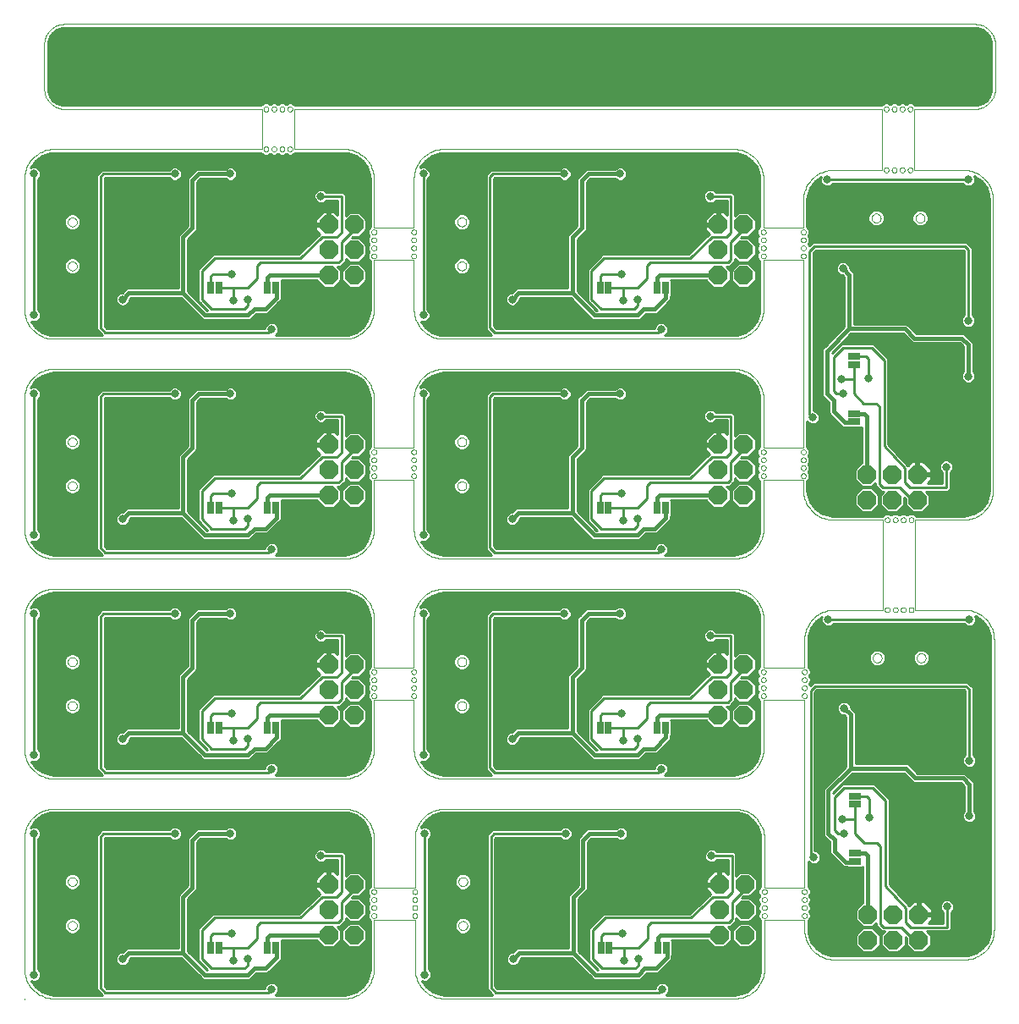
<source format=gbl>
G75*
G70*
%OFA0B0*%
%FSLAX24Y24*%
%IPPOS*%
%LPD*%
%AMOC8*
5,1,8,0,0,1.08239X$1,22.5*
%
%ADD10C,0.0000*%
%ADD11OC8,0.0740*%
%ADD12R,0.0250X0.0500*%
%ADD13R,0.0500X0.0250*%
%ADD14C,0.0100*%
%ADD15C,0.0317*%
%ADD16C,0.0160*%
%ADD17C,0.0180*%
%ADD18C,0.0356*%
D10*
X000436Y000386D02*
X000436Y000425D01*
X001617Y000425D02*
X013034Y000425D01*
X013100Y000427D01*
X013166Y000432D01*
X013232Y000442D01*
X013297Y000455D01*
X013361Y000471D01*
X013424Y000491D01*
X013486Y000515D01*
X013546Y000542D01*
X013605Y000572D01*
X013662Y000606D01*
X013717Y000643D01*
X013770Y000683D01*
X013821Y000725D01*
X013869Y000771D01*
X013915Y000819D01*
X013957Y000870D01*
X013997Y000923D01*
X014034Y000978D01*
X014068Y001035D01*
X014098Y001094D01*
X014125Y001154D01*
X014149Y001216D01*
X014169Y001279D01*
X014185Y001343D01*
X014198Y001408D01*
X014208Y001474D01*
X014213Y001540D01*
X014215Y001606D01*
X014216Y001606D02*
X014216Y003535D01*
X015830Y003535D01*
X015830Y001606D01*
X015832Y001540D01*
X015837Y001474D01*
X015847Y001408D01*
X015860Y001343D01*
X015876Y001279D01*
X015896Y001216D01*
X015920Y001154D01*
X015947Y001094D01*
X015977Y001035D01*
X016011Y000978D01*
X016048Y000923D01*
X016088Y000870D01*
X016130Y000819D01*
X016176Y000771D01*
X016224Y000725D01*
X016275Y000683D01*
X016328Y000643D01*
X016383Y000606D01*
X016440Y000572D01*
X016499Y000542D01*
X016559Y000515D01*
X016621Y000491D01*
X016684Y000471D01*
X016748Y000455D01*
X016813Y000442D01*
X016879Y000432D01*
X016945Y000427D01*
X017011Y000425D01*
X028428Y000425D01*
X028494Y000427D01*
X028560Y000432D01*
X028626Y000442D01*
X028691Y000455D01*
X028755Y000471D01*
X028818Y000491D01*
X028880Y000515D01*
X028940Y000542D01*
X028999Y000572D01*
X029056Y000606D01*
X029111Y000643D01*
X029164Y000683D01*
X029215Y000725D01*
X029263Y000771D01*
X029309Y000819D01*
X029351Y000870D01*
X029391Y000923D01*
X029428Y000978D01*
X029462Y001035D01*
X029492Y001094D01*
X029519Y001154D01*
X029543Y001216D01*
X029563Y001279D01*
X029579Y001343D01*
X029592Y001408D01*
X029602Y001474D01*
X029607Y001540D01*
X029609Y001606D01*
X029609Y003535D01*
X031184Y003535D01*
X031184Y003142D01*
X031086Y003693D02*
X031088Y003712D01*
X031093Y003731D01*
X031103Y003747D01*
X031115Y003762D01*
X031130Y003774D01*
X031146Y003784D01*
X031165Y003789D01*
X031184Y003791D01*
X031203Y003789D01*
X031222Y003784D01*
X031238Y003774D01*
X031253Y003762D01*
X031265Y003747D01*
X031275Y003731D01*
X031280Y003712D01*
X031282Y003693D01*
X031280Y003674D01*
X031275Y003655D01*
X031265Y003639D01*
X031253Y003624D01*
X031238Y003612D01*
X031222Y003602D01*
X031203Y003597D01*
X031184Y003595D01*
X031165Y003597D01*
X031146Y003602D01*
X031130Y003612D01*
X031115Y003624D01*
X031103Y003639D01*
X031093Y003655D01*
X031088Y003674D01*
X031086Y003693D01*
X031086Y004008D02*
X031088Y004027D01*
X031093Y004046D01*
X031103Y004062D01*
X031115Y004077D01*
X031130Y004089D01*
X031146Y004099D01*
X031165Y004104D01*
X031184Y004106D01*
X031203Y004104D01*
X031222Y004099D01*
X031238Y004089D01*
X031253Y004077D01*
X031265Y004062D01*
X031275Y004046D01*
X031280Y004027D01*
X031282Y004008D01*
X031280Y003989D01*
X031275Y003970D01*
X031265Y003954D01*
X031253Y003939D01*
X031238Y003927D01*
X031222Y003917D01*
X031203Y003912D01*
X031184Y003910D01*
X031165Y003912D01*
X031146Y003917D01*
X031130Y003927D01*
X031115Y003939D01*
X031103Y003954D01*
X031093Y003970D01*
X031088Y003989D01*
X031086Y004008D01*
X031086Y004323D02*
X031088Y004342D01*
X031093Y004361D01*
X031103Y004377D01*
X031115Y004392D01*
X031130Y004404D01*
X031146Y004414D01*
X031165Y004419D01*
X031184Y004421D01*
X031203Y004419D01*
X031222Y004414D01*
X031238Y004404D01*
X031253Y004392D01*
X031265Y004377D01*
X031275Y004361D01*
X031280Y004342D01*
X031282Y004323D01*
X031280Y004304D01*
X031275Y004285D01*
X031265Y004269D01*
X031253Y004254D01*
X031238Y004242D01*
X031222Y004232D01*
X031203Y004227D01*
X031184Y004225D01*
X031165Y004227D01*
X031146Y004232D01*
X031130Y004242D01*
X031115Y004254D01*
X031103Y004269D01*
X031093Y004285D01*
X031088Y004304D01*
X031086Y004323D01*
X031086Y004638D02*
X031088Y004657D01*
X031093Y004676D01*
X031103Y004692D01*
X031115Y004707D01*
X031130Y004719D01*
X031146Y004729D01*
X031165Y004734D01*
X031184Y004736D01*
X031203Y004734D01*
X031222Y004729D01*
X031238Y004719D01*
X031253Y004707D01*
X031265Y004692D01*
X031275Y004676D01*
X031280Y004657D01*
X031282Y004638D01*
X031280Y004619D01*
X031275Y004600D01*
X031265Y004584D01*
X031253Y004569D01*
X031238Y004557D01*
X031222Y004547D01*
X031203Y004542D01*
X031184Y004540D01*
X031165Y004542D01*
X031146Y004547D01*
X031130Y004557D01*
X031115Y004569D01*
X031103Y004584D01*
X031093Y004600D01*
X031088Y004619D01*
X031086Y004638D01*
X031184Y004795D02*
X029609Y004795D01*
X029609Y006724D01*
X029607Y006790D01*
X029602Y006856D01*
X029592Y006922D01*
X029579Y006987D01*
X029563Y007051D01*
X029543Y007114D01*
X029519Y007176D01*
X029492Y007236D01*
X029462Y007295D01*
X029428Y007352D01*
X029391Y007407D01*
X029351Y007460D01*
X029309Y007511D01*
X029263Y007559D01*
X029215Y007605D01*
X029164Y007647D01*
X029111Y007687D01*
X029056Y007724D01*
X028999Y007758D01*
X028940Y007788D01*
X028880Y007815D01*
X028818Y007839D01*
X028755Y007859D01*
X028691Y007875D01*
X028626Y007888D01*
X028560Y007898D01*
X028494Y007903D01*
X028428Y007905D01*
X017011Y007905D01*
X016945Y007903D01*
X016879Y007898D01*
X016813Y007888D01*
X016748Y007875D01*
X016684Y007859D01*
X016621Y007839D01*
X016559Y007815D01*
X016499Y007788D01*
X016440Y007758D01*
X016383Y007724D01*
X016328Y007687D01*
X016275Y007647D01*
X016224Y007605D01*
X016176Y007559D01*
X016130Y007511D01*
X016088Y007460D01*
X016048Y007407D01*
X016011Y007352D01*
X015977Y007295D01*
X015947Y007236D01*
X015920Y007176D01*
X015896Y007114D01*
X015876Y007051D01*
X015860Y006987D01*
X015847Y006922D01*
X015837Y006856D01*
X015832Y006790D01*
X015830Y006724D01*
X015830Y004795D01*
X014216Y004795D01*
X014216Y006724D01*
X014215Y006724D02*
X014213Y006790D01*
X014208Y006856D01*
X014198Y006922D01*
X014185Y006987D01*
X014169Y007051D01*
X014149Y007114D01*
X014125Y007176D01*
X014098Y007236D01*
X014068Y007295D01*
X014034Y007352D01*
X013997Y007407D01*
X013957Y007460D01*
X013915Y007511D01*
X013869Y007559D01*
X013821Y007605D01*
X013770Y007647D01*
X013717Y007687D01*
X013662Y007724D01*
X013605Y007758D01*
X013546Y007788D01*
X013486Y007815D01*
X013424Y007839D01*
X013361Y007859D01*
X013297Y007875D01*
X013232Y007888D01*
X013166Y007898D01*
X013100Y007903D01*
X013034Y007905D01*
X001617Y007905D01*
X001551Y007903D01*
X001485Y007898D01*
X001419Y007888D01*
X001354Y007875D01*
X001290Y007859D01*
X001227Y007839D01*
X001165Y007815D01*
X001105Y007788D01*
X001046Y007758D01*
X000989Y007724D01*
X000934Y007687D01*
X000881Y007647D01*
X000830Y007605D01*
X000782Y007559D01*
X000736Y007511D01*
X000694Y007460D01*
X000654Y007407D01*
X000617Y007352D01*
X000583Y007295D01*
X000553Y007236D01*
X000526Y007176D01*
X000502Y007114D01*
X000482Y007051D01*
X000466Y006987D01*
X000453Y006922D01*
X000443Y006856D01*
X000438Y006790D01*
X000436Y006724D01*
X000436Y001606D01*
X000438Y001540D01*
X000443Y001474D01*
X000453Y001408D01*
X000466Y001343D01*
X000482Y001279D01*
X000502Y001216D01*
X000526Y001154D01*
X000553Y001094D01*
X000583Y001035D01*
X000617Y000978D01*
X000654Y000923D01*
X000694Y000870D01*
X000736Y000819D01*
X000782Y000771D01*
X000830Y000725D01*
X000881Y000683D01*
X000934Y000643D01*
X000989Y000606D01*
X001046Y000572D01*
X001105Y000542D01*
X001165Y000515D01*
X001227Y000491D01*
X001290Y000471D01*
X001354Y000455D01*
X001419Y000442D01*
X001485Y000432D01*
X001551Y000427D01*
X001617Y000425D01*
X002153Y003299D02*
X002155Y003325D01*
X002161Y003351D01*
X002171Y003376D01*
X002184Y003399D01*
X002200Y003419D01*
X002220Y003437D01*
X002242Y003452D01*
X002265Y003464D01*
X002291Y003472D01*
X002317Y003476D01*
X002343Y003476D01*
X002369Y003472D01*
X002395Y003464D01*
X002419Y003452D01*
X002440Y003437D01*
X002460Y003419D01*
X002476Y003399D01*
X002489Y003376D01*
X002499Y003351D01*
X002505Y003325D01*
X002507Y003299D01*
X002505Y003273D01*
X002499Y003247D01*
X002489Y003222D01*
X002476Y003199D01*
X002460Y003179D01*
X002440Y003161D01*
X002418Y003146D01*
X002395Y003134D01*
X002369Y003126D01*
X002343Y003122D01*
X002317Y003122D01*
X002291Y003126D01*
X002265Y003134D01*
X002241Y003146D01*
X002220Y003161D01*
X002200Y003179D01*
X002184Y003199D01*
X002171Y003222D01*
X002161Y003247D01*
X002155Y003273D01*
X002153Y003299D01*
X002153Y005031D02*
X002155Y005057D01*
X002161Y005083D01*
X002171Y005108D01*
X002184Y005131D01*
X002200Y005151D01*
X002220Y005169D01*
X002242Y005184D01*
X002265Y005196D01*
X002291Y005204D01*
X002317Y005208D01*
X002343Y005208D01*
X002369Y005204D01*
X002395Y005196D01*
X002419Y005184D01*
X002440Y005169D01*
X002460Y005151D01*
X002476Y005131D01*
X002489Y005108D01*
X002499Y005083D01*
X002505Y005057D01*
X002507Y005031D01*
X002505Y005005D01*
X002499Y004979D01*
X002489Y004954D01*
X002476Y004931D01*
X002460Y004911D01*
X002440Y004893D01*
X002418Y004878D01*
X002395Y004866D01*
X002369Y004858D01*
X002343Y004854D01*
X002317Y004854D01*
X002291Y004858D01*
X002265Y004866D01*
X002241Y004878D01*
X002220Y004893D01*
X002200Y004911D01*
X002184Y004931D01*
X002171Y004954D01*
X002161Y004979D01*
X002155Y005005D01*
X002153Y005031D01*
X001617Y009086D02*
X013034Y009086D01*
X013034Y009087D02*
X013100Y009089D01*
X013166Y009094D01*
X013232Y009104D01*
X013297Y009117D01*
X013361Y009133D01*
X013424Y009153D01*
X013486Y009177D01*
X013546Y009204D01*
X013605Y009234D01*
X013662Y009268D01*
X013717Y009305D01*
X013770Y009345D01*
X013821Y009387D01*
X013869Y009433D01*
X013915Y009481D01*
X013957Y009532D01*
X013997Y009585D01*
X014034Y009640D01*
X014068Y009697D01*
X014098Y009756D01*
X014125Y009816D01*
X014149Y009878D01*
X014169Y009941D01*
X014185Y010005D01*
X014198Y010070D01*
X014208Y010136D01*
X014213Y010202D01*
X014215Y010268D01*
X014216Y010268D02*
X014216Y012197D01*
X015790Y012197D01*
X015790Y010268D01*
X015792Y010202D01*
X015797Y010136D01*
X015807Y010070D01*
X015820Y010005D01*
X015836Y009941D01*
X015856Y009878D01*
X015880Y009816D01*
X015907Y009756D01*
X015937Y009697D01*
X015971Y009640D01*
X016008Y009585D01*
X016048Y009532D01*
X016090Y009481D01*
X016136Y009433D01*
X016184Y009387D01*
X016235Y009345D01*
X016288Y009305D01*
X016343Y009268D01*
X016400Y009234D01*
X016459Y009204D01*
X016519Y009177D01*
X016581Y009153D01*
X016644Y009133D01*
X016708Y009117D01*
X016773Y009104D01*
X016839Y009094D01*
X016905Y009089D01*
X016971Y009087D01*
X016971Y009086D02*
X028389Y009086D01*
X028389Y009087D02*
X028455Y009089D01*
X028521Y009094D01*
X028587Y009104D01*
X028652Y009117D01*
X028716Y009133D01*
X028779Y009153D01*
X028841Y009177D01*
X028901Y009204D01*
X028960Y009234D01*
X029017Y009268D01*
X029072Y009305D01*
X029125Y009345D01*
X029176Y009387D01*
X029224Y009433D01*
X029270Y009481D01*
X029312Y009532D01*
X029352Y009585D01*
X029389Y009640D01*
X029423Y009697D01*
X029453Y009756D01*
X029480Y009816D01*
X029504Y009878D01*
X029524Y009941D01*
X029540Y010005D01*
X029553Y010070D01*
X029563Y010136D01*
X029568Y010202D01*
X029570Y010268D01*
X029570Y012197D01*
X031184Y012197D01*
X031184Y004795D01*
X029511Y004638D02*
X029513Y004657D01*
X029518Y004676D01*
X029528Y004692D01*
X029540Y004707D01*
X029555Y004719D01*
X029571Y004729D01*
X029590Y004734D01*
X029609Y004736D01*
X029628Y004734D01*
X029647Y004729D01*
X029663Y004719D01*
X029678Y004707D01*
X029690Y004692D01*
X029700Y004676D01*
X029705Y004657D01*
X029707Y004638D01*
X029705Y004619D01*
X029700Y004600D01*
X029690Y004584D01*
X029678Y004569D01*
X029663Y004557D01*
X029647Y004547D01*
X029628Y004542D01*
X029609Y004540D01*
X029590Y004542D01*
X029571Y004547D01*
X029555Y004557D01*
X029540Y004569D01*
X029528Y004584D01*
X029518Y004600D01*
X029513Y004619D01*
X029511Y004638D01*
X029511Y004323D02*
X029513Y004342D01*
X029518Y004361D01*
X029528Y004377D01*
X029540Y004392D01*
X029555Y004404D01*
X029571Y004414D01*
X029590Y004419D01*
X029609Y004421D01*
X029628Y004419D01*
X029647Y004414D01*
X029663Y004404D01*
X029678Y004392D01*
X029690Y004377D01*
X029700Y004361D01*
X029705Y004342D01*
X029707Y004323D01*
X029705Y004304D01*
X029700Y004285D01*
X029690Y004269D01*
X029678Y004254D01*
X029663Y004242D01*
X029647Y004232D01*
X029628Y004227D01*
X029609Y004225D01*
X029590Y004227D01*
X029571Y004232D01*
X029555Y004242D01*
X029540Y004254D01*
X029528Y004269D01*
X029518Y004285D01*
X029513Y004304D01*
X029511Y004323D01*
X029511Y004008D02*
X029513Y004027D01*
X029518Y004046D01*
X029528Y004062D01*
X029540Y004077D01*
X029555Y004089D01*
X029571Y004099D01*
X029590Y004104D01*
X029609Y004106D01*
X029628Y004104D01*
X029647Y004099D01*
X029663Y004089D01*
X029678Y004077D01*
X029690Y004062D01*
X029700Y004046D01*
X029705Y004027D01*
X029707Y004008D01*
X029705Y003989D01*
X029700Y003970D01*
X029690Y003954D01*
X029678Y003939D01*
X029663Y003927D01*
X029647Y003917D01*
X029628Y003912D01*
X029609Y003910D01*
X029590Y003912D01*
X029571Y003917D01*
X029555Y003927D01*
X029540Y003939D01*
X029528Y003954D01*
X029518Y003970D01*
X029513Y003989D01*
X029511Y004008D01*
X029511Y003693D02*
X029513Y003712D01*
X029518Y003731D01*
X029528Y003747D01*
X029540Y003762D01*
X029555Y003774D01*
X029571Y003784D01*
X029590Y003789D01*
X029609Y003791D01*
X029628Y003789D01*
X029647Y003784D01*
X029663Y003774D01*
X029678Y003762D01*
X029690Y003747D01*
X029700Y003731D01*
X029705Y003712D01*
X029707Y003693D01*
X029705Y003674D01*
X029700Y003655D01*
X029690Y003639D01*
X029678Y003624D01*
X029663Y003612D01*
X029647Y003602D01*
X029628Y003597D01*
X029609Y003595D01*
X029590Y003597D01*
X029571Y003602D01*
X029555Y003612D01*
X029540Y003624D01*
X029528Y003639D01*
X029518Y003655D01*
X029513Y003674D01*
X029511Y003693D01*
X031184Y003142D02*
X031186Y003076D01*
X031191Y003010D01*
X031201Y002944D01*
X031214Y002879D01*
X031230Y002815D01*
X031250Y002752D01*
X031274Y002690D01*
X031301Y002630D01*
X031331Y002571D01*
X031365Y002514D01*
X031402Y002459D01*
X031442Y002406D01*
X031484Y002355D01*
X031530Y002307D01*
X031578Y002261D01*
X031629Y002219D01*
X031682Y002179D01*
X031737Y002142D01*
X031794Y002108D01*
X031853Y002078D01*
X031913Y002051D01*
X031975Y002027D01*
X032038Y002007D01*
X032102Y001991D01*
X032167Y001978D01*
X032233Y001968D01*
X032299Y001963D01*
X032365Y001961D01*
X032365Y001960D02*
X037483Y001960D01*
X037483Y001961D02*
X037549Y001963D01*
X037615Y001968D01*
X037681Y001978D01*
X037746Y001991D01*
X037810Y002007D01*
X037873Y002027D01*
X037935Y002051D01*
X037995Y002078D01*
X038054Y002108D01*
X038111Y002142D01*
X038166Y002179D01*
X038219Y002219D01*
X038270Y002261D01*
X038318Y002307D01*
X038364Y002355D01*
X038406Y002406D01*
X038446Y002459D01*
X038483Y002514D01*
X038517Y002571D01*
X038547Y002630D01*
X038574Y002690D01*
X038598Y002752D01*
X038618Y002815D01*
X038634Y002879D01*
X038647Y002944D01*
X038657Y003010D01*
X038662Y003076D01*
X038664Y003142D01*
X038664Y014559D01*
X038662Y014625D01*
X038657Y014691D01*
X038647Y014757D01*
X038634Y014822D01*
X038618Y014886D01*
X038598Y014949D01*
X038574Y015011D01*
X038547Y015071D01*
X038517Y015130D01*
X038483Y015187D01*
X038446Y015242D01*
X038406Y015295D01*
X038364Y015346D01*
X038318Y015394D01*
X038270Y015440D01*
X038219Y015482D01*
X038166Y015522D01*
X038111Y015559D01*
X038054Y015593D01*
X037995Y015623D01*
X037935Y015650D01*
X037873Y015674D01*
X037810Y015694D01*
X037746Y015710D01*
X037681Y015723D01*
X037615Y015733D01*
X037549Y015738D01*
X037483Y015740D01*
X035554Y015740D01*
X035554Y019283D01*
X037444Y019283D01*
X037510Y019285D01*
X037576Y019290D01*
X037642Y019300D01*
X037707Y019313D01*
X037771Y019329D01*
X037834Y019349D01*
X037896Y019373D01*
X037956Y019400D01*
X038015Y019430D01*
X038072Y019464D01*
X038127Y019501D01*
X038180Y019541D01*
X038231Y019583D01*
X038279Y019629D01*
X038325Y019677D01*
X038367Y019728D01*
X038407Y019781D01*
X038444Y019836D01*
X038478Y019893D01*
X038508Y019952D01*
X038535Y020012D01*
X038559Y020074D01*
X038579Y020137D01*
X038595Y020201D01*
X038608Y020266D01*
X038618Y020332D01*
X038623Y020398D01*
X038625Y020464D01*
X038625Y031882D01*
X038623Y031948D01*
X038618Y032014D01*
X038608Y032080D01*
X038595Y032145D01*
X038579Y032209D01*
X038559Y032272D01*
X038535Y032334D01*
X038508Y032394D01*
X038478Y032453D01*
X038444Y032510D01*
X038407Y032565D01*
X038367Y032618D01*
X038325Y032669D01*
X038279Y032717D01*
X038231Y032763D01*
X038180Y032805D01*
X038127Y032845D01*
X038072Y032882D01*
X038015Y032916D01*
X037956Y032946D01*
X037896Y032973D01*
X037834Y032997D01*
X037771Y033017D01*
X037707Y033033D01*
X037642Y033046D01*
X037576Y033056D01*
X037510Y033061D01*
X037444Y033063D01*
X035515Y033063D01*
X035515Y035464D01*
X037916Y035464D01*
X037916Y035465D02*
X037970Y035467D01*
X038023Y035472D01*
X038076Y035481D01*
X038128Y035494D01*
X038180Y035510D01*
X038230Y035530D01*
X038278Y035553D01*
X038325Y035580D01*
X038370Y035609D01*
X038413Y035642D01*
X038453Y035677D01*
X038491Y035715D01*
X038526Y035755D01*
X038559Y035798D01*
X038588Y035843D01*
X038615Y035890D01*
X038638Y035938D01*
X038658Y035988D01*
X038674Y036040D01*
X038687Y036092D01*
X038696Y036145D01*
X038701Y036198D01*
X038703Y036252D01*
X038704Y036252D02*
X038704Y038023D01*
X038703Y038023D02*
X038701Y038077D01*
X038696Y038130D01*
X038687Y038183D01*
X038674Y038235D01*
X038658Y038287D01*
X038638Y038337D01*
X038615Y038385D01*
X038588Y038432D01*
X038559Y038477D01*
X038526Y038520D01*
X038491Y038560D01*
X038453Y038598D01*
X038413Y038633D01*
X038370Y038666D01*
X038325Y038695D01*
X038278Y038722D01*
X038230Y038745D01*
X038180Y038765D01*
X038128Y038781D01*
X038076Y038794D01*
X038023Y038803D01*
X037970Y038808D01*
X037916Y038810D01*
X037916Y038811D02*
X002011Y038811D01*
X002011Y038810D02*
X001957Y038808D01*
X001904Y038803D01*
X001851Y038794D01*
X001799Y038781D01*
X001747Y038765D01*
X001697Y038745D01*
X001649Y038722D01*
X001602Y038695D01*
X001557Y038666D01*
X001514Y038633D01*
X001474Y038598D01*
X001436Y038560D01*
X001401Y038520D01*
X001368Y038477D01*
X001339Y038432D01*
X001312Y038385D01*
X001289Y038337D01*
X001269Y038287D01*
X001253Y038235D01*
X001240Y038183D01*
X001231Y038130D01*
X001226Y038077D01*
X001224Y038023D01*
X001223Y038023D02*
X001223Y036252D01*
X001224Y036252D02*
X001226Y036198D01*
X001231Y036145D01*
X001240Y036092D01*
X001253Y036040D01*
X001269Y035988D01*
X001289Y035938D01*
X001312Y035890D01*
X001339Y035843D01*
X001368Y035798D01*
X001401Y035755D01*
X001436Y035715D01*
X001474Y035677D01*
X001514Y035642D01*
X001557Y035609D01*
X001602Y035580D01*
X001649Y035553D01*
X001697Y035530D01*
X001747Y035510D01*
X001799Y035494D01*
X001851Y035481D01*
X001904Y035472D01*
X001957Y035467D01*
X002011Y035465D01*
X002011Y035464D02*
X009806Y035464D01*
X009806Y033890D01*
X001617Y033890D01*
X001617Y033889D02*
X001551Y033887D01*
X001485Y033882D01*
X001419Y033872D01*
X001354Y033859D01*
X001290Y033843D01*
X001227Y033823D01*
X001165Y033799D01*
X001105Y033772D01*
X001046Y033742D01*
X000989Y033708D01*
X000934Y033671D01*
X000881Y033631D01*
X000830Y033589D01*
X000782Y033543D01*
X000736Y033495D01*
X000694Y033444D01*
X000654Y033391D01*
X000617Y033336D01*
X000583Y033279D01*
X000553Y033220D01*
X000526Y033160D01*
X000502Y033098D01*
X000482Y033035D01*
X000466Y032971D01*
X000453Y032906D01*
X000443Y032840D01*
X000438Y032774D01*
X000436Y032708D01*
X000436Y027590D01*
X000438Y027524D01*
X000443Y027458D01*
X000453Y027392D01*
X000466Y027327D01*
X000482Y027263D01*
X000502Y027200D01*
X000526Y027138D01*
X000553Y027078D01*
X000583Y027019D01*
X000617Y026962D01*
X000654Y026907D01*
X000694Y026854D01*
X000736Y026803D01*
X000782Y026755D01*
X000830Y026709D01*
X000881Y026667D01*
X000934Y026627D01*
X000989Y026590D01*
X001046Y026556D01*
X001105Y026526D01*
X001165Y026499D01*
X001227Y026475D01*
X001290Y026455D01*
X001354Y026439D01*
X001419Y026426D01*
X001485Y026416D01*
X001551Y026411D01*
X001617Y026409D01*
X013034Y026409D01*
X013034Y025228D02*
X001617Y025228D01*
X001551Y025226D01*
X001485Y025221D01*
X001419Y025211D01*
X001354Y025198D01*
X001290Y025182D01*
X001227Y025162D01*
X001165Y025138D01*
X001105Y025111D01*
X001046Y025081D01*
X000989Y025047D01*
X000934Y025010D01*
X000881Y024970D01*
X000830Y024928D01*
X000782Y024882D01*
X000736Y024834D01*
X000694Y024783D01*
X000654Y024730D01*
X000617Y024675D01*
X000583Y024618D01*
X000553Y024559D01*
X000526Y024499D01*
X000502Y024437D01*
X000482Y024374D01*
X000466Y024310D01*
X000453Y024245D01*
X000443Y024179D01*
X000438Y024113D01*
X000436Y024047D01*
X000436Y018929D01*
X000438Y018863D01*
X000443Y018797D01*
X000453Y018731D01*
X000466Y018666D01*
X000482Y018602D01*
X000502Y018539D01*
X000526Y018477D01*
X000553Y018417D01*
X000583Y018358D01*
X000617Y018301D01*
X000654Y018246D01*
X000694Y018193D01*
X000736Y018142D01*
X000782Y018094D01*
X000830Y018048D01*
X000881Y018006D01*
X000934Y017966D01*
X000989Y017929D01*
X001046Y017895D01*
X001105Y017865D01*
X001165Y017838D01*
X001227Y017814D01*
X001290Y017794D01*
X001354Y017778D01*
X001419Y017765D01*
X001485Y017755D01*
X001551Y017750D01*
X001617Y017748D01*
X013034Y017748D01*
X013100Y017750D01*
X013166Y017755D01*
X013232Y017765D01*
X013297Y017778D01*
X013361Y017794D01*
X013424Y017814D01*
X013486Y017838D01*
X013546Y017865D01*
X013605Y017895D01*
X013662Y017929D01*
X013717Y017966D01*
X013770Y018006D01*
X013821Y018048D01*
X013869Y018094D01*
X013915Y018142D01*
X013957Y018193D01*
X013997Y018246D01*
X014034Y018301D01*
X014068Y018358D01*
X014098Y018417D01*
X014125Y018477D01*
X014149Y018539D01*
X014169Y018602D01*
X014185Y018666D01*
X014198Y018731D01*
X014208Y018797D01*
X014213Y018863D01*
X014215Y018929D01*
X014216Y018929D02*
X014216Y020858D01*
X015790Y020858D01*
X015790Y018929D01*
X015792Y018863D01*
X015797Y018797D01*
X015807Y018731D01*
X015820Y018666D01*
X015836Y018602D01*
X015856Y018539D01*
X015880Y018477D01*
X015907Y018417D01*
X015937Y018358D01*
X015971Y018301D01*
X016008Y018246D01*
X016048Y018193D01*
X016090Y018142D01*
X016136Y018094D01*
X016184Y018048D01*
X016235Y018006D01*
X016288Y017966D01*
X016343Y017929D01*
X016400Y017895D01*
X016459Y017865D01*
X016519Y017838D01*
X016581Y017814D01*
X016644Y017794D01*
X016708Y017778D01*
X016773Y017765D01*
X016839Y017755D01*
X016905Y017750D01*
X016971Y017748D01*
X028389Y017748D01*
X028455Y017750D01*
X028521Y017755D01*
X028587Y017765D01*
X028652Y017778D01*
X028716Y017794D01*
X028779Y017814D01*
X028841Y017838D01*
X028901Y017865D01*
X028960Y017895D01*
X029017Y017929D01*
X029072Y017966D01*
X029125Y018006D01*
X029176Y018048D01*
X029224Y018094D01*
X029270Y018142D01*
X029312Y018193D01*
X029352Y018246D01*
X029389Y018301D01*
X029423Y018358D01*
X029453Y018417D01*
X029480Y018477D01*
X029504Y018539D01*
X029524Y018602D01*
X029540Y018666D01*
X029553Y018731D01*
X029563Y018797D01*
X029568Y018863D01*
X029570Y018929D01*
X029570Y020858D01*
X031145Y020858D01*
X031145Y020464D01*
X031047Y021016D02*
X031049Y021035D01*
X031054Y021054D01*
X031064Y021070D01*
X031076Y021085D01*
X031091Y021097D01*
X031107Y021107D01*
X031126Y021112D01*
X031145Y021114D01*
X031164Y021112D01*
X031183Y021107D01*
X031199Y021097D01*
X031214Y021085D01*
X031226Y021070D01*
X031236Y021054D01*
X031241Y021035D01*
X031243Y021016D01*
X031241Y020997D01*
X031236Y020978D01*
X031226Y020962D01*
X031214Y020947D01*
X031199Y020935D01*
X031183Y020925D01*
X031164Y020920D01*
X031145Y020918D01*
X031126Y020920D01*
X031107Y020925D01*
X031091Y020935D01*
X031076Y020947D01*
X031064Y020962D01*
X031054Y020978D01*
X031049Y020997D01*
X031047Y021016D01*
X031047Y021331D02*
X031049Y021350D01*
X031054Y021369D01*
X031064Y021385D01*
X031076Y021400D01*
X031091Y021412D01*
X031107Y021422D01*
X031126Y021427D01*
X031145Y021429D01*
X031164Y021427D01*
X031183Y021422D01*
X031199Y021412D01*
X031214Y021400D01*
X031226Y021385D01*
X031236Y021369D01*
X031241Y021350D01*
X031243Y021331D01*
X031241Y021312D01*
X031236Y021293D01*
X031226Y021277D01*
X031214Y021262D01*
X031199Y021250D01*
X031183Y021240D01*
X031164Y021235D01*
X031145Y021233D01*
X031126Y021235D01*
X031107Y021240D01*
X031091Y021250D01*
X031076Y021262D01*
X031064Y021277D01*
X031054Y021293D01*
X031049Y021312D01*
X031047Y021331D01*
X031047Y021645D02*
X031049Y021664D01*
X031054Y021683D01*
X031064Y021699D01*
X031076Y021714D01*
X031091Y021726D01*
X031107Y021736D01*
X031126Y021741D01*
X031145Y021743D01*
X031164Y021741D01*
X031183Y021736D01*
X031199Y021726D01*
X031214Y021714D01*
X031226Y021699D01*
X031236Y021683D01*
X031241Y021664D01*
X031243Y021645D01*
X031241Y021626D01*
X031236Y021607D01*
X031226Y021591D01*
X031214Y021576D01*
X031199Y021564D01*
X031183Y021554D01*
X031164Y021549D01*
X031145Y021547D01*
X031126Y021549D01*
X031107Y021554D01*
X031091Y021564D01*
X031076Y021576D01*
X031064Y021591D01*
X031054Y021607D01*
X031049Y021626D01*
X031047Y021645D01*
X031047Y021960D02*
X031049Y021979D01*
X031054Y021998D01*
X031064Y022014D01*
X031076Y022029D01*
X031091Y022041D01*
X031107Y022051D01*
X031126Y022056D01*
X031145Y022058D01*
X031164Y022056D01*
X031183Y022051D01*
X031199Y022041D01*
X031214Y022029D01*
X031226Y022014D01*
X031236Y021998D01*
X031241Y021979D01*
X031243Y021960D01*
X031241Y021941D01*
X031236Y021922D01*
X031226Y021906D01*
X031214Y021891D01*
X031199Y021879D01*
X031183Y021869D01*
X031164Y021864D01*
X031145Y021862D01*
X031126Y021864D01*
X031107Y021869D01*
X031091Y021879D01*
X031076Y021891D01*
X031064Y021906D01*
X031054Y021922D01*
X031049Y021941D01*
X031047Y021960D01*
X031145Y022118D02*
X029570Y022118D01*
X029570Y024047D01*
X029568Y024113D01*
X029563Y024179D01*
X029553Y024245D01*
X029540Y024310D01*
X029524Y024374D01*
X029504Y024437D01*
X029480Y024499D01*
X029453Y024559D01*
X029423Y024618D01*
X029389Y024675D01*
X029352Y024730D01*
X029312Y024783D01*
X029270Y024834D01*
X029224Y024882D01*
X029176Y024928D01*
X029125Y024970D01*
X029072Y025010D01*
X029017Y025047D01*
X028960Y025081D01*
X028901Y025111D01*
X028841Y025138D01*
X028779Y025162D01*
X028716Y025182D01*
X028652Y025198D01*
X028587Y025211D01*
X028521Y025221D01*
X028455Y025226D01*
X028389Y025228D01*
X016971Y025228D01*
X016905Y025226D01*
X016839Y025221D01*
X016773Y025211D01*
X016708Y025198D01*
X016644Y025182D01*
X016581Y025162D01*
X016519Y025138D01*
X016459Y025111D01*
X016400Y025081D01*
X016343Y025047D01*
X016288Y025010D01*
X016235Y024970D01*
X016184Y024928D01*
X016136Y024882D01*
X016090Y024834D01*
X016048Y024783D01*
X016008Y024730D01*
X015971Y024675D01*
X015937Y024618D01*
X015907Y024559D01*
X015880Y024499D01*
X015856Y024437D01*
X015836Y024374D01*
X015820Y024310D01*
X015807Y024245D01*
X015797Y024179D01*
X015792Y024113D01*
X015790Y024047D01*
X015790Y022118D01*
X014216Y022118D01*
X014216Y024047D01*
X014215Y024047D02*
X014213Y024113D01*
X014208Y024179D01*
X014198Y024245D01*
X014185Y024310D01*
X014169Y024374D01*
X014149Y024437D01*
X014125Y024499D01*
X014098Y024559D01*
X014068Y024618D01*
X014034Y024675D01*
X013997Y024730D01*
X013957Y024783D01*
X013915Y024834D01*
X013869Y024882D01*
X013821Y024928D01*
X013770Y024970D01*
X013717Y025010D01*
X013662Y025047D01*
X013605Y025081D01*
X013546Y025111D01*
X013486Y025138D01*
X013424Y025162D01*
X013361Y025182D01*
X013297Y025198D01*
X013232Y025211D01*
X013166Y025221D01*
X013100Y025226D01*
X013034Y025228D01*
X013034Y026409D02*
X013100Y026411D01*
X013166Y026416D01*
X013232Y026426D01*
X013297Y026439D01*
X013361Y026455D01*
X013424Y026475D01*
X013486Y026499D01*
X013546Y026526D01*
X013605Y026556D01*
X013662Y026590D01*
X013717Y026627D01*
X013770Y026667D01*
X013821Y026709D01*
X013869Y026755D01*
X013915Y026803D01*
X013957Y026854D01*
X013997Y026907D01*
X014034Y026962D01*
X014068Y027019D01*
X014098Y027078D01*
X014125Y027138D01*
X014149Y027200D01*
X014169Y027263D01*
X014185Y027327D01*
X014198Y027392D01*
X014208Y027458D01*
X014213Y027524D01*
X014215Y027590D01*
X014216Y027590D02*
X014216Y029519D01*
X015790Y029519D01*
X015790Y027590D01*
X015792Y027524D01*
X015797Y027458D01*
X015807Y027392D01*
X015820Y027327D01*
X015836Y027263D01*
X015856Y027200D01*
X015880Y027138D01*
X015907Y027078D01*
X015937Y027019D01*
X015971Y026962D01*
X016008Y026907D01*
X016048Y026854D01*
X016090Y026803D01*
X016136Y026755D01*
X016184Y026709D01*
X016235Y026667D01*
X016288Y026627D01*
X016343Y026590D01*
X016400Y026556D01*
X016459Y026526D01*
X016519Y026499D01*
X016581Y026475D01*
X016644Y026455D01*
X016708Y026439D01*
X016773Y026426D01*
X016839Y026416D01*
X016905Y026411D01*
X016971Y026409D01*
X028389Y026409D01*
X028455Y026411D01*
X028521Y026416D01*
X028587Y026426D01*
X028652Y026439D01*
X028716Y026455D01*
X028779Y026475D01*
X028841Y026499D01*
X028901Y026526D01*
X028960Y026556D01*
X029017Y026590D01*
X029072Y026627D01*
X029125Y026667D01*
X029176Y026709D01*
X029224Y026755D01*
X029270Y026803D01*
X029312Y026854D01*
X029352Y026907D01*
X029389Y026962D01*
X029423Y027019D01*
X029453Y027078D01*
X029480Y027138D01*
X029504Y027200D01*
X029524Y027263D01*
X029540Y027327D01*
X029553Y027392D01*
X029563Y027458D01*
X029568Y027524D01*
X029570Y027590D01*
X029570Y029519D01*
X031145Y029519D01*
X031145Y022118D01*
X029472Y021960D02*
X029474Y021979D01*
X029479Y021998D01*
X029489Y022014D01*
X029501Y022029D01*
X029516Y022041D01*
X029532Y022051D01*
X029551Y022056D01*
X029570Y022058D01*
X029589Y022056D01*
X029608Y022051D01*
X029624Y022041D01*
X029639Y022029D01*
X029651Y022014D01*
X029661Y021998D01*
X029666Y021979D01*
X029668Y021960D01*
X029666Y021941D01*
X029661Y021922D01*
X029651Y021906D01*
X029639Y021891D01*
X029624Y021879D01*
X029608Y021869D01*
X029589Y021864D01*
X029570Y021862D01*
X029551Y021864D01*
X029532Y021869D01*
X029516Y021879D01*
X029501Y021891D01*
X029489Y021906D01*
X029479Y021922D01*
X029474Y021941D01*
X029472Y021960D01*
X029472Y021645D02*
X029474Y021664D01*
X029479Y021683D01*
X029489Y021699D01*
X029501Y021714D01*
X029516Y021726D01*
X029532Y021736D01*
X029551Y021741D01*
X029570Y021743D01*
X029589Y021741D01*
X029608Y021736D01*
X029624Y021726D01*
X029639Y021714D01*
X029651Y021699D01*
X029661Y021683D01*
X029666Y021664D01*
X029668Y021645D01*
X029666Y021626D01*
X029661Y021607D01*
X029651Y021591D01*
X029639Y021576D01*
X029624Y021564D01*
X029608Y021554D01*
X029589Y021549D01*
X029570Y021547D01*
X029551Y021549D01*
X029532Y021554D01*
X029516Y021564D01*
X029501Y021576D01*
X029489Y021591D01*
X029479Y021607D01*
X029474Y021626D01*
X029472Y021645D01*
X029472Y021331D02*
X029474Y021350D01*
X029479Y021369D01*
X029489Y021385D01*
X029501Y021400D01*
X029516Y021412D01*
X029532Y021422D01*
X029551Y021427D01*
X029570Y021429D01*
X029589Y021427D01*
X029608Y021422D01*
X029624Y021412D01*
X029639Y021400D01*
X029651Y021385D01*
X029661Y021369D01*
X029666Y021350D01*
X029668Y021331D01*
X029666Y021312D01*
X029661Y021293D01*
X029651Y021277D01*
X029639Y021262D01*
X029624Y021250D01*
X029608Y021240D01*
X029589Y021235D01*
X029570Y021233D01*
X029551Y021235D01*
X029532Y021240D01*
X029516Y021250D01*
X029501Y021262D01*
X029489Y021277D01*
X029479Y021293D01*
X029474Y021312D01*
X029472Y021331D01*
X029472Y021016D02*
X029474Y021035D01*
X029479Y021054D01*
X029489Y021070D01*
X029501Y021085D01*
X029516Y021097D01*
X029532Y021107D01*
X029551Y021112D01*
X029570Y021114D01*
X029589Y021112D01*
X029608Y021107D01*
X029624Y021097D01*
X029639Y021085D01*
X029651Y021070D01*
X029661Y021054D01*
X029666Y021035D01*
X029668Y021016D01*
X029666Y020997D01*
X029661Y020978D01*
X029651Y020962D01*
X029639Y020947D01*
X029624Y020935D01*
X029608Y020925D01*
X029589Y020920D01*
X029570Y020918D01*
X029551Y020920D01*
X029532Y020925D01*
X029516Y020935D01*
X029501Y020947D01*
X029489Y020962D01*
X029479Y020978D01*
X029474Y020997D01*
X029472Y021016D01*
X031145Y020464D02*
X031147Y020398D01*
X031152Y020332D01*
X031162Y020266D01*
X031175Y020201D01*
X031191Y020137D01*
X031211Y020074D01*
X031235Y020012D01*
X031262Y019952D01*
X031292Y019893D01*
X031326Y019836D01*
X031363Y019781D01*
X031403Y019728D01*
X031445Y019677D01*
X031491Y019629D01*
X031539Y019583D01*
X031590Y019541D01*
X031643Y019501D01*
X031698Y019464D01*
X031755Y019430D01*
X031814Y019400D01*
X031874Y019373D01*
X031936Y019349D01*
X031999Y019329D01*
X032063Y019313D01*
X032128Y019300D01*
X032194Y019290D01*
X032260Y019285D01*
X032326Y019283D01*
X034294Y019283D01*
X034294Y015740D01*
X032365Y015740D01*
X032299Y015738D01*
X032233Y015733D01*
X032167Y015723D01*
X032102Y015710D01*
X032038Y015694D01*
X031975Y015674D01*
X031913Y015650D01*
X031853Y015623D01*
X031794Y015593D01*
X031737Y015559D01*
X031682Y015522D01*
X031629Y015482D01*
X031578Y015440D01*
X031530Y015394D01*
X031484Y015346D01*
X031442Y015295D01*
X031402Y015242D01*
X031365Y015187D01*
X031331Y015130D01*
X031301Y015071D01*
X031274Y015011D01*
X031250Y014949D01*
X031230Y014886D01*
X031214Y014822D01*
X031201Y014757D01*
X031191Y014691D01*
X031186Y014625D01*
X031184Y014559D01*
X031184Y013456D01*
X029570Y013456D01*
X029570Y015386D01*
X029568Y015452D01*
X029563Y015518D01*
X029553Y015584D01*
X029540Y015649D01*
X029524Y015713D01*
X029504Y015776D01*
X029480Y015838D01*
X029453Y015898D01*
X029423Y015957D01*
X029389Y016014D01*
X029352Y016069D01*
X029312Y016122D01*
X029270Y016173D01*
X029224Y016221D01*
X029176Y016267D01*
X029125Y016309D01*
X029072Y016349D01*
X029017Y016386D01*
X028960Y016420D01*
X028901Y016450D01*
X028841Y016477D01*
X028779Y016501D01*
X028716Y016521D01*
X028652Y016537D01*
X028587Y016550D01*
X028521Y016560D01*
X028455Y016565D01*
X028389Y016567D01*
X016971Y016567D01*
X016905Y016565D01*
X016839Y016560D01*
X016773Y016550D01*
X016708Y016537D01*
X016644Y016521D01*
X016581Y016501D01*
X016519Y016477D01*
X016459Y016450D01*
X016400Y016420D01*
X016343Y016386D01*
X016288Y016349D01*
X016235Y016309D01*
X016184Y016267D01*
X016136Y016221D01*
X016090Y016173D01*
X016048Y016122D01*
X016008Y016069D01*
X015971Y016014D01*
X015937Y015957D01*
X015907Y015898D01*
X015880Y015838D01*
X015856Y015776D01*
X015836Y015713D01*
X015820Y015649D01*
X015807Y015584D01*
X015797Y015518D01*
X015792Y015452D01*
X015790Y015386D01*
X015790Y013456D01*
X014216Y013456D01*
X014216Y015386D01*
X014215Y015386D02*
X014213Y015452D01*
X014208Y015518D01*
X014198Y015584D01*
X014185Y015649D01*
X014169Y015713D01*
X014149Y015776D01*
X014125Y015838D01*
X014098Y015898D01*
X014068Y015957D01*
X014034Y016014D01*
X013997Y016069D01*
X013957Y016122D01*
X013915Y016173D01*
X013869Y016221D01*
X013821Y016267D01*
X013770Y016309D01*
X013717Y016349D01*
X013662Y016386D01*
X013605Y016420D01*
X013546Y016450D01*
X013486Y016477D01*
X013424Y016501D01*
X013361Y016521D01*
X013297Y016537D01*
X013232Y016550D01*
X013166Y016560D01*
X013100Y016565D01*
X013034Y016567D01*
X001617Y016567D01*
X001551Y016565D01*
X001485Y016560D01*
X001419Y016550D01*
X001354Y016537D01*
X001290Y016521D01*
X001227Y016501D01*
X001165Y016477D01*
X001105Y016450D01*
X001046Y016420D01*
X000989Y016386D01*
X000934Y016349D01*
X000881Y016309D01*
X000830Y016267D01*
X000782Y016221D01*
X000736Y016173D01*
X000694Y016122D01*
X000654Y016069D01*
X000617Y016014D01*
X000583Y015957D01*
X000553Y015898D01*
X000526Y015838D01*
X000502Y015776D01*
X000482Y015713D01*
X000466Y015649D01*
X000453Y015584D01*
X000443Y015518D01*
X000438Y015452D01*
X000436Y015386D01*
X000436Y010268D01*
X000438Y010202D01*
X000443Y010136D01*
X000453Y010070D01*
X000466Y010005D01*
X000482Y009941D01*
X000502Y009878D01*
X000526Y009816D01*
X000553Y009756D01*
X000583Y009697D01*
X000617Y009640D01*
X000654Y009585D01*
X000694Y009532D01*
X000736Y009481D01*
X000782Y009433D01*
X000830Y009387D01*
X000881Y009345D01*
X000934Y009305D01*
X000989Y009268D01*
X001046Y009234D01*
X001105Y009204D01*
X001165Y009177D01*
X001227Y009153D01*
X001290Y009133D01*
X001354Y009117D01*
X001419Y009104D01*
X001485Y009094D01*
X001551Y009089D01*
X001617Y009087D01*
X002153Y011960D02*
X002155Y011986D01*
X002161Y012012D01*
X002171Y012037D01*
X002184Y012060D01*
X002200Y012080D01*
X002220Y012098D01*
X002242Y012113D01*
X002265Y012125D01*
X002291Y012133D01*
X002317Y012137D01*
X002343Y012137D01*
X002369Y012133D01*
X002395Y012125D01*
X002419Y012113D01*
X002440Y012098D01*
X002460Y012080D01*
X002476Y012060D01*
X002489Y012037D01*
X002499Y012012D01*
X002505Y011986D01*
X002507Y011960D01*
X002505Y011934D01*
X002499Y011908D01*
X002489Y011883D01*
X002476Y011860D01*
X002460Y011840D01*
X002440Y011822D01*
X002418Y011807D01*
X002395Y011795D01*
X002369Y011787D01*
X002343Y011783D01*
X002317Y011783D01*
X002291Y011787D01*
X002265Y011795D01*
X002241Y011807D01*
X002220Y011822D01*
X002200Y011840D01*
X002184Y011860D01*
X002171Y011883D01*
X002161Y011908D01*
X002155Y011934D01*
X002153Y011960D01*
X002153Y013693D02*
X002155Y013719D01*
X002161Y013745D01*
X002171Y013770D01*
X002184Y013793D01*
X002200Y013813D01*
X002220Y013831D01*
X002242Y013846D01*
X002265Y013858D01*
X002291Y013866D01*
X002317Y013870D01*
X002343Y013870D01*
X002369Y013866D01*
X002395Y013858D01*
X002419Y013846D01*
X002440Y013831D01*
X002460Y013813D01*
X002476Y013793D01*
X002489Y013770D01*
X002499Y013745D01*
X002505Y013719D01*
X002507Y013693D01*
X002505Y013667D01*
X002499Y013641D01*
X002489Y013616D01*
X002476Y013593D01*
X002460Y013573D01*
X002440Y013555D01*
X002418Y013540D01*
X002395Y013528D01*
X002369Y013520D01*
X002343Y013516D01*
X002317Y013516D01*
X002291Y013520D01*
X002265Y013528D01*
X002241Y013540D01*
X002220Y013555D01*
X002200Y013573D01*
X002184Y013593D01*
X002171Y013616D01*
X002161Y013641D01*
X002155Y013667D01*
X002153Y013693D01*
X002153Y020622D02*
X002155Y020648D01*
X002161Y020674D01*
X002171Y020699D01*
X002184Y020722D01*
X002200Y020742D01*
X002220Y020760D01*
X002242Y020775D01*
X002265Y020787D01*
X002291Y020795D01*
X002317Y020799D01*
X002343Y020799D01*
X002369Y020795D01*
X002395Y020787D01*
X002419Y020775D01*
X002440Y020760D01*
X002460Y020742D01*
X002476Y020722D01*
X002489Y020699D01*
X002499Y020674D01*
X002505Y020648D01*
X002507Y020622D01*
X002505Y020596D01*
X002499Y020570D01*
X002489Y020545D01*
X002476Y020522D01*
X002460Y020502D01*
X002440Y020484D01*
X002418Y020469D01*
X002395Y020457D01*
X002369Y020449D01*
X002343Y020445D01*
X002317Y020445D01*
X002291Y020449D01*
X002265Y020457D01*
X002241Y020469D01*
X002220Y020484D01*
X002200Y020502D01*
X002184Y020522D01*
X002171Y020545D01*
X002161Y020570D01*
X002155Y020596D01*
X002153Y020622D01*
X002153Y022354D02*
X002155Y022380D01*
X002161Y022406D01*
X002171Y022431D01*
X002184Y022454D01*
X002200Y022474D01*
X002220Y022492D01*
X002242Y022507D01*
X002265Y022519D01*
X002291Y022527D01*
X002317Y022531D01*
X002343Y022531D01*
X002369Y022527D01*
X002395Y022519D01*
X002419Y022507D01*
X002440Y022492D01*
X002460Y022474D01*
X002476Y022454D01*
X002489Y022431D01*
X002499Y022406D01*
X002505Y022380D01*
X002507Y022354D01*
X002505Y022328D01*
X002499Y022302D01*
X002489Y022277D01*
X002476Y022254D01*
X002460Y022234D01*
X002440Y022216D01*
X002418Y022201D01*
X002395Y022189D01*
X002369Y022181D01*
X002343Y022177D01*
X002317Y022177D01*
X002291Y022181D01*
X002265Y022189D01*
X002241Y022201D01*
X002220Y022216D01*
X002200Y022234D01*
X002184Y022254D01*
X002171Y022277D01*
X002161Y022302D01*
X002155Y022328D01*
X002153Y022354D01*
X002153Y029283D02*
X002155Y029309D01*
X002161Y029335D01*
X002171Y029360D01*
X002184Y029383D01*
X002200Y029403D01*
X002220Y029421D01*
X002242Y029436D01*
X002265Y029448D01*
X002291Y029456D01*
X002317Y029460D01*
X002343Y029460D01*
X002369Y029456D01*
X002395Y029448D01*
X002419Y029436D01*
X002440Y029421D01*
X002460Y029403D01*
X002476Y029383D01*
X002489Y029360D01*
X002499Y029335D01*
X002505Y029309D01*
X002507Y029283D01*
X002505Y029257D01*
X002499Y029231D01*
X002489Y029206D01*
X002476Y029183D01*
X002460Y029163D01*
X002440Y029145D01*
X002418Y029130D01*
X002395Y029118D01*
X002369Y029110D01*
X002343Y029106D01*
X002317Y029106D01*
X002291Y029110D01*
X002265Y029118D01*
X002241Y029130D01*
X002220Y029145D01*
X002200Y029163D01*
X002184Y029183D01*
X002171Y029206D01*
X002161Y029231D01*
X002155Y029257D01*
X002153Y029283D01*
X002153Y031016D02*
X002155Y031042D01*
X002161Y031068D01*
X002171Y031093D01*
X002184Y031116D01*
X002200Y031136D01*
X002220Y031154D01*
X002242Y031169D01*
X002265Y031181D01*
X002291Y031189D01*
X002317Y031193D01*
X002343Y031193D01*
X002369Y031189D01*
X002395Y031181D01*
X002419Y031169D01*
X002440Y031154D01*
X002460Y031136D01*
X002476Y031116D01*
X002489Y031093D01*
X002499Y031068D01*
X002505Y031042D01*
X002507Y031016D01*
X002505Y030990D01*
X002499Y030964D01*
X002489Y030939D01*
X002476Y030916D01*
X002460Y030896D01*
X002440Y030878D01*
X002418Y030863D01*
X002395Y030851D01*
X002369Y030843D01*
X002343Y030839D01*
X002317Y030839D01*
X002291Y030843D01*
X002265Y030851D01*
X002241Y030863D01*
X002220Y030878D01*
X002200Y030896D01*
X002184Y030916D01*
X002171Y030939D01*
X002161Y030964D01*
X002155Y030990D01*
X002153Y031016D01*
X009866Y033890D02*
X009868Y033909D01*
X009873Y033928D01*
X009883Y033944D01*
X009895Y033959D01*
X009910Y033971D01*
X009926Y033981D01*
X009945Y033986D01*
X009964Y033988D01*
X009983Y033986D01*
X010002Y033981D01*
X010018Y033971D01*
X010033Y033959D01*
X010045Y033944D01*
X010055Y033928D01*
X010060Y033909D01*
X010062Y033890D01*
X010060Y033871D01*
X010055Y033852D01*
X010045Y033836D01*
X010033Y033821D01*
X010018Y033809D01*
X010002Y033799D01*
X009983Y033794D01*
X009964Y033792D01*
X009945Y033794D01*
X009926Y033799D01*
X009910Y033809D01*
X009895Y033821D01*
X009883Y033836D01*
X009873Y033852D01*
X009868Y033871D01*
X009866Y033890D01*
X010181Y033890D02*
X010183Y033909D01*
X010188Y033928D01*
X010198Y033944D01*
X010210Y033959D01*
X010225Y033971D01*
X010241Y033981D01*
X010260Y033986D01*
X010279Y033988D01*
X010298Y033986D01*
X010317Y033981D01*
X010333Y033971D01*
X010348Y033959D01*
X010360Y033944D01*
X010370Y033928D01*
X010375Y033909D01*
X010377Y033890D01*
X010375Y033871D01*
X010370Y033852D01*
X010360Y033836D01*
X010348Y033821D01*
X010333Y033809D01*
X010317Y033799D01*
X010298Y033794D01*
X010279Y033792D01*
X010260Y033794D01*
X010241Y033799D01*
X010225Y033809D01*
X010210Y033821D01*
X010198Y033836D01*
X010188Y033852D01*
X010183Y033871D01*
X010181Y033890D01*
X010496Y033890D02*
X010498Y033909D01*
X010503Y033928D01*
X010513Y033944D01*
X010525Y033959D01*
X010540Y033971D01*
X010556Y033981D01*
X010575Y033986D01*
X010594Y033988D01*
X010613Y033986D01*
X010632Y033981D01*
X010648Y033971D01*
X010663Y033959D01*
X010675Y033944D01*
X010685Y033928D01*
X010690Y033909D01*
X010692Y033890D01*
X010690Y033871D01*
X010685Y033852D01*
X010675Y033836D01*
X010663Y033821D01*
X010648Y033809D01*
X010632Y033799D01*
X010613Y033794D01*
X010594Y033792D01*
X010575Y033794D01*
X010556Y033799D01*
X010540Y033809D01*
X010525Y033821D01*
X010513Y033836D01*
X010503Y033852D01*
X010498Y033871D01*
X010496Y033890D01*
X010810Y033890D02*
X010812Y033909D01*
X010817Y033928D01*
X010827Y033944D01*
X010839Y033959D01*
X010854Y033971D01*
X010870Y033981D01*
X010889Y033986D01*
X010908Y033988D01*
X010927Y033986D01*
X010946Y033981D01*
X010962Y033971D01*
X010977Y033959D01*
X010989Y033944D01*
X010999Y033928D01*
X011004Y033909D01*
X011006Y033890D01*
X011004Y033871D01*
X010999Y033852D01*
X010989Y033836D01*
X010977Y033821D01*
X010962Y033809D01*
X010946Y033799D01*
X010927Y033794D01*
X010908Y033792D01*
X010889Y033794D01*
X010870Y033799D01*
X010854Y033809D01*
X010839Y033821D01*
X010827Y033836D01*
X010817Y033852D01*
X010812Y033871D01*
X010810Y033890D01*
X011066Y033890D02*
X011066Y035464D01*
X034255Y035464D01*
X034255Y033063D01*
X032326Y033063D01*
X032260Y033061D01*
X032194Y033056D01*
X032128Y033046D01*
X032063Y033033D01*
X031999Y033017D01*
X031936Y032997D01*
X031874Y032973D01*
X031814Y032946D01*
X031755Y032916D01*
X031698Y032882D01*
X031643Y032845D01*
X031590Y032805D01*
X031539Y032763D01*
X031491Y032717D01*
X031445Y032669D01*
X031403Y032618D01*
X031363Y032565D01*
X031326Y032510D01*
X031292Y032453D01*
X031262Y032394D01*
X031235Y032334D01*
X031211Y032272D01*
X031191Y032209D01*
X031175Y032145D01*
X031162Y032080D01*
X031152Y032014D01*
X031147Y031948D01*
X031145Y031882D01*
X031145Y030779D01*
X029570Y030779D01*
X029570Y032708D01*
X029568Y032774D01*
X029563Y032840D01*
X029553Y032906D01*
X029540Y032971D01*
X029524Y033035D01*
X029504Y033098D01*
X029480Y033160D01*
X029453Y033220D01*
X029423Y033279D01*
X029389Y033336D01*
X029352Y033391D01*
X029312Y033444D01*
X029270Y033495D01*
X029224Y033543D01*
X029176Y033589D01*
X029125Y033631D01*
X029072Y033671D01*
X029017Y033708D01*
X028960Y033742D01*
X028901Y033772D01*
X028841Y033799D01*
X028779Y033823D01*
X028716Y033843D01*
X028652Y033859D01*
X028587Y033872D01*
X028521Y033882D01*
X028455Y033887D01*
X028389Y033889D01*
X028389Y033890D02*
X016971Y033890D01*
X016971Y033889D02*
X016905Y033887D01*
X016839Y033882D01*
X016773Y033872D01*
X016708Y033859D01*
X016644Y033843D01*
X016581Y033823D01*
X016519Y033799D01*
X016459Y033772D01*
X016400Y033742D01*
X016343Y033708D01*
X016288Y033671D01*
X016235Y033631D01*
X016184Y033589D01*
X016136Y033543D01*
X016090Y033495D01*
X016048Y033444D01*
X016008Y033391D01*
X015971Y033336D01*
X015937Y033279D01*
X015907Y033220D01*
X015880Y033160D01*
X015856Y033098D01*
X015836Y033035D01*
X015820Y032971D01*
X015807Y032906D01*
X015797Y032840D01*
X015792Y032774D01*
X015790Y032708D01*
X015790Y030779D01*
X014216Y030779D01*
X014216Y032708D01*
X014215Y032708D02*
X014213Y032774D01*
X014208Y032840D01*
X014198Y032906D01*
X014185Y032971D01*
X014169Y033035D01*
X014149Y033098D01*
X014125Y033160D01*
X014098Y033220D01*
X014068Y033279D01*
X014034Y033336D01*
X013997Y033391D01*
X013957Y033444D01*
X013915Y033495D01*
X013869Y033543D01*
X013821Y033589D01*
X013770Y033631D01*
X013717Y033671D01*
X013662Y033708D01*
X013605Y033742D01*
X013546Y033772D01*
X013486Y033799D01*
X013424Y033823D01*
X013361Y033843D01*
X013297Y033859D01*
X013232Y033872D01*
X013166Y033882D01*
X013100Y033887D01*
X013034Y033889D01*
X013034Y033890D02*
X011066Y033890D01*
X010810Y035464D02*
X010812Y035483D01*
X010817Y035502D01*
X010827Y035518D01*
X010839Y035533D01*
X010854Y035545D01*
X010870Y035555D01*
X010889Y035560D01*
X010908Y035562D01*
X010927Y035560D01*
X010946Y035555D01*
X010962Y035545D01*
X010977Y035533D01*
X010989Y035518D01*
X010999Y035502D01*
X011004Y035483D01*
X011006Y035464D01*
X011004Y035445D01*
X010999Y035426D01*
X010989Y035410D01*
X010977Y035395D01*
X010962Y035383D01*
X010946Y035373D01*
X010927Y035368D01*
X010908Y035366D01*
X010889Y035368D01*
X010870Y035373D01*
X010854Y035383D01*
X010839Y035395D01*
X010827Y035410D01*
X010817Y035426D01*
X010812Y035445D01*
X010810Y035464D01*
X010496Y035464D02*
X010498Y035483D01*
X010503Y035502D01*
X010513Y035518D01*
X010525Y035533D01*
X010540Y035545D01*
X010556Y035555D01*
X010575Y035560D01*
X010594Y035562D01*
X010613Y035560D01*
X010632Y035555D01*
X010648Y035545D01*
X010663Y035533D01*
X010675Y035518D01*
X010685Y035502D01*
X010690Y035483D01*
X010692Y035464D01*
X010690Y035445D01*
X010685Y035426D01*
X010675Y035410D01*
X010663Y035395D01*
X010648Y035383D01*
X010632Y035373D01*
X010613Y035368D01*
X010594Y035366D01*
X010575Y035368D01*
X010556Y035373D01*
X010540Y035383D01*
X010525Y035395D01*
X010513Y035410D01*
X010503Y035426D01*
X010498Y035445D01*
X010496Y035464D01*
X010181Y035464D02*
X010183Y035483D01*
X010188Y035502D01*
X010198Y035518D01*
X010210Y035533D01*
X010225Y035545D01*
X010241Y035555D01*
X010260Y035560D01*
X010279Y035562D01*
X010298Y035560D01*
X010317Y035555D01*
X010333Y035545D01*
X010348Y035533D01*
X010360Y035518D01*
X010370Y035502D01*
X010375Y035483D01*
X010377Y035464D01*
X010375Y035445D01*
X010370Y035426D01*
X010360Y035410D01*
X010348Y035395D01*
X010333Y035383D01*
X010317Y035373D01*
X010298Y035368D01*
X010279Y035366D01*
X010260Y035368D01*
X010241Y035373D01*
X010225Y035383D01*
X010210Y035395D01*
X010198Y035410D01*
X010188Y035426D01*
X010183Y035445D01*
X010181Y035464D01*
X009866Y035464D02*
X009868Y035483D01*
X009873Y035502D01*
X009883Y035518D01*
X009895Y035533D01*
X009910Y035545D01*
X009926Y035555D01*
X009945Y035560D01*
X009964Y035562D01*
X009983Y035560D01*
X010002Y035555D01*
X010018Y035545D01*
X010033Y035533D01*
X010045Y035518D01*
X010055Y035502D01*
X010060Y035483D01*
X010062Y035464D01*
X010060Y035445D01*
X010055Y035426D01*
X010045Y035410D01*
X010033Y035395D01*
X010018Y035383D01*
X010002Y035373D01*
X009983Y035368D01*
X009964Y035366D01*
X009945Y035368D01*
X009926Y035373D01*
X009910Y035383D01*
X009895Y035395D01*
X009883Y035410D01*
X009873Y035426D01*
X009868Y035445D01*
X009866Y035464D01*
X014118Y030622D02*
X014120Y030641D01*
X014125Y030660D01*
X014135Y030676D01*
X014147Y030691D01*
X014162Y030703D01*
X014178Y030713D01*
X014197Y030718D01*
X014216Y030720D01*
X014235Y030718D01*
X014254Y030713D01*
X014270Y030703D01*
X014285Y030691D01*
X014297Y030676D01*
X014307Y030660D01*
X014312Y030641D01*
X014314Y030622D01*
X014312Y030603D01*
X014307Y030584D01*
X014297Y030568D01*
X014285Y030553D01*
X014270Y030541D01*
X014254Y030531D01*
X014235Y030526D01*
X014216Y030524D01*
X014197Y030526D01*
X014178Y030531D01*
X014162Y030541D01*
X014147Y030553D01*
X014135Y030568D01*
X014125Y030584D01*
X014120Y030603D01*
X014118Y030622D01*
X014118Y030307D02*
X014120Y030326D01*
X014125Y030345D01*
X014135Y030361D01*
X014147Y030376D01*
X014162Y030388D01*
X014178Y030398D01*
X014197Y030403D01*
X014216Y030405D01*
X014235Y030403D01*
X014254Y030398D01*
X014270Y030388D01*
X014285Y030376D01*
X014297Y030361D01*
X014307Y030345D01*
X014312Y030326D01*
X014314Y030307D01*
X014312Y030288D01*
X014307Y030269D01*
X014297Y030253D01*
X014285Y030238D01*
X014270Y030226D01*
X014254Y030216D01*
X014235Y030211D01*
X014216Y030209D01*
X014197Y030211D01*
X014178Y030216D01*
X014162Y030226D01*
X014147Y030238D01*
X014135Y030253D01*
X014125Y030269D01*
X014120Y030288D01*
X014118Y030307D01*
X014118Y029992D02*
X014120Y030011D01*
X014125Y030030D01*
X014135Y030046D01*
X014147Y030061D01*
X014162Y030073D01*
X014178Y030083D01*
X014197Y030088D01*
X014216Y030090D01*
X014235Y030088D01*
X014254Y030083D01*
X014270Y030073D01*
X014285Y030061D01*
X014297Y030046D01*
X014307Y030030D01*
X014312Y030011D01*
X014314Y029992D01*
X014312Y029973D01*
X014307Y029954D01*
X014297Y029938D01*
X014285Y029923D01*
X014270Y029911D01*
X014254Y029901D01*
X014235Y029896D01*
X014216Y029894D01*
X014197Y029896D01*
X014178Y029901D01*
X014162Y029911D01*
X014147Y029923D01*
X014135Y029938D01*
X014125Y029954D01*
X014120Y029973D01*
X014118Y029992D01*
X014118Y029677D02*
X014120Y029696D01*
X014125Y029715D01*
X014135Y029731D01*
X014147Y029746D01*
X014162Y029758D01*
X014178Y029768D01*
X014197Y029773D01*
X014216Y029775D01*
X014235Y029773D01*
X014254Y029768D01*
X014270Y029758D01*
X014285Y029746D01*
X014297Y029731D01*
X014307Y029715D01*
X014312Y029696D01*
X014314Y029677D01*
X014312Y029658D01*
X014307Y029639D01*
X014297Y029623D01*
X014285Y029608D01*
X014270Y029596D01*
X014254Y029586D01*
X014235Y029581D01*
X014216Y029579D01*
X014197Y029581D01*
X014178Y029586D01*
X014162Y029596D01*
X014147Y029608D01*
X014135Y029623D01*
X014125Y029639D01*
X014120Y029658D01*
X014118Y029677D01*
X015692Y029677D02*
X015694Y029696D01*
X015699Y029715D01*
X015709Y029731D01*
X015721Y029746D01*
X015736Y029758D01*
X015752Y029768D01*
X015771Y029773D01*
X015790Y029775D01*
X015809Y029773D01*
X015828Y029768D01*
X015844Y029758D01*
X015859Y029746D01*
X015871Y029731D01*
X015881Y029715D01*
X015886Y029696D01*
X015888Y029677D01*
X015886Y029658D01*
X015881Y029639D01*
X015871Y029623D01*
X015859Y029608D01*
X015844Y029596D01*
X015828Y029586D01*
X015809Y029581D01*
X015790Y029579D01*
X015771Y029581D01*
X015752Y029586D01*
X015736Y029596D01*
X015721Y029608D01*
X015709Y029623D01*
X015699Y029639D01*
X015694Y029658D01*
X015692Y029677D01*
X015692Y029992D02*
X015694Y030011D01*
X015699Y030030D01*
X015709Y030046D01*
X015721Y030061D01*
X015736Y030073D01*
X015752Y030083D01*
X015771Y030088D01*
X015790Y030090D01*
X015809Y030088D01*
X015828Y030083D01*
X015844Y030073D01*
X015859Y030061D01*
X015871Y030046D01*
X015881Y030030D01*
X015886Y030011D01*
X015888Y029992D01*
X015886Y029973D01*
X015881Y029954D01*
X015871Y029938D01*
X015859Y029923D01*
X015844Y029911D01*
X015828Y029901D01*
X015809Y029896D01*
X015790Y029894D01*
X015771Y029896D01*
X015752Y029901D01*
X015736Y029911D01*
X015721Y029923D01*
X015709Y029938D01*
X015699Y029954D01*
X015694Y029973D01*
X015692Y029992D01*
X015692Y030307D02*
X015694Y030326D01*
X015699Y030345D01*
X015709Y030361D01*
X015721Y030376D01*
X015736Y030388D01*
X015752Y030398D01*
X015771Y030403D01*
X015790Y030405D01*
X015809Y030403D01*
X015828Y030398D01*
X015844Y030388D01*
X015859Y030376D01*
X015871Y030361D01*
X015881Y030345D01*
X015886Y030326D01*
X015888Y030307D01*
X015886Y030288D01*
X015881Y030269D01*
X015871Y030253D01*
X015859Y030238D01*
X015844Y030226D01*
X015828Y030216D01*
X015809Y030211D01*
X015790Y030209D01*
X015771Y030211D01*
X015752Y030216D01*
X015736Y030226D01*
X015721Y030238D01*
X015709Y030253D01*
X015699Y030269D01*
X015694Y030288D01*
X015692Y030307D01*
X015692Y030622D02*
X015694Y030641D01*
X015699Y030660D01*
X015709Y030676D01*
X015721Y030691D01*
X015736Y030703D01*
X015752Y030713D01*
X015771Y030718D01*
X015790Y030720D01*
X015809Y030718D01*
X015828Y030713D01*
X015844Y030703D01*
X015859Y030691D01*
X015871Y030676D01*
X015881Y030660D01*
X015886Y030641D01*
X015888Y030622D01*
X015886Y030603D01*
X015881Y030584D01*
X015871Y030568D01*
X015859Y030553D01*
X015844Y030541D01*
X015828Y030531D01*
X015809Y030526D01*
X015790Y030524D01*
X015771Y030526D01*
X015752Y030531D01*
X015736Y030541D01*
X015721Y030553D01*
X015709Y030568D01*
X015699Y030584D01*
X015694Y030603D01*
X015692Y030622D01*
X017507Y031016D02*
X017509Y031042D01*
X017515Y031068D01*
X017525Y031093D01*
X017538Y031116D01*
X017554Y031136D01*
X017574Y031154D01*
X017596Y031169D01*
X017619Y031181D01*
X017645Y031189D01*
X017671Y031193D01*
X017697Y031193D01*
X017723Y031189D01*
X017749Y031181D01*
X017773Y031169D01*
X017794Y031154D01*
X017814Y031136D01*
X017830Y031116D01*
X017843Y031093D01*
X017853Y031068D01*
X017859Y031042D01*
X017861Y031016D01*
X017859Y030990D01*
X017853Y030964D01*
X017843Y030939D01*
X017830Y030916D01*
X017814Y030896D01*
X017794Y030878D01*
X017772Y030863D01*
X017749Y030851D01*
X017723Y030843D01*
X017697Y030839D01*
X017671Y030839D01*
X017645Y030843D01*
X017619Y030851D01*
X017595Y030863D01*
X017574Y030878D01*
X017554Y030896D01*
X017538Y030916D01*
X017525Y030939D01*
X017515Y030964D01*
X017509Y030990D01*
X017507Y031016D01*
X017507Y029283D02*
X017509Y029309D01*
X017515Y029335D01*
X017525Y029360D01*
X017538Y029383D01*
X017554Y029403D01*
X017574Y029421D01*
X017596Y029436D01*
X017619Y029448D01*
X017645Y029456D01*
X017671Y029460D01*
X017697Y029460D01*
X017723Y029456D01*
X017749Y029448D01*
X017773Y029436D01*
X017794Y029421D01*
X017814Y029403D01*
X017830Y029383D01*
X017843Y029360D01*
X017853Y029335D01*
X017859Y029309D01*
X017861Y029283D01*
X017859Y029257D01*
X017853Y029231D01*
X017843Y029206D01*
X017830Y029183D01*
X017814Y029163D01*
X017794Y029145D01*
X017772Y029130D01*
X017749Y029118D01*
X017723Y029110D01*
X017697Y029106D01*
X017671Y029106D01*
X017645Y029110D01*
X017619Y029118D01*
X017595Y029130D01*
X017574Y029145D01*
X017554Y029163D01*
X017538Y029183D01*
X017525Y029206D01*
X017515Y029231D01*
X017509Y029257D01*
X017507Y029283D01*
X017507Y022354D02*
X017509Y022380D01*
X017515Y022406D01*
X017525Y022431D01*
X017538Y022454D01*
X017554Y022474D01*
X017574Y022492D01*
X017596Y022507D01*
X017619Y022519D01*
X017645Y022527D01*
X017671Y022531D01*
X017697Y022531D01*
X017723Y022527D01*
X017749Y022519D01*
X017773Y022507D01*
X017794Y022492D01*
X017814Y022474D01*
X017830Y022454D01*
X017843Y022431D01*
X017853Y022406D01*
X017859Y022380D01*
X017861Y022354D01*
X017859Y022328D01*
X017853Y022302D01*
X017843Y022277D01*
X017830Y022254D01*
X017814Y022234D01*
X017794Y022216D01*
X017772Y022201D01*
X017749Y022189D01*
X017723Y022181D01*
X017697Y022177D01*
X017671Y022177D01*
X017645Y022181D01*
X017619Y022189D01*
X017595Y022201D01*
X017574Y022216D01*
X017554Y022234D01*
X017538Y022254D01*
X017525Y022277D01*
X017515Y022302D01*
X017509Y022328D01*
X017507Y022354D01*
X017507Y020622D02*
X017509Y020648D01*
X017515Y020674D01*
X017525Y020699D01*
X017538Y020722D01*
X017554Y020742D01*
X017574Y020760D01*
X017596Y020775D01*
X017619Y020787D01*
X017645Y020795D01*
X017671Y020799D01*
X017697Y020799D01*
X017723Y020795D01*
X017749Y020787D01*
X017773Y020775D01*
X017794Y020760D01*
X017814Y020742D01*
X017830Y020722D01*
X017843Y020699D01*
X017853Y020674D01*
X017859Y020648D01*
X017861Y020622D01*
X017859Y020596D01*
X017853Y020570D01*
X017843Y020545D01*
X017830Y020522D01*
X017814Y020502D01*
X017794Y020484D01*
X017772Y020469D01*
X017749Y020457D01*
X017723Y020449D01*
X017697Y020445D01*
X017671Y020445D01*
X017645Y020449D01*
X017619Y020457D01*
X017595Y020469D01*
X017574Y020484D01*
X017554Y020502D01*
X017538Y020522D01*
X017525Y020545D01*
X017515Y020570D01*
X017509Y020596D01*
X017507Y020622D01*
X015692Y021016D02*
X015694Y021035D01*
X015699Y021054D01*
X015709Y021070D01*
X015721Y021085D01*
X015736Y021097D01*
X015752Y021107D01*
X015771Y021112D01*
X015790Y021114D01*
X015809Y021112D01*
X015828Y021107D01*
X015844Y021097D01*
X015859Y021085D01*
X015871Y021070D01*
X015881Y021054D01*
X015886Y021035D01*
X015888Y021016D01*
X015886Y020997D01*
X015881Y020978D01*
X015871Y020962D01*
X015859Y020947D01*
X015844Y020935D01*
X015828Y020925D01*
X015809Y020920D01*
X015790Y020918D01*
X015771Y020920D01*
X015752Y020925D01*
X015736Y020935D01*
X015721Y020947D01*
X015709Y020962D01*
X015699Y020978D01*
X015694Y020997D01*
X015692Y021016D01*
X015692Y021331D02*
X015694Y021350D01*
X015699Y021369D01*
X015709Y021385D01*
X015721Y021400D01*
X015736Y021412D01*
X015752Y021422D01*
X015771Y021427D01*
X015790Y021429D01*
X015809Y021427D01*
X015828Y021422D01*
X015844Y021412D01*
X015859Y021400D01*
X015871Y021385D01*
X015881Y021369D01*
X015886Y021350D01*
X015888Y021331D01*
X015886Y021312D01*
X015881Y021293D01*
X015871Y021277D01*
X015859Y021262D01*
X015844Y021250D01*
X015828Y021240D01*
X015809Y021235D01*
X015790Y021233D01*
X015771Y021235D01*
X015752Y021240D01*
X015736Y021250D01*
X015721Y021262D01*
X015709Y021277D01*
X015699Y021293D01*
X015694Y021312D01*
X015692Y021331D01*
X015692Y021645D02*
X015694Y021664D01*
X015699Y021683D01*
X015709Y021699D01*
X015721Y021714D01*
X015736Y021726D01*
X015752Y021736D01*
X015771Y021741D01*
X015790Y021743D01*
X015809Y021741D01*
X015828Y021736D01*
X015844Y021726D01*
X015859Y021714D01*
X015871Y021699D01*
X015881Y021683D01*
X015886Y021664D01*
X015888Y021645D01*
X015886Y021626D01*
X015881Y021607D01*
X015871Y021591D01*
X015859Y021576D01*
X015844Y021564D01*
X015828Y021554D01*
X015809Y021549D01*
X015790Y021547D01*
X015771Y021549D01*
X015752Y021554D01*
X015736Y021564D01*
X015721Y021576D01*
X015709Y021591D01*
X015699Y021607D01*
X015694Y021626D01*
X015692Y021645D01*
X015692Y021960D02*
X015694Y021979D01*
X015699Y021998D01*
X015709Y022014D01*
X015721Y022029D01*
X015736Y022041D01*
X015752Y022051D01*
X015771Y022056D01*
X015790Y022058D01*
X015809Y022056D01*
X015828Y022051D01*
X015844Y022041D01*
X015859Y022029D01*
X015871Y022014D01*
X015881Y021998D01*
X015886Y021979D01*
X015888Y021960D01*
X015886Y021941D01*
X015881Y021922D01*
X015871Y021906D01*
X015859Y021891D01*
X015844Y021879D01*
X015828Y021869D01*
X015809Y021864D01*
X015790Y021862D01*
X015771Y021864D01*
X015752Y021869D01*
X015736Y021879D01*
X015721Y021891D01*
X015709Y021906D01*
X015699Y021922D01*
X015694Y021941D01*
X015692Y021960D01*
X014118Y021960D02*
X014120Y021979D01*
X014125Y021998D01*
X014135Y022014D01*
X014147Y022029D01*
X014162Y022041D01*
X014178Y022051D01*
X014197Y022056D01*
X014216Y022058D01*
X014235Y022056D01*
X014254Y022051D01*
X014270Y022041D01*
X014285Y022029D01*
X014297Y022014D01*
X014307Y021998D01*
X014312Y021979D01*
X014314Y021960D01*
X014312Y021941D01*
X014307Y021922D01*
X014297Y021906D01*
X014285Y021891D01*
X014270Y021879D01*
X014254Y021869D01*
X014235Y021864D01*
X014216Y021862D01*
X014197Y021864D01*
X014178Y021869D01*
X014162Y021879D01*
X014147Y021891D01*
X014135Y021906D01*
X014125Y021922D01*
X014120Y021941D01*
X014118Y021960D01*
X014118Y021645D02*
X014120Y021664D01*
X014125Y021683D01*
X014135Y021699D01*
X014147Y021714D01*
X014162Y021726D01*
X014178Y021736D01*
X014197Y021741D01*
X014216Y021743D01*
X014235Y021741D01*
X014254Y021736D01*
X014270Y021726D01*
X014285Y021714D01*
X014297Y021699D01*
X014307Y021683D01*
X014312Y021664D01*
X014314Y021645D01*
X014312Y021626D01*
X014307Y021607D01*
X014297Y021591D01*
X014285Y021576D01*
X014270Y021564D01*
X014254Y021554D01*
X014235Y021549D01*
X014216Y021547D01*
X014197Y021549D01*
X014178Y021554D01*
X014162Y021564D01*
X014147Y021576D01*
X014135Y021591D01*
X014125Y021607D01*
X014120Y021626D01*
X014118Y021645D01*
X014118Y021331D02*
X014120Y021350D01*
X014125Y021369D01*
X014135Y021385D01*
X014147Y021400D01*
X014162Y021412D01*
X014178Y021422D01*
X014197Y021427D01*
X014216Y021429D01*
X014235Y021427D01*
X014254Y021422D01*
X014270Y021412D01*
X014285Y021400D01*
X014297Y021385D01*
X014307Y021369D01*
X014312Y021350D01*
X014314Y021331D01*
X014312Y021312D01*
X014307Y021293D01*
X014297Y021277D01*
X014285Y021262D01*
X014270Y021250D01*
X014254Y021240D01*
X014235Y021235D01*
X014216Y021233D01*
X014197Y021235D01*
X014178Y021240D01*
X014162Y021250D01*
X014147Y021262D01*
X014135Y021277D01*
X014125Y021293D01*
X014120Y021312D01*
X014118Y021331D01*
X014118Y021016D02*
X014120Y021035D01*
X014125Y021054D01*
X014135Y021070D01*
X014147Y021085D01*
X014162Y021097D01*
X014178Y021107D01*
X014197Y021112D01*
X014216Y021114D01*
X014235Y021112D01*
X014254Y021107D01*
X014270Y021097D01*
X014285Y021085D01*
X014297Y021070D01*
X014307Y021054D01*
X014312Y021035D01*
X014314Y021016D01*
X014312Y020997D01*
X014307Y020978D01*
X014297Y020962D01*
X014285Y020947D01*
X014270Y020935D01*
X014254Y020925D01*
X014235Y020920D01*
X014216Y020918D01*
X014197Y020920D01*
X014178Y020925D01*
X014162Y020935D01*
X014147Y020947D01*
X014135Y020962D01*
X014125Y020978D01*
X014120Y020997D01*
X014118Y021016D01*
X017507Y013693D02*
X017509Y013719D01*
X017515Y013745D01*
X017525Y013770D01*
X017538Y013793D01*
X017554Y013813D01*
X017574Y013831D01*
X017596Y013846D01*
X017619Y013858D01*
X017645Y013866D01*
X017671Y013870D01*
X017697Y013870D01*
X017723Y013866D01*
X017749Y013858D01*
X017773Y013846D01*
X017794Y013831D01*
X017814Y013813D01*
X017830Y013793D01*
X017843Y013770D01*
X017853Y013745D01*
X017859Y013719D01*
X017861Y013693D01*
X017859Y013667D01*
X017853Y013641D01*
X017843Y013616D01*
X017830Y013593D01*
X017814Y013573D01*
X017794Y013555D01*
X017772Y013540D01*
X017749Y013528D01*
X017723Y013520D01*
X017697Y013516D01*
X017671Y013516D01*
X017645Y013520D01*
X017619Y013528D01*
X017595Y013540D01*
X017574Y013555D01*
X017554Y013573D01*
X017538Y013593D01*
X017525Y013616D01*
X017515Y013641D01*
X017509Y013667D01*
X017507Y013693D01*
X017507Y011960D02*
X017509Y011986D01*
X017515Y012012D01*
X017525Y012037D01*
X017538Y012060D01*
X017554Y012080D01*
X017574Y012098D01*
X017596Y012113D01*
X017619Y012125D01*
X017645Y012133D01*
X017671Y012137D01*
X017697Y012137D01*
X017723Y012133D01*
X017749Y012125D01*
X017773Y012113D01*
X017794Y012098D01*
X017814Y012080D01*
X017830Y012060D01*
X017843Y012037D01*
X017853Y012012D01*
X017859Y011986D01*
X017861Y011960D01*
X017859Y011934D01*
X017853Y011908D01*
X017843Y011883D01*
X017830Y011860D01*
X017814Y011840D01*
X017794Y011822D01*
X017772Y011807D01*
X017749Y011795D01*
X017723Y011787D01*
X017697Y011783D01*
X017671Y011783D01*
X017645Y011787D01*
X017619Y011795D01*
X017595Y011807D01*
X017574Y011822D01*
X017554Y011840D01*
X017538Y011860D01*
X017525Y011883D01*
X017515Y011908D01*
X017509Y011934D01*
X017507Y011960D01*
X015692Y012354D02*
X015694Y012373D01*
X015699Y012392D01*
X015709Y012408D01*
X015721Y012423D01*
X015736Y012435D01*
X015752Y012445D01*
X015771Y012450D01*
X015790Y012452D01*
X015809Y012450D01*
X015828Y012445D01*
X015844Y012435D01*
X015859Y012423D01*
X015871Y012408D01*
X015881Y012392D01*
X015886Y012373D01*
X015888Y012354D01*
X015886Y012335D01*
X015881Y012316D01*
X015871Y012300D01*
X015859Y012285D01*
X015844Y012273D01*
X015828Y012263D01*
X015809Y012258D01*
X015790Y012256D01*
X015771Y012258D01*
X015752Y012263D01*
X015736Y012273D01*
X015721Y012285D01*
X015709Y012300D01*
X015699Y012316D01*
X015694Y012335D01*
X015692Y012354D01*
X015692Y012669D02*
X015694Y012688D01*
X015699Y012707D01*
X015709Y012723D01*
X015721Y012738D01*
X015736Y012750D01*
X015752Y012760D01*
X015771Y012765D01*
X015790Y012767D01*
X015809Y012765D01*
X015828Y012760D01*
X015844Y012750D01*
X015859Y012738D01*
X015871Y012723D01*
X015881Y012707D01*
X015886Y012688D01*
X015888Y012669D01*
X015886Y012650D01*
X015881Y012631D01*
X015871Y012615D01*
X015859Y012600D01*
X015844Y012588D01*
X015828Y012578D01*
X015809Y012573D01*
X015790Y012571D01*
X015771Y012573D01*
X015752Y012578D01*
X015736Y012588D01*
X015721Y012600D01*
X015709Y012615D01*
X015699Y012631D01*
X015694Y012650D01*
X015692Y012669D01*
X015692Y012984D02*
X015694Y013003D01*
X015699Y013022D01*
X015709Y013038D01*
X015721Y013053D01*
X015736Y013065D01*
X015752Y013075D01*
X015771Y013080D01*
X015790Y013082D01*
X015809Y013080D01*
X015828Y013075D01*
X015844Y013065D01*
X015859Y013053D01*
X015871Y013038D01*
X015881Y013022D01*
X015886Y013003D01*
X015888Y012984D01*
X015886Y012965D01*
X015881Y012946D01*
X015871Y012930D01*
X015859Y012915D01*
X015844Y012903D01*
X015828Y012893D01*
X015809Y012888D01*
X015790Y012886D01*
X015771Y012888D01*
X015752Y012893D01*
X015736Y012903D01*
X015721Y012915D01*
X015709Y012930D01*
X015699Y012946D01*
X015694Y012965D01*
X015692Y012984D01*
X015692Y013299D02*
X015694Y013318D01*
X015699Y013337D01*
X015709Y013353D01*
X015721Y013368D01*
X015736Y013380D01*
X015752Y013390D01*
X015771Y013395D01*
X015790Y013397D01*
X015809Y013395D01*
X015828Y013390D01*
X015844Y013380D01*
X015859Y013368D01*
X015871Y013353D01*
X015881Y013337D01*
X015886Y013318D01*
X015888Y013299D01*
X015886Y013280D01*
X015881Y013261D01*
X015871Y013245D01*
X015859Y013230D01*
X015844Y013218D01*
X015828Y013208D01*
X015809Y013203D01*
X015790Y013201D01*
X015771Y013203D01*
X015752Y013208D01*
X015736Y013218D01*
X015721Y013230D01*
X015709Y013245D01*
X015699Y013261D01*
X015694Y013280D01*
X015692Y013299D01*
X014118Y013299D02*
X014120Y013318D01*
X014125Y013337D01*
X014135Y013353D01*
X014147Y013368D01*
X014162Y013380D01*
X014178Y013390D01*
X014197Y013395D01*
X014216Y013397D01*
X014235Y013395D01*
X014254Y013390D01*
X014270Y013380D01*
X014285Y013368D01*
X014297Y013353D01*
X014307Y013337D01*
X014312Y013318D01*
X014314Y013299D01*
X014312Y013280D01*
X014307Y013261D01*
X014297Y013245D01*
X014285Y013230D01*
X014270Y013218D01*
X014254Y013208D01*
X014235Y013203D01*
X014216Y013201D01*
X014197Y013203D01*
X014178Y013208D01*
X014162Y013218D01*
X014147Y013230D01*
X014135Y013245D01*
X014125Y013261D01*
X014120Y013280D01*
X014118Y013299D01*
X014118Y012984D02*
X014120Y013003D01*
X014125Y013022D01*
X014135Y013038D01*
X014147Y013053D01*
X014162Y013065D01*
X014178Y013075D01*
X014197Y013080D01*
X014216Y013082D01*
X014235Y013080D01*
X014254Y013075D01*
X014270Y013065D01*
X014285Y013053D01*
X014297Y013038D01*
X014307Y013022D01*
X014312Y013003D01*
X014314Y012984D01*
X014312Y012965D01*
X014307Y012946D01*
X014297Y012930D01*
X014285Y012915D01*
X014270Y012903D01*
X014254Y012893D01*
X014235Y012888D01*
X014216Y012886D01*
X014197Y012888D01*
X014178Y012893D01*
X014162Y012903D01*
X014147Y012915D01*
X014135Y012930D01*
X014125Y012946D01*
X014120Y012965D01*
X014118Y012984D01*
X014118Y012669D02*
X014120Y012688D01*
X014125Y012707D01*
X014135Y012723D01*
X014147Y012738D01*
X014162Y012750D01*
X014178Y012760D01*
X014197Y012765D01*
X014216Y012767D01*
X014235Y012765D01*
X014254Y012760D01*
X014270Y012750D01*
X014285Y012738D01*
X014297Y012723D01*
X014307Y012707D01*
X014312Y012688D01*
X014314Y012669D01*
X014312Y012650D01*
X014307Y012631D01*
X014297Y012615D01*
X014285Y012600D01*
X014270Y012588D01*
X014254Y012578D01*
X014235Y012573D01*
X014216Y012571D01*
X014197Y012573D01*
X014178Y012578D01*
X014162Y012588D01*
X014147Y012600D01*
X014135Y012615D01*
X014125Y012631D01*
X014120Y012650D01*
X014118Y012669D01*
X014118Y012354D02*
X014120Y012373D01*
X014125Y012392D01*
X014135Y012408D01*
X014147Y012423D01*
X014162Y012435D01*
X014178Y012445D01*
X014197Y012450D01*
X014216Y012452D01*
X014235Y012450D01*
X014254Y012445D01*
X014270Y012435D01*
X014285Y012423D01*
X014297Y012408D01*
X014307Y012392D01*
X014312Y012373D01*
X014314Y012354D01*
X014312Y012335D01*
X014307Y012316D01*
X014297Y012300D01*
X014285Y012285D01*
X014270Y012273D01*
X014254Y012263D01*
X014235Y012258D01*
X014216Y012256D01*
X014197Y012258D01*
X014178Y012263D01*
X014162Y012273D01*
X014147Y012285D01*
X014135Y012300D01*
X014125Y012316D01*
X014120Y012335D01*
X014118Y012354D01*
X017546Y005031D02*
X017548Y005057D01*
X017554Y005083D01*
X017564Y005108D01*
X017577Y005131D01*
X017593Y005151D01*
X017613Y005169D01*
X017635Y005184D01*
X017658Y005196D01*
X017684Y005204D01*
X017710Y005208D01*
X017736Y005208D01*
X017762Y005204D01*
X017788Y005196D01*
X017812Y005184D01*
X017833Y005169D01*
X017853Y005151D01*
X017869Y005131D01*
X017882Y005108D01*
X017892Y005083D01*
X017898Y005057D01*
X017900Y005031D01*
X017898Y005005D01*
X017892Y004979D01*
X017882Y004954D01*
X017869Y004931D01*
X017853Y004911D01*
X017833Y004893D01*
X017811Y004878D01*
X017788Y004866D01*
X017762Y004858D01*
X017736Y004854D01*
X017710Y004854D01*
X017684Y004858D01*
X017658Y004866D01*
X017634Y004878D01*
X017613Y004893D01*
X017593Y004911D01*
X017577Y004931D01*
X017564Y004954D01*
X017554Y004979D01*
X017548Y005005D01*
X017546Y005031D01*
X017546Y003299D02*
X017548Y003325D01*
X017554Y003351D01*
X017564Y003376D01*
X017577Y003399D01*
X017593Y003419D01*
X017613Y003437D01*
X017635Y003452D01*
X017658Y003464D01*
X017684Y003472D01*
X017710Y003476D01*
X017736Y003476D01*
X017762Y003472D01*
X017788Y003464D01*
X017812Y003452D01*
X017833Y003437D01*
X017853Y003419D01*
X017869Y003399D01*
X017882Y003376D01*
X017892Y003351D01*
X017898Y003325D01*
X017900Y003299D01*
X017898Y003273D01*
X017892Y003247D01*
X017882Y003222D01*
X017869Y003199D01*
X017853Y003179D01*
X017833Y003161D01*
X017811Y003146D01*
X017788Y003134D01*
X017762Y003126D01*
X017736Y003122D01*
X017710Y003122D01*
X017684Y003126D01*
X017658Y003134D01*
X017634Y003146D01*
X017613Y003161D01*
X017593Y003179D01*
X017577Y003199D01*
X017564Y003222D01*
X017554Y003247D01*
X017548Y003273D01*
X017546Y003299D01*
X015732Y003693D02*
X015734Y003712D01*
X015739Y003731D01*
X015749Y003747D01*
X015761Y003762D01*
X015776Y003774D01*
X015792Y003784D01*
X015811Y003789D01*
X015830Y003791D01*
X015849Y003789D01*
X015868Y003784D01*
X015884Y003774D01*
X015899Y003762D01*
X015911Y003747D01*
X015921Y003731D01*
X015926Y003712D01*
X015928Y003693D01*
X015926Y003674D01*
X015921Y003655D01*
X015911Y003639D01*
X015899Y003624D01*
X015884Y003612D01*
X015868Y003602D01*
X015849Y003597D01*
X015830Y003595D01*
X015811Y003597D01*
X015792Y003602D01*
X015776Y003612D01*
X015761Y003624D01*
X015749Y003639D01*
X015739Y003655D01*
X015734Y003674D01*
X015732Y003693D01*
X015732Y004008D02*
X015734Y004027D01*
X015739Y004046D01*
X015749Y004062D01*
X015761Y004077D01*
X015776Y004089D01*
X015792Y004099D01*
X015811Y004104D01*
X015830Y004106D01*
X015849Y004104D01*
X015868Y004099D01*
X015884Y004089D01*
X015899Y004077D01*
X015911Y004062D01*
X015921Y004046D01*
X015926Y004027D01*
X015928Y004008D01*
X015926Y003989D01*
X015921Y003970D01*
X015911Y003954D01*
X015899Y003939D01*
X015884Y003927D01*
X015868Y003917D01*
X015849Y003912D01*
X015830Y003910D01*
X015811Y003912D01*
X015792Y003917D01*
X015776Y003927D01*
X015761Y003939D01*
X015749Y003954D01*
X015739Y003970D01*
X015734Y003989D01*
X015732Y004008D01*
X015732Y004323D02*
X015734Y004342D01*
X015739Y004361D01*
X015749Y004377D01*
X015761Y004392D01*
X015776Y004404D01*
X015792Y004414D01*
X015811Y004419D01*
X015830Y004421D01*
X015849Y004419D01*
X015868Y004414D01*
X015884Y004404D01*
X015899Y004392D01*
X015911Y004377D01*
X015921Y004361D01*
X015926Y004342D01*
X015928Y004323D01*
X015926Y004304D01*
X015921Y004285D01*
X015911Y004269D01*
X015899Y004254D01*
X015884Y004242D01*
X015868Y004232D01*
X015849Y004227D01*
X015830Y004225D01*
X015811Y004227D01*
X015792Y004232D01*
X015776Y004242D01*
X015761Y004254D01*
X015749Y004269D01*
X015739Y004285D01*
X015734Y004304D01*
X015732Y004323D01*
X015732Y004638D02*
X015734Y004657D01*
X015739Y004676D01*
X015749Y004692D01*
X015761Y004707D01*
X015776Y004719D01*
X015792Y004729D01*
X015811Y004734D01*
X015830Y004736D01*
X015849Y004734D01*
X015868Y004729D01*
X015884Y004719D01*
X015899Y004707D01*
X015911Y004692D01*
X015921Y004676D01*
X015926Y004657D01*
X015928Y004638D01*
X015926Y004619D01*
X015921Y004600D01*
X015911Y004584D01*
X015899Y004569D01*
X015884Y004557D01*
X015868Y004547D01*
X015849Y004542D01*
X015830Y004540D01*
X015811Y004542D01*
X015792Y004547D01*
X015776Y004557D01*
X015761Y004569D01*
X015749Y004584D01*
X015739Y004600D01*
X015734Y004619D01*
X015732Y004638D01*
X014118Y004638D02*
X014120Y004657D01*
X014125Y004676D01*
X014135Y004692D01*
X014147Y004707D01*
X014162Y004719D01*
X014178Y004729D01*
X014197Y004734D01*
X014216Y004736D01*
X014235Y004734D01*
X014254Y004729D01*
X014270Y004719D01*
X014285Y004707D01*
X014297Y004692D01*
X014307Y004676D01*
X014312Y004657D01*
X014314Y004638D01*
X014312Y004619D01*
X014307Y004600D01*
X014297Y004584D01*
X014285Y004569D01*
X014270Y004557D01*
X014254Y004547D01*
X014235Y004542D01*
X014216Y004540D01*
X014197Y004542D01*
X014178Y004547D01*
X014162Y004557D01*
X014147Y004569D01*
X014135Y004584D01*
X014125Y004600D01*
X014120Y004619D01*
X014118Y004638D01*
X014118Y004323D02*
X014120Y004342D01*
X014125Y004361D01*
X014135Y004377D01*
X014147Y004392D01*
X014162Y004404D01*
X014178Y004414D01*
X014197Y004419D01*
X014216Y004421D01*
X014235Y004419D01*
X014254Y004414D01*
X014270Y004404D01*
X014285Y004392D01*
X014297Y004377D01*
X014307Y004361D01*
X014312Y004342D01*
X014314Y004323D01*
X014312Y004304D01*
X014307Y004285D01*
X014297Y004269D01*
X014285Y004254D01*
X014270Y004242D01*
X014254Y004232D01*
X014235Y004227D01*
X014216Y004225D01*
X014197Y004227D01*
X014178Y004232D01*
X014162Y004242D01*
X014147Y004254D01*
X014135Y004269D01*
X014125Y004285D01*
X014120Y004304D01*
X014118Y004323D01*
X014118Y004008D02*
X014120Y004027D01*
X014125Y004046D01*
X014135Y004062D01*
X014147Y004077D01*
X014162Y004089D01*
X014178Y004099D01*
X014197Y004104D01*
X014216Y004106D01*
X014235Y004104D01*
X014254Y004099D01*
X014270Y004089D01*
X014285Y004077D01*
X014297Y004062D01*
X014307Y004046D01*
X014312Y004027D01*
X014314Y004008D01*
X014312Y003989D01*
X014307Y003970D01*
X014297Y003954D01*
X014285Y003939D01*
X014270Y003927D01*
X014254Y003917D01*
X014235Y003912D01*
X014216Y003910D01*
X014197Y003912D01*
X014178Y003917D01*
X014162Y003927D01*
X014147Y003939D01*
X014135Y003954D01*
X014125Y003970D01*
X014120Y003989D01*
X014118Y004008D01*
X014118Y003693D02*
X014120Y003712D01*
X014125Y003731D01*
X014135Y003747D01*
X014147Y003762D01*
X014162Y003774D01*
X014178Y003784D01*
X014197Y003789D01*
X014216Y003791D01*
X014235Y003789D01*
X014254Y003784D01*
X014270Y003774D01*
X014285Y003762D01*
X014297Y003747D01*
X014307Y003731D01*
X014312Y003712D01*
X014314Y003693D01*
X014312Y003674D01*
X014307Y003655D01*
X014297Y003639D01*
X014285Y003624D01*
X014270Y003612D01*
X014254Y003602D01*
X014235Y003597D01*
X014216Y003595D01*
X014197Y003597D01*
X014178Y003602D01*
X014162Y003612D01*
X014147Y003624D01*
X014135Y003639D01*
X014125Y003655D01*
X014120Y003674D01*
X014118Y003693D01*
X029472Y012354D02*
X029474Y012373D01*
X029479Y012392D01*
X029489Y012408D01*
X029501Y012423D01*
X029516Y012435D01*
X029532Y012445D01*
X029551Y012450D01*
X029570Y012452D01*
X029589Y012450D01*
X029608Y012445D01*
X029624Y012435D01*
X029639Y012423D01*
X029651Y012408D01*
X029661Y012392D01*
X029666Y012373D01*
X029668Y012354D01*
X029666Y012335D01*
X029661Y012316D01*
X029651Y012300D01*
X029639Y012285D01*
X029624Y012273D01*
X029608Y012263D01*
X029589Y012258D01*
X029570Y012256D01*
X029551Y012258D01*
X029532Y012263D01*
X029516Y012273D01*
X029501Y012285D01*
X029489Y012300D01*
X029479Y012316D01*
X029474Y012335D01*
X029472Y012354D01*
X029472Y012669D02*
X029474Y012688D01*
X029479Y012707D01*
X029489Y012723D01*
X029501Y012738D01*
X029516Y012750D01*
X029532Y012760D01*
X029551Y012765D01*
X029570Y012767D01*
X029589Y012765D01*
X029608Y012760D01*
X029624Y012750D01*
X029639Y012738D01*
X029651Y012723D01*
X029661Y012707D01*
X029666Y012688D01*
X029668Y012669D01*
X029666Y012650D01*
X029661Y012631D01*
X029651Y012615D01*
X029639Y012600D01*
X029624Y012588D01*
X029608Y012578D01*
X029589Y012573D01*
X029570Y012571D01*
X029551Y012573D01*
X029532Y012578D01*
X029516Y012588D01*
X029501Y012600D01*
X029489Y012615D01*
X029479Y012631D01*
X029474Y012650D01*
X029472Y012669D01*
X029472Y012984D02*
X029474Y013003D01*
X029479Y013022D01*
X029489Y013038D01*
X029501Y013053D01*
X029516Y013065D01*
X029532Y013075D01*
X029551Y013080D01*
X029570Y013082D01*
X029589Y013080D01*
X029608Y013075D01*
X029624Y013065D01*
X029639Y013053D01*
X029651Y013038D01*
X029661Y013022D01*
X029666Y013003D01*
X029668Y012984D01*
X029666Y012965D01*
X029661Y012946D01*
X029651Y012930D01*
X029639Y012915D01*
X029624Y012903D01*
X029608Y012893D01*
X029589Y012888D01*
X029570Y012886D01*
X029551Y012888D01*
X029532Y012893D01*
X029516Y012903D01*
X029501Y012915D01*
X029489Y012930D01*
X029479Y012946D01*
X029474Y012965D01*
X029472Y012984D01*
X029472Y013299D02*
X029474Y013318D01*
X029479Y013337D01*
X029489Y013353D01*
X029501Y013368D01*
X029516Y013380D01*
X029532Y013390D01*
X029551Y013395D01*
X029570Y013397D01*
X029589Y013395D01*
X029608Y013390D01*
X029624Y013380D01*
X029639Y013368D01*
X029651Y013353D01*
X029661Y013337D01*
X029666Y013318D01*
X029668Y013299D01*
X029666Y013280D01*
X029661Y013261D01*
X029651Y013245D01*
X029639Y013230D01*
X029624Y013218D01*
X029608Y013208D01*
X029589Y013203D01*
X029570Y013201D01*
X029551Y013203D01*
X029532Y013208D01*
X029516Y013218D01*
X029501Y013230D01*
X029489Y013245D01*
X029479Y013261D01*
X029474Y013280D01*
X029472Y013299D01*
X031086Y013299D02*
X031088Y013318D01*
X031093Y013337D01*
X031103Y013353D01*
X031115Y013368D01*
X031130Y013380D01*
X031146Y013390D01*
X031165Y013395D01*
X031184Y013397D01*
X031203Y013395D01*
X031222Y013390D01*
X031238Y013380D01*
X031253Y013368D01*
X031265Y013353D01*
X031275Y013337D01*
X031280Y013318D01*
X031282Y013299D01*
X031280Y013280D01*
X031275Y013261D01*
X031265Y013245D01*
X031253Y013230D01*
X031238Y013218D01*
X031222Y013208D01*
X031203Y013203D01*
X031184Y013201D01*
X031165Y013203D01*
X031146Y013208D01*
X031130Y013218D01*
X031115Y013230D01*
X031103Y013245D01*
X031093Y013261D01*
X031088Y013280D01*
X031086Y013299D01*
X031086Y012984D02*
X031088Y013003D01*
X031093Y013022D01*
X031103Y013038D01*
X031115Y013053D01*
X031130Y013065D01*
X031146Y013075D01*
X031165Y013080D01*
X031184Y013082D01*
X031203Y013080D01*
X031222Y013075D01*
X031238Y013065D01*
X031253Y013053D01*
X031265Y013038D01*
X031275Y013022D01*
X031280Y013003D01*
X031282Y012984D01*
X031280Y012965D01*
X031275Y012946D01*
X031265Y012930D01*
X031253Y012915D01*
X031238Y012903D01*
X031222Y012893D01*
X031203Y012888D01*
X031184Y012886D01*
X031165Y012888D01*
X031146Y012893D01*
X031130Y012903D01*
X031115Y012915D01*
X031103Y012930D01*
X031093Y012946D01*
X031088Y012965D01*
X031086Y012984D01*
X031086Y012669D02*
X031088Y012688D01*
X031093Y012707D01*
X031103Y012723D01*
X031115Y012738D01*
X031130Y012750D01*
X031146Y012760D01*
X031165Y012765D01*
X031184Y012767D01*
X031203Y012765D01*
X031222Y012760D01*
X031238Y012750D01*
X031253Y012738D01*
X031265Y012723D01*
X031275Y012707D01*
X031280Y012688D01*
X031282Y012669D01*
X031280Y012650D01*
X031275Y012631D01*
X031265Y012615D01*
X031253Y012600D01*
X031238Y012588D01*
X031222Y012578D01*
X031203Y012573D01*
X031184Y012571D01*
X031165Y012573D01*
X031146Y012578D01*
X031130Y012588D01*
X031115Y012600D01*
X031103Y012615D01*
X031093Y012631D01*
X031088Y012650D01*
X031086Y012669D01*
X031086Y012354D02*
X031088Y012373D01*
X031093Y012392D01*
X031103Y012408D01*
X031115Y012423D01*
X031130Y012435D01*
X031146Y012445D01*
X031165Y012450D01*
X031184Y012452D01*
X031203Y012450D01*
X031222Y012445D01*
X031238Y012435D01*
X031253Y012423D01*
X031265Y012408D01*
X031275Y012392D01*
X031280Y012373D01*
X031282Y012354D01*
X031280Y012335D01*
X031275Y012316D01*
X031265Y012300D01*
X031253Y012285D01*
X031238Y012273D01*
X031222Y012263D01*
X031203Y012258D01*
X031184Y012256D01*
X031165Y012258D01*
X031146Y012263D01*
X031130Y012273D01*
X031115Y012285D01*
X031103Y012300D01*
X031093Y012316D01*
X031088Y012335D01*
X031086Y012354D01*
X033881Y013846D02*
X033883Y013872D01*
X033889Y013898D01*
X033899Y013923D01*
X033912Y013946D01*
X033928Y013966D01*
X033948Y013984D01*
X033970Y013999D01*
X033993Y014011D01*
X034019Y014019D01*
X034045Y014023D01*
X034071Y014023D01*
X034097Y014019D01*
X034123Y014011D01*
X034147Y013999D01*
X034168Y013984D01*
X034188Y013966D01*
X034204Y013946D01*
X034217Y013923D01*
X034227Y013898D01*
X034233Y013872D01*
X034235Y013846D01*
X034233Y013820D01*
X034227Y013794D01*
X034217Y013769D01*
X034204Y013746D01*
X034188Y013726D01*
X034168Y013708D01*
X034146Y013693D01*
X034123Y013681D01*
X034097Y013673D01*
X034071Y013669D01*
X034045Y013669D01*
X034019Y013673D01*
X033993Y013681D01*
X033969Y013693D01*
X033948Y013708D01*
X033928Y013726D01*
X033912Y013746D01*
X033899Y013769D01*
X033889Y013794D01*
X033883Y013820D01*
X033881Y013846D01*
X035613Y013846D02*
X035615Y013872D01*
X035621Y013898D01*
X035631Y013923D01*
X035644Y013946D01*
X035660Y013966D01*
X035680Y013984D01*
X035702Y013999D01*
X035725Y014011D01*
X035751Y014019D01*
X035777Y014023D01*
X035803Y014023D01*
X035829Y014019D01*
X035855Y014011D01*
X035879Y013999D01*
X035900Y013984D01*
X035920Y013966D01*
X035936Y013946D01*
X035949Y013923D01*
X035959Y013898D01*
X035965Y013872D01*
X035967Y013846D01*
X035965Y013820D01*
X035959Y013794D01*
X035949Y013769D01*
X035936Y013746D01*
X035920Y013726D01*
X035900Y013708D01*
X035878Y013693D01*
X035855Y013681D01*
X035829Y013673D01*
X035803Y013669D01*
X035777Y013669D01*
X035751Y013673D01*
X035725Y013681D01*
X035701Y013693D01*
X035680Y013708D01*
X035660Y013726D01*
X035644Y013746D01*
X035631Y013769D01*
X035621Y013794D01*
X035615Y013820D01*
X035613Y013846D01*
X035299Y015740D02*
X035301Y015759D01*
X035306Y015778D01*
X035316Y015794D01*
X035328Y015809D01*
X035343Y015821D01*
X035359Y015831D01*
X035378Y015836D01*
X035397Y015838D01*
X035416Y015836D01*
X035435Y015831D01*
X035451Y015821D01*
X035466Y015809D01*
X035478Y015794D01*
X035488Y015778D01*
X035493Y015759D01*
X035495Y015740D01*
X035493Y015721D01*
X035488Y015702D01*
X035478Y015686D01*
X035466Y015671D01*
X035451Y015659D01*
X035435Y015649D01*
X035416Y015644D01*
X035397Y015642D01*
X035378Y015644D01*
X035359Y015649D01*
X035343Y015659D01*
X035328Y015671D01*
X035316Y015686D01*
X035306Y015702D01*
X035301Y015721D01*
X035299Y015740D01*
X034984Y015740D02*
X034986Y015759D01*
X034991Y015778D01*
X035001Y015794D01*
X035013Y015809D01*
X035028Y015821D01*
X035044Y015831D01*
X035063Y015836D01*
X035082Y015838D01*
X035101Y015836D01*
X035120Y015831D01*
X035136Y015821D01*
X035151Y015809D01*
X035163Y015794D01*
X035173Y015778D01*
X035178Y015759D01*
X035180Y015740D01*
X035178Y015721D01*
X035173Y015702D01*
X035163Y015686D01*
X035151Y015671D01*
X035136Y015659D01*
X035120Y015649D01*
X035101Y015644D01*
X035082Y015642D01*
X035063Y015644D01*
X035044Y015649D01*
X035028Y015659D01*
X035013Y015671D01*
X035001Y015686D01*
X034991Y015702D01*
X034986Y015721D01*
X034984Y015740D01*
X034669Y015740D02*
X034671Y015759D01*
X034676Y015778D01*
X034686Y015794D01*
X034698Y015809D01*
X034713Y015821D01*
X034729Y015831D01*
X034748Y015836D01*
X034767Y015838D01*
X034786Y015836D01*
X034805Y015831D01*
X034821Y015821D01*
X034836Y015809D01*
X034848Y015794D01*
X034858Y015778D01*
X034863Y015759D01*
X034865Y015740D01*
X034863Y015721D01*
X034858Y015702D01*
X034848Y015686D01*
X034836Y015671D01*
X034821Y015659D01*
X034805Y015649D01*
X034786Y015644D01*
X034767Y015642D01*
X034748Y015644D01*
X034729Y015649D01*
X034713Y015659D01*
X034698Y015671D01*
X034686Y015686D01*
X034676Y015702D01*
X034671Y015721D01*
X034669Y015740D01*
X034354Y015740D02*
X034356Y015759D01*
X034361Y015778D01*
X034371Y015794D01*
X034383Y015809D01*
X034398Y015821D01*
X034414Y015831D01*
X034433Y015836D01*
X034452Y015838D01*
X034471Y015836D01*
X034490Y015831D01*
X034506Y015821D01*
X034521Y015809D01*
X034533Y015794D01*
X034543Y015778D01*
X034548Y015759D01*
X034550Y015740D01*
X034548Y015721D01*
X034543Y015702D01*
X034533Y015686D01*
X034521Y015671D01*
X034506Y015659D01*
X034490Y015649D01*
X034471Y015644D01*
X034452Y015642D01*
X034433Y015644D01*
X034414Y015649D01*
X034398Y015659D01*
X034383Y015671D01*
X034371Y015686D01*
X034361Y015702D01*
X034356Y015721D01*
X034354Y015740D01*
X034354Y019283D02*
X034356Y019302D01*
X034361Y019321D01*
X034371Y019337D01*
X034383Y019352D01*
X034398Y019364D01*
X034414Y019374D01*
X034433Y019379D01*
X034452Y019381D01*
X034471Y019379D01*
X034490Y019374D01*
X034506Y019364D01*
X034521Y019352D01*
X034533Y019337D01*
X034543Y019321D01*
X034548Y019302D01*
X034550Y019283D01*
X034548Y019264D01*
X034543Y019245D01*
X034533Y019229D01*
X034521Y019214D01*
X034506Y019202D01*
X034490Y019192D01*
X034471Y019187D01*
X034452Y019185D01*
X034433Y019187D01*
X034414Y019192D01*
X034398Y019202D01*
X034383Y019214D01*
X034371Y019229D01*
X034361Y019245D01*
X034356Y019264D01*
X034354Y019283D01*
X034669Y019283D02*
X034671Y019302D01*
X034676Y019321D01*
X034686Y019337D01*
X034698Y019352D01*
X034713Y019364D01*
X034729Y019374D01*
X034748Y019379D01*
X034767Y019381D01*
X034786Y019379D01*
X034805Y019374D01*
X034821Y019364D01*
X034836Y019352D01*
X034848Y019337D01*
X034858Y019321D01*
X034863Y019302D01*
X034865Y019283D01*
X034863Y019264D01*
X034858Y019245D01*
X034848Y019229D01*
X034836Y019214D01*
X034821Y019202D01*
X034805Y019192D01*
X034786Y019187D01*
X034767Y019185D01*
X034748Y019187D01*
X034729Y019192D01*
X034713Y019202D01*
X034698Y019214D01*
X034686Y019229D01*
X034676Y019245D01*
X034671Y019264D01*
X034669Y019283D01*
X034984Y019283D02*
X034986Y019302D01*
X034991Y019321D01*
X035001Y019337D01*
X035013Y019352D01*
X035028Y019364D01*
X035044Y019374D01*
X035063Y019379D01*
X035082Y019381D01*
X035101Y019379D01*
X035120Y019374D01*
X035136Y019364D01*
X035151Y019352D01*
X035163Y019337D01*
X035173Y019321D01*
X035178Y019302D01*
X035180Y019283D01*
X035178Y019264D01*
X035173Y019245D01*
X035163Y019229D01*
X035151Y019214D01*
X035136Y019202D01*
X035120Y019192D01*
X035101Y019187D01*
X035082Y019185D01*
X035063Y019187D01*
X035044Y019192D01*
X035028Y019202D01*
X035013Y019214D01*
X035001Y019229D01*
X034991Y019245D01*
X034986Y019264D01*
X034984Y019283D01*
X035299Y019283D02*
X035301Y019302D01*
X035306Y019321D01*
X035316Y019337D01*
X035328Y019352D01*
X035343Y019364D01*
X035359Y019374D01*
X035378Y019379D01*
X035397Y019381D01*
X035416Y019379D01*
X035435Y019374D01*
X035451Y019364D01*
X035466Y019352D01*
X035478Y019337D01*
X035488Y019321D01*
X035493Y019302D01*
X035495Y019283D01*
X035493Y019264D01*
X035488Y019245D01*
X035478Y019229D01*
X035466Y019214D01*
X035451Y019202D01*
X035435Y019192D01*
X035416Y019187D01*
X035397Y019185D01*
X035378Y019187D01*
X035359Y019192D01*
X035343Y019202D01*
X035328Y019214D01*
X035316Y019229D01*
X035306Y019245D01*
X035301Y019264D01*
X035299Y019283D01*
X031047Y029677D02*
X031049Y029696D01*
X031054Y029715D01*
X031064Y029731D01*
X031076Y029746D01*
X031091Y029758D01*
X031107Y029768D01*
X031126Y029773D01*
X031145Y029775D01*
X031164Y029773D01*
X031183Y029768D01*
X031199Y029758D01*
X031214Y029746D01*
X031226Y029731D01*
X031236Y029715D01*
X031241Y029696D01*
X031243Y029677D01*
X031241Y029658D01*
X031236Y029639D01*
X031226Y029623D01*
X031214Y029608D01*
X031199Y029596D01*
X031183Y029586D01*
X031164Y029581D01*
X031145Y029579D01*
X031126Y029581D01*
X031107Y029586D01*
X031091Y029596D01*
X031076Y029608D01*
X031064Y029623D01*
X031054Y029639D01*
X031049Y029658D01*
X031047Y029677D01*
X031047Y029992D02*
X031049Y030011D01*
X031054Y030030D01*
X031064Y030046D01*
X031076Y030061D01*
X031091Y030073D01*
X031107Y030083D01*
X031126Y030088D01*
X031145Y030090D01*
X031164Y030088D01*
X031183Y030083D01*
X031199Y030073D01*
X031214Y030061D01*
X031226Y030046D01*
X031236Y030030D01*
X031241Y030011D01*
X031243Y029992D01*
X031241Y029973D01*
X031236Y029954D01*
X031226Y029938D01*
X031214Y029923D01*
X031199Y029911D01*
X031183Y029901D01*
X031164Y029896D01*
X031145Y029894D01*
X031126Y029896D01*
X031107Y029901D01*
X031091Y029911D01*
X031076Y029923D01*
X031064Y029938D01*
X031054Y029954D01*
X031049Y029973D01*
X031047Y029992D01*
X031047Y030307D02*
X031049Y030326D01*
X031054Y030345D01*
X031064Y030361D01*
X031076Y030376D01*
X031091Y030388D01*
X031107Y030398D01*
X031126Y030403D01*
X031145Y030405D01*
X031164Y030403D01*
X031183Y030398D01*
X031199Y030388D01*
X031214Y030376D01*
X031226Y030361D01*
X031236Y030345D01*
X031241Y030326D01*
X031243Y030307D01*
X031241Y030288D01*
X031236Y030269D01*
X031226Y030253D01*
X031214Y030238D01*
X031199Y030226D01*
X031183Y030216D01*
X031164Y030211D01*
X031145Y030209D01*
X031126Y030211D01*
X031107Y030216D01*
X031091Y030226D01*
X031076Y030238D01*
X031064Y030253D01*
X031054Y030269D01*
X031049Y030288D01*
X031047Y030307D01*
X031047Y030622D02*
X031049Y030641D01*
X031054Y030660D01*
X031064Y030676D01*
X031076Y030691D01*
X031091Y030703D01*
X031107Y030713D01*
X031126Y030718D01*
X031145Y030720D01*
X031164Y030718D01*
X031183Y030713D01*
X031199Y030703D01*
X031214Y030691D01*
X031226Y030676D01*
X031236Y030660D01*
X031241Y030641D01*
X031243Y030622D01*
X031241Y030603D01*
X031236Y030584D01*
X031226Y030568D01*
X031214Y030553D01*
X031199Y030541D01*
X031183Y030531D01*
X031164Y030526D01*
X031145Y030524D01*
X031126Y030526D01*
X031107Y030531D01*
X031091Y030541D01*
X031076Y030553D01*
X031064Y030568D01*
X031054Y030584D01*
X031049Y030603D01*
X031047Y030622D01*
X029472Y030622D02*
X029474Y030641D01*
X029479Y030660D01*
X029489Y030676D01*
X029501Y030691D01*
X029516Y030703D01*
X029532Y030713D01*
X029551Y030718D01*
X029570Y030720D01*
X029589Y030718D01*
X029608Y030713D01*
X029624Y030703D01*
X029639Y030691D01*
X029651Y030676D01*
X029661Y030660D01*
X029666Y030641D01*
X029668Y030622D01*
X029666Y030603D01*
X029661Y030584D01*
X029651Y030568D01*
X029639Y030553D01*
X029624Y030541D01*
X029608Y030531D01*
X029589Y030526D01*
X029570Y030524D01*
X029551Y030526D01*
X029532Y030531D01*
X029516Y030541D01*
X029501Y030553D01*
X029489Y030568D01*
X029479Y030584D01*
X029474Y030603D01*
X029472Y030622D01*
X029472Y030307D02*
X029474Y030326D01*
X029479Y030345D01*
X029489Y030361D01*
X029501Y030376D01*
X029516Y030388D01*
X029532Y030398D01*
X029551Y030403D01*
X029570Y030405D01*
X029589Y030403D01*
X029608Y030398D01*
X029624Y030388D01*
X029639Y030376D01*
X029651Y030361D01*
X029661Y030345D01*
X029666Y030326D01*
X029668Y030307D01*
X029666Y030288D01*
X029661Y030269D01*
X029651Y030253D01*
X029639Y030238D01*
X029624Y030226D01*
X029608Y030216D01*
X029589Y030211D01*
X029570Y030209D01*
X029551Y030211D01*
X029532Y030216D01*
X029516Y030226D01*
X029501Y030238D01*
X029489Y030253D01*
X029479Y030269D01*
X029474Y030288D01*
X029472Y030307D01*
X029472Y029992D02*
X029474Y030011D01*
X029479Y030030D01*
X029489Y030046D01*
X029501Y030061D01*
X029516Y030073D01*
X029532Y030083D01*
X029551Y030088D01*
X029570Y030090D01*
X029589Y030088D01*
X029608Y030083D01*
X029624Y030073D01*
X029639Y030061D01*
X029651Y030046D01*
X029661Y030030D01*
X029666Y030011D01*
X029668Y029992D01*
X029666Y029973D01*
X029661Y029954D01*
X029651Y029938D01*
X029639Y029923D01*
X029624Y029911D01*
X029608Y029901D01*
X029589Y029896D01*
X029570Y029894D01*
X029551Y029896D01*
X029532Y029901D01*
X029516Y029911D01*
X029501Y029923D01*
X029489Y029938D01*
X029479Y029954D01*
X029474Y029973D01*
X029472Y029992D01*
X029472Y029677D02*
X029474Y029696D01*
X029479Y029715D01*
X029489Y029731D01*
X029501Y029746D01*
X029516Y029758D01*
X029532Y029768D01*
X029551Y029773D01*
X029570Y029775D01*
X029589Y029773D01*
X029608Y029768D01*
X029624Y029758D01*
X029639Y029746D01*
X029651Y029731D01*
X029661Y029715D01*
X029666Y029696D01*
X029668Y029677D01*
X029666Y029658D01*
X029661Y029639D01*
X029651Y029623D01*
X029639Y029608D01*
X029624Y029596D01*
X029608Y029586D01*
X029589Y029581D01*
X029570Y029579D01*
X029551Y029581D01*
X029532Y029586D01*
X029516Y029596D01*
X029501Y029608D01*
X029489Y029623D01*
X029479Y029639D01*
X029474Y029658D01*
X029472Y029677D01*
X033842Y031169D02*
X033844Y031195D01*
X033850Y031221D01*
X033860Y031246D01*
X033873Y031269D01*
X033889Y031289D01*
X033909Y031307D01*
X033931Y031322D01*
X033954Y031334D01*
X033980Y031342D01*
X034006Y031346D01*
X034032Y031346D01*
X034058Y031342D01*
X034084Y031334D01*
X034108Y031322D01*
X034129Y031307D01*
X034149Y031289D01*
X034165Y031269D01*
X034178Y031246D01*
X034188Y031221D01*
X034194Y031195D01*
X034196Y031169D01*
X034194Y031143D01*
X034188Y031117D01*
X034178Y031092D01*
X034165Y031069D01*
X034149Y031049D01*
X034129Y031031D01*
X034107Y031016D01*
X034084Y031004D01*
X034058Y030996D01*
X034032Y030992D01*
X034006Y030992D01*
X033980Y030996D01*
X033954Y031004D01*
X033930Y031016D01*
X033909Y031031D01*
X033889Y031049D01*
X033873Y031069D01*
X033860Y031092D01*
X033850Y031117D01*
X033844Y031143D01*
X033842Y031169D01*
X035574Y031169D02*
X035576Y031195D01*
X035582Y031221D01*
X035592Y031246D01*
X035605Y031269D01*
X035621Y031289D01*
X035641Y031307D01*
X035663Y031322D01*
X035686Y031334D01*
X035712Y031342D01*
X035738Y031346D01*
X035764Y031346D01*
X035790Y031342D01*
X035816Y031334D01*
X035840Y031322D01*
X035861Y031307D01*
X035881Y031289D01*
X035897Y031269D01*
X035910Y031246D01*
X035920Y031221D01*
X035926Y031195D01*
X035928Y031169D01*
X035926Y031143D01*
X035920Y031117D01*
X035910Y031092D01*
X035897Y031069D01*
X035881Y031049D01*
X035861Y031031D01*
X035839Y031016D01*
X035816Y031004D01*
X035790Y030996D01*
X035764Y030992D01*
X035738Y030992D01*
X035712Y030996D01*
X035686Y031004D01*
X035662Y031016D01*
X035641Y031031D01*
X035621Y031049D01*
X035605Y031069D01*
X035592Y031092D01*
X035582Y031117D01*
X035576Y031143D01*
X035574Y031169D01*
X035259Y033063D02*
X035261Y033082D01*
X035266Y033101D01*
X035276Y033117D01*
X035288Y033132D01*
X035303Y033144D01*
X035319Y033154D01*
X035338Y033159D01*
X035357Y033161D01*
X035376Y033159D01*
X035395Y033154D01*
X035411Y033144D01*
X035426Y033132D01*
X035438Y033117D01*
X035448Y033101D01*
X035453Y033082D01*
X035455Y033063D01*
X035453Y033044D01*
X035448Y033025D01*
X035438Y033009D01*
X035426Y032994D01*
X035411Y032982D01*
X035395Y032972D01*
X035376Y032967D01*
X035357Y032965D01*
X035338Y032967D01*
X035319Y032972D01*
X035303Y032982D01*
X035288Y032994D01*
X035276Y033009D01*
X035266Y033025D01*
X035261Y033044D01*
X035259Y033063D01*
X034944Y033063D02*
X034946Y033082D01*
X034951Y033101D01*
X034961Y033117D01*
X034973Y033132D01*
X034988Y033144D01*
X035004Y033154D01*
X035023Y033159D01*
X035042Y033161D01*
X035061Y033159D01*
X035080Y033154D01*
X035096Y033144D01*
X035111Y033132D01*
X035123Y033117D01*
X035133Y033101D01*
X035138Y033082D01*
X035140Y033063D01*
X035138Y033044D01*
X035133Y033025D01*
X035123Y033009D01*
X035111Y032994D01*
X035096Y032982D01*
X035080Y032972D01*
X035061Y032967D01*
X035042Y032965D01*
X035023Y032967D01*
X035004Y032972D01*
X034988Y032982D01*
X034973Y032994D01*
X034961Y033009D01*
X034951Y033025D01*
X034946Y033044D01*
X034944Y033063D01*
X034629Y033063D02*
X034631Y033082D01*
X034636Y033101D01*
X034646Y033117D01*
X034658Y033132D01*
X034673Y033144D01*
X034689Y033154D01*
X034708Y033159D01*
X034727Y033161D01*
X034746Y033159D01*
X034765Y033154D01*
X034781Y033144D01*
X034796Y033132D01*
X034808Y033117D01*
X034818Y033101D01*
X034823Y033082D01*
X034825Y033063D01*
X034823Y033044D01*
X034818Y033025D01*
X034808Y033009D01*
X034796Y032994D01*
X034781Y032982D01*
X034765Y032972D01*
X034746Y032967D01*
X034727Y032965D01*
X034708Y032967D01*
X034689Y032972D01*
X034673Y032982D01*
X034658Y032994D01*
X034646Y033009D01*
X034636Y033025D01*
X034631Y033044D01*
X034629Y033063D01*
X034314Y033063D02*
X034316Y033082D01*
X034321Y033101D01*
X034331Y033117D01*
X034343Y033132D01*
X034358Y033144D01*
X034374Y033154D01*
X034393Y033159D01*
X034412Y033161D01*
X034431Y033159D01*
X034450Y033154D01*
X034466Y033144D01*
X034481Y033132D01*
X034493Y033117D01*
X034503Y033101D01*
X034508Y033082D01*
X034510Y033063D01*
X034508Y033044D01*
X034503Y033025D01*
X034493Y033009D01*
X034481Y032994D01*
X034466Y032982D01*
X034450Y032972D01*
X034431Y032967D01*
X034412Y032965D01*
X034393Y032967D01*
X034374Y032972D01*
X034358Y032982D01*
X034343Y032994D01*
X034331Y033009D01*
X034321Y033025D01*
X034316Y033044D01*
X034314Y033063D01*
X034314Y035464D02*
X034316Y035483D01*
X034321Y035502D01*
X034331Y035518D01*
X034343Y035533D01*
X034358Y035545D01*
X034374Y035555D01*
X034393Y035560D01*
X034412Y035562D01*
X034431Y035560D01*
X034450Y035555D01*
X034466Y035545D01*
X034481Y035533D01*
X034493Y035518D01*
X034503Y035502D01*
X034508Y035483D01*
X034510Y035464D01*
X034508Y035445D01*
X034503Y035426D01*
X034493Y035410D01*
X034481Y035395D01*
X034466Y035383D01*
X034450Y035373D01*
X034431Y035368D01*
X034412Y035366D01*
X034393Y035368D01*
X034374Y035373D01*
X034358Y035383D01*
X034343Y035395D01*
X034331Y035410D01*
X034321Y035426D01*
X034316Y035445D01*
X034314Y035464D01*
X034629Y035464D02*
X034631Y035483D01*
X034636Y035502D01*
X034646Y035518D01*
X034658Y035533D01*
X034673Y035545D01*
X034689Y035555D01*
X034708Y035560D01*
X034727Y035562D01*
X034746Y035560D01*
X034765Y035555D01*
X034781Y035545D01*
X034796Y035533D01*
X034808Y035518D01*
X034818Y035502D01*
X034823Y035483D01*
X034825Y035464D01*
X034823Y035445D01*
X034818Y035426D01*
X034808Y035410D01*
X034796Y035395D01*
X034781Y035383D01*
X034765Y035373D01*
X034746Y035368D01*
X034727Y035366D01*
X034708Y035368D01*
X034689Y035373D01*
X034673Y035383D01*
X034658Y035395D01*
X034646Y035410D01*
X034636Y035426D01*
X034631Y035445D01*
X034629Y035464D01*
X034944Y035464D02*
X034946Y035483D01*
X034951Y035502D01*
X034961Y035518D01*
X034973Y035533D01*
X034988Y035545D01*
X035004Y035555D01*
X035023Y035560D01*
X035042Y035562D01*
X035061Y035560D01*
X035080Y035555D01*
X035096Y035545D01*
X035111Y035533D01*
X035123Y035518D01*
X035133Y035502D01*
X035138Y035483D01*
X035140Y035464D01*
X035138Y035445D01*
X035133Y035426D01*
X035123Y035410D01*
X035111Y035395D01*
X035096Y035383D01*
X035080Y035373D01*
X035061Y035368D01*
X035042Y035366D01*
X035023Y035368D01*
X035004Y035373D01*
X034988Y035383D01*
X034973Y035395D01*
X034961Y035410D01*
X034951Y035426D01*
X034946Y035445D01*
X034944Y035464D01*
X035259Y035464D02*
X035261Y035483D01*
X035266Y035502D01*
X035276Y035518D01*
X035288Y035533D01*
X035303Y035545D01*
X035319Y035555D01*
X035338Y035560D01*
X035357Y035562D01*
X035376Y035560D01*
X035395Y035555D01*
X035411Y035545D01*
X035426Y035533D01*
X035438Y035518D01*
X035448Y035502D01*
X035453Y035483D01*
X035455Y035464D01*
X035453Y035445D01*
X035448Y035426D01*
X035438Y035410D01*
X035426Y035395D01*
X035411Y035383D01*
X035395Y035373D01*
X035376Y035368D01*
X035357Y035366D01*
X035338Y035368D01*
X035319Y035373D01*
X035303Y035383D01*
X035288Y035395D01*
X035276Y035410D01*
X035266Y035426D01*
X035261Y035445D01*
X035259Y035464D01*
D11*
X028790Y030909D03*
X027790Y030909D03*
X027790Y029909D03*
X028790Y029909D03*
X028790Y028909D03*
X027790Y028909D03*
X027790Y022248D03*
X027790Y021248D03*
X028790Y021248D03*
X028790Y022248D03*
X028790Y020248D03*
X027790Y020248D03*
X033645Y020063D03*
X033645Y021063D03*
X034645Y021063D03*
X035645Y021063D03*
X035645Y020063D03*
X034645Y020063D03*
X028790Y013586D03*
X028790Y012586D03*
X027790Y012586D03*
X027790Y013586D03*
X027790Y011586D03*
X028790Y011586D03*
X028830Y004925D03*
X028830Y003925D03*
X027830Y003925D03*
X027830Y004925D03*
X027830Y002925D03*
X028830Y002925D03*
X033684Y002740D03*
X033684Y003740D03*
X034684Y003740D03*
X035684Y003740D03*
X035684Y002740D03*
X034684Y002740D03*
X013436Y002925D03*
X012436Y002925D03*
X012436Y003925D03*
X012436Y004925D03*
X013436Y004925D03*
X013436Y003925D03*
X013436Y011586D03*
X012436Y011586D03*
X012436Y012586D03*
X012436Y013586D03*
X013436Y013586D03*
X013436Y012586D03*
X013436Y020248D03*
X013436Y021248D03*
X013436Y022248D03*
X012436Y022248D03*
X012436Y021248D03*
X012436Y020248D03*
X012436Y028909D03*
X013436Y028909D03*
X013436Y029909D03*
X013436Y030909D03*
X012436Y030909D03*
X012436Y029909D03*
D12*
X010344Y028409D03*
X010024Y028409D03*
X008099Y028409D03*
X007778Y028409D03*
X007778Y019748D03*
X008099Y019748D03*
X010024Y019748D03*
X010344Y019748D03*
X010344Y011086D03*
X010024Y011086D03*
X008099Y011086D03*
X007778Y011086D03*
X007778Y002425D03*
X008099Y002425D03*
X010024Y002425D03*
X010344Y002425D03*
X023172Y002425D03*
X023492Y002425D03*
X025417Y002425D03*
X025738Y002425D03*
X025698Y011086D03*
X025378Y011086D03*
X023453Y011086D03*
X023133Y011086D03*
X023133Y019748D03*
X023453Y019748D03*
X025378Y019748D03*
X025698Y019748D03*
X025698Y028409D03*
X025378Y028409D03*
X023453Y028409D03*
X023133Y028409D03*
D13*
X033145Y025721D03*
X033145Y025400D03*
X033145Y023475D03*
X033145Y023155D03*
X033184Y008398D03*
X033184Y008077D03*
X033184Y006152D03*
X033184Y005832D03*
D14*
X032888Y005597D02*
X033480Y005597D01*
X033494Y005612D01*
X033494Y004220D01*
X033485Y004220D01*
X033204Y003939D01*
X033204Y003541D01*
X033485Y003260D01*
X033883Y003260D01*
X034024Y003401D01*
X034024Y003299D01*
X034149Y003174D01*
X034243Y003080D01*
X034345Y003080D01*
X034204Y002939D01*
X034204Y002541D01*
X034485Y002260D01*
X034883Y002260D01*
X035164Y002541D01*
X035164Y002846D01*
X035204Y002806D01*
X035204Y002541D01*
X035485Y002260D01*
X035883Y002260D01*
X036164Y002541D01*
X036164Y002939D01*
X036023Y003080D01*
X036875Y003080D01*
X036969Y003174D01*
X036969Y003833D01*
X037037Y003900D01*
X037077Y003999D01*
X037077Y004106D01*
X037037Y004205D01*
X036961Y004280D01*
X036862Y004321D01*
X036756Y004321D01*
X036657Y004280D01*
X036581Y004205D01*
X036541Y004106D01*
X036541Y003999D01*
X036581Y003900D01*
X036649Y003833D01*
X036649Y003400D01*
X036079Y003400D01*
X036204Y003525D01*
X036204Y003690D01*
X035734Y003690D01*
X035734Y003790D01*
X035634Y003790D01*
X035634Y004260D01*
X035469Y004260D01*
X035304Y004096D01*
X035299Y004101D01*
X034532Y004928D01*
X034532Y008306D01*
X034438Y008400D01*
X033938Y008900D01*
X032680Y008900D01*
X032587Y008806D01*
X032312Y008531D01*
X032312Y008536D01*
X033065Y009290D01*
X033079Y009290D01*
X033089Y009300D01*
X035105Y009300D01*
X035480Y008925D01*
X037355Y008925D01*
X037494Y008786D01*
X037494Y007805D01*
X037456Y007767D01*
X037416Y007668D01*
X037416Y007562D01*
X037456Y007463D01*
X037532Y007387D01*
X037631Y007347D01*
X037737Y007347D01*
X037836Y007387D01*
X037912Y007463D01*
X037952Y007562D01*
X037952Y007668D01*
X037912Y007767D01*
X037874Y007805D01*
X037874Y008944D01*
X037624Y009194D01*
X037513Y009305D01*
X035638Y009305D01*
X035263Y009680D01*
X033197Y009680D01*
X033197Y011698D01*
X033015Y011879D01*
X033015Y011918D01*
X032974Y012017D01*
X032899Y012093D01*
X032800Y012133D01*
X032693Y012133D01*
X032595Y012093D01*
X032519Y012017D01*
X032478Y011918D01*
X032478Y011812D01*
X032519Y011713D01*
X032595Y011637D01*
X032693Y011597D01*
X032732Y011597D01*
X032797Y011532D01*
X032797Y009559D01*
X032043Y008805D01*
X031932Y008694D01*
X031932Y006849D01*
X032182Y006599D01*
X032182Y006161D01*
X032619Y005724D01*
X032730Y005612D01*
X032873Y005612D01*
X032888Y005597D01*
X032697Y005646D02*
X031334Y005646D01*
X031334Y005744D02*
X031451Y005744D01*
X031407Y005762D02*
X031506Y005722D01*
X031612Y005722D01*
X031711Y005762D01*
X031787Y005838D01*
X031827Y005937D01*
X031827Y006043D01*
X031787Y006142D01*
X031711Y006218D01*
X031612Y006258D01*
X031594Y006258D01*
X031594Y012486D01*
X031688Y012580D01*
X037493Y012580D01*
X037524Y012549D01*
X037524Y010022D01*
X037456Y009955D01*
X037416Y009856D01*
X037416Y009749D01*
X037456Y009650D01*
X037532Y009575D01*
X037631Y009534D01*
X037737Y009534D01*
X037836Y009575D01*
X037912Y009650D01*
X037952Y009749D01*
X037952Y009856D01*
X037912Y009955D01*
X037844Y010022D01*
X037844Y012681D01*
X037750Y012775D01*
X037625Y012900D01*
X031555Y012900D01*
X031462Y012806D01*
X031415Y012760D01*
X031395Y012810D01*
X031378Y012827D01*
X031395Y012843D01*
X031432Y012935D01*
X031432Y013033D01*
X038514Y013033D01*
X038514Y012935D02*
X031432Y012935D01*
X031432Y013033D02*
X031395Y013125D01*
X031378Y013142D01*
X031395Y013158D01*
X031432Y013250D01*
X031432Y013348D01*
X031395Y013440D01*
X031334Y013500D01*
X031334Y014559D01*
X031347Y014720D01*
X031446Y015027D01*
X031636Y015288D01*
X031869Y015457D01*
X031853Y015418D01*
X031853Y015312D01*
X031894Y015213D01*
X031970Y015137D01*
X032068Y015097D01*
X032175Y015097D01*
X032274Y015137D01*
X032341Y015205D01*
X037464Y015205D01*
X037532Y015137D01*
X037631Y015097D01*
X037737Y015097D01*
X037836Y015137D01*
X037912Y015213D01*
X037952Y015312D01*
X037952Y015418D01*
X037924Y015486D01*
X037951Y015478D01*
X038212Y015288D01*
X038402Y015027D01*
X038502Y014720D01*
X038514Y014559D01*
X038514Y003142D01*
X038502Y002980D01*
X038402Y002673D01*
X038212Y002412D01*
X037951Y002223D01*
X037645Y002123D01*
X037483Y002110D01*
X032365Y002110D01*
X032204Y002123D01*
X031897Y002223D01*
X031636Y002412D01*
X031446Y002673D01*
X031347Y002980D01*
X031334Y003142D01*
X031334Y003491D01*
X031395Y003552D01*
X031432Y003643D01*
X031432Y003742D01*
X031395Y003833D01*
X031378Y003850D01*
X031395Y003867D01*
X031432Y003958D01*
X031432Y004057D01*
X031395Y004148D01*
X031378Y004165D01*
X031395Y004182D01*
X031432Y004273D01*
X031432Y004372D01*
X031395Y004463D01*
X031378Y004480D01*
X031395Y004497D01*
X031432Y004588D01*
X031432Y004687D01*
X031395Y004778D01*
X031334Y004839D01*
X031334Y005835D01*
X031407Y005762D01*
X031334Y005547D02*
X033494Y005547D01*
X033494Y005449D02*
X031334Y005449D01*
X031334Y005350D02*
X033494Y005350D01*
X033494Y005252D02*
X031334Y005252D01*
X031334Y005153D02*
X033494Y005153D01*
X033494Y005055D02*
X031334Y005055D01*
X031334Y004956D02*
X033494Y004956D01*
X033494Y004858D02*
X031334Y004858D01*
X031403Y004759D02*
X033494Y004759D01*
X033494Y004661D02*
X031432Y004661D01*
X031422Y004562D02*
X033494Y004562D01*
X033494Y004464D02*
X031395Y004464D01*
X031432Y004365D02*
X033494Y004365D01*
X033494Y004267D02*
X031430Y004267D01*
X031381Y004168D02*
X033433Y004168D01*
X033335Y004070D02*
X031427Y004070D01*
X031432Y003971D02*
X033236Y003971D01*
X033204Y003873D02*
X031397Y003873D01*
X031419Y003774D02*
X033204Y003774D01*
X033204Y003676D02*
X031432Y003676D01*
X031405Y003577D02*
X033204Y003577D01*
X033267Y003479D02*
X031334Y003479D01*
X031334Y003380D02*
X033365Y003380D01*
X033464Y003282D02*
X031334Y003282D01*
X031334Y003183D02*
X033448Y003183D01*
X033485Y003220D02*
X033204Y002939D01*
X033204Y002541D01*
X033485Y002260D01*
X033883Y002260D01*
X034164Y002541D01*
X034164Y002939D01*
X033883Y003220D01*
X033485Y003220D01*
X033350Y003085D02*
X031339Y003085D01*
X031346Y002986D02*
X033251Y002986D01*
X033204Y002888D02*
X031377Y002888D01*
X031409Y002789D02*
X033204Y002789D01*
X033204Y002691D02*
X031441Y002691D01*
X031506Y002592D02*
X033204Y002592D01*
X033252Y002494D02*
X031577Y002494D01*
X031660Y002395D02*
X033350Y002395D01*
X033449Y002297D02*
X031796Y002297D01*
X031973Y002198D02*
X037875Y002198D01*
X038053Y002297D02*
X035919Y002297D01*
X036018Y002395D02*
X038188Y002395D01*
X038271Y002494D02*
X036116Y002494D01*
X036164Y002592D02*
X038343Y002592D01*
X038408Y002691D02*
X036164Y002691D01*
X036164Y002789D02*
X038440Y002789D01*
X038472Y002888D02*
X036164Y002888D01*
X036117Y002986D02*
X038502Y002986D01*
X038510Y003085D02*
X036880Y003085D01*
X036969Y003183D02*
X038514Y003183D01*
X038514Y003282D02*
X036969Y003282D01*
X036969Y003380D02*
X038514Y003380D01*
X038514Y003479D02*
X036969Y003479D01*
X036969Y003577D02*
X038514Y003577D01*
X038514Y003676D02*
X036969Y003676D01*
X036969Y003774D02*
X038514Y003774D01*
X038514Y003873D02*
X037009Y003873D01*
X037066Y003971D02*
X038514Y003971D01*
X038514Y004070D02*
X037077Y004070D01*
X037052Y004168D02*
X038514Y004168D01*
X038514Y004267D02*
X036975Y004267D01*
X036809Y004052D02*
X036809Y003240D01*
X035372Y003240D01*
X035184Y003427D01*
X035184Y003990D01*
X034372Y004865D01*
X034372Y008240D01*
X033872Y008740D01*
X032747Y008740D01*
X032372Y008365D01*
X032372Y007052D01*
X032497Y006927D01*
X032747Y006927D01*
X033184Y006927D02*
X033559Y006552D01*
X034059Y006552D01*
X034184Y006427D01*
X034184Y003365D01*
X034309Y003240D01*
X034997Y003240D01*
X035434Y002802D01*
X035622Y002802D01*
X035684Y002740D01*
X035350Y002395D02*
X035018Y002395D01*
X035116Y002494D02*
X035252Y002494D01*
X035204Y002592D02*
X035164Y002592D01*
X035164Y002691D02*
X035204Y002691D01*
X035204Y002789D02*
X035164Y002789D01*
X034919Y002297D02*
X035449Y002297D01*
X034449Y002297D02*
X033919Y002297D01*
X034018Y002395D02*
X034350Y002395D01*
X034252Y002494D02*
X034116Y002494D01*
X034164Y002592D02*
X034204Y002592D01*
X034204Y002691D02*
X034164Y002691D01*
X034164Y002789D02*
X034204Y002789D01*
X034204Y002888D02*
X034164Y002888D01*
X034117Y002986D02*
X034251Y002986D01*
X034238Y003085D02*
X034018Y003085D01*
X033920Y003183D02*
X034140Y003183D01*
X034041Y003282D02*
X033904Y003282D01*
X034003Y003380D02*
X034024Y003380D01*
X035054Y004365D02*
X038514Y004365D01*
X038514Y004464D02*
X034963Y004464D01*
X034871Y004562D02*
X038514Y004562D01*
X038514Y004661D02*
X034780Y004661D01*
X034688Y004759D02*
X038514Y004759D01*
X038514Y004858D02*
X034597Y004858D01*
X034532Y004956D02*
X038514Y004956D01*
X038514Y005055D02*
X034532Y005055D01*
X034532Y005153D02*
X038514Y005153D01*
X038514Y005252D02*
X034532Y005252D01*
X034532Y005350D02*
X038514Y005350D01*
X038514Y005449D02*
X034532Y005449D01*
X034532Y005547D02*
X038514Y005547D01*
X038514Y005646D02*
X034532Y005646D01*
X034532Y005744D02*
X038514Y005744D01*
X038514Y005843D02*
X034532Y005843D01*
X034532Y005941D02*
X038514Y005941D01*
X038514Y006040D02*
X034532Y006040D01*
X034532Y006138D02*
X038514Y006138D01*
X038514Y006237D02*
X034532Y006237D01*
X034532Y006335D02*
X038514Y006335D01*
X038514Y006434D02*
X034532Y006434D01*
X034532Y006532D02*
X038514Y006532D01*
X038514Y006631D02*
X034532Y006631D01*
X034532Y006729D02*
X038514Y006729D01*
X038514Y006828D02*
X034532Y006828D01*
X034532Y006926D02*
X038514Y006926D01*
X038514Y007025D02*
X034532Y007025D01*
X034532Y007123D02*
X038514Y007123D01*
X038514Y007222D02*
X034532Y007222D01*
X034532Y007320D02*
X038514Y007320D01*
X038514Y007419D02*
X037867Y007419D01*
X037934Y007517D02*
X038514Y007517D01*
X038514Y007616D02*
X037952Y007616D01*
X037934Y007714D02*
X038514Y007714D01*
X038514Y007813D02*
X037874Y007813D01*
X037874Y007911D02*
X038514Y007911D01*
X038514Y008010D02*
X037874Y008010D01*
X037874Y008108D02*
X038514Y008108D01*
X038514Y008207D02*
X037874Y008207D01*
X037874Y008305D02*
X038514Y008305D01*
X038514Y008404D02*
X037874Y008404D01*
X037874Y008502D02*
X038514Y008502D01*
X038514Y008601D02*
X037874Y008601D01*
X037874Y008699D02*
X038514Y008699D01*
X038514Y008798D02*
X037874Y008798D01*
X037874Y008896D02*
X038514Y008896D01*
X038514Y008995D02*
X037823Y008995D01*
X037725Y009093D02*
X038514Y009093D01*
X038514Y009192D02*
X037626Y009192D01*
X037528Y009290D02*
X038514Y009290D01*
X038514Y009389D02*
X035554Y009389D01*
X035456Y009487D02*
X038514Y009487D01*
X038514Y009586D02*
X037847Y009586D01*
X037926Y009684D02*
X038514Y009684D01*
X038514Y009783D02*
X037952Y009783D01*
X037942Y009881D02*
X038514Y009881D01*
X038514Y009980D02*
X037887Y009980D01*
X037844Y010078D02*
X038514Y010078D01*
X038514Y010177D02*
X037844Y010177D01*
X037844Y010275D02*
X038514Y010275D01*
X038514Y010374D02*
X037844Y010374D01*
X037844Y010472D02*
X038514Y010472D01*
X038514Y010571D02*
X037844Y010571D01*
X037844Y010669D02*
X038514Y010669D01*
X038514Y010768D02*
X037844Y010768D01*
X037844Y010866D02*
X038514Y010866D01*
X038514Y010965D02*
X037844Y010965D01*
X037844Y011063D02*
X038514Y011063D01*
X038514Y011162D02*
X037844Y011162D01*
X037844Y011260D02*
X038514Y011260D01*
X038514Y011359D02*
X037844Y011359D01*
X037844Y011457D02*
X038514Y011457D01*
X038514Y011556D02*
X037844Y011556D01*
X037844Y011654D02*
X038514Y011654D01*
X038514Y011753D02*
X037844Y011753D01*
X037844Y011851D02*
X038514Y011851D01*
X038514Y011950D02*
X037844Y011950D01*
X037844Y012048D02*
X038514Y012048D01*
X038514Y012147D02*
X037844Y012147D01*
X037844Y012245D02*
X038514Y012245D01*
X038514Y012344D02*
X037844Y012344D01*
X037844Y012442D02*
X038514Y012442D01*
X038514Y012541D02*
X037844Y012541D01*
X037844Y012639D02*
X038514Y012639D01*
X038514Y012738D02*
X037788Y012738D01*
X037689Y012836D02*
X038514Y012836D01*
X038514Y013132D02*
X031388Y013132D01*
X031424Y013230D02*
X038514Y013230D01*
X038514Y013329D02*
X031432Y013329D01*
X031400Y013427D02*
X038514Y013427D01*
X038514Y013526D02*
X035871Y013526D01*
X035855Y013519D02*
X035976Y013569D01*
X036068Y013661D01*
X036118Y013781D01*
X036118Y013911D01*
X036068Y014032D01*
X035976Y014124D01*
X035855Y014173D01*
X035725Y014173D01*
X035605Y014124D01*
X035513Y014032D01*
X035463Y013911D01*
X035463Y013781D01*
X035513Y013661D01*
X035605Y013569D01*
X035725Y013519D01*
X035855Y013519D01*
X035710Y013526D02*
X034139Y013526D01*
X034123Y013519D02*
X034243Y013569D01*
X034335Y013661D01*
X034385Y013781D01*
X034385Y013911D01*
X034335Y014032D01*
X034243Y014124D01*
X034123Y014173D01*
X033993Y014173D01*
X033873Y014124D01*
X033781Y014032D01*
X033731Y013911D01*
X033731Y013781D01*
X033781Y013661D01*
X033873Y013569D01*
X033993Y013519D01*
X034123Y013519D01*
X033977Y013526D02*
X031334Y013526D01*
X031334Y013624D02*
X033818Y013624D01*
X033755Y013723D02*
X031334Y013723D01*
X031334Y013821D02*
X033731Y013821D01*
X033734Y013920D02*
X031334Y013920D01*
X031334Y014018D02*
X033775Y014018D01*
X033866Y014117D02*
X031334Y014117D01*
X031334Y014215D02*
X038514Y014215D01*
X038514Y014117D02*
X035983Y014117D01*
X036073Y014018D02*
X038514Y014018D01*
X038514Y013920D02*
X036114Y013920D01*
X036118Y013821D02*
X038514Y013821D01*
X038514Y013723D02*
X036093Y013723D01*
X036031Y013624D02*
X038514Y013624D01*
X038514Y014314D02*
X031334Y014314D01*
X031334Y014412D02*
X038514Y014412D01*
X038514Y014511D02*
X031334Y014511D01*
X031338Y014609D02*
X038510Y014609D01*
X038503Y014708D02*
X031346Y014708D01*
X031375Y014806D02*
X038474Y014806D01*
X038442Y014905D02*
X031407Y014905D01*
X031439Y015003D02*
X038410Y015003D01*
X038348Y015102D02*
X037750Y015102D01*
X037619Y015102D02*
X032187Y015102D01*
X032056Y015102D02*
X031501Y015102D01*
X031572Y015200D02*
X031907Y015200D01*
X031859Y015299D02*
X031651Y015299D01*
X031786Y015397D02*
X031853Y015397D01*
X032122Y015365D02*
X037684Y015365D01*
X037952Y015397D02*
X038062Y015397D01*
X037947Y015299D02*
X038198Y015299D01*
X038276Y015200D02*
X037899Y015200D01*
X037469Y015200D02*
X032336Y015200D01*
X034250Y014117D02*
X035598Y014117D01*
X035507Y014018D02*
X034341Y014018D01*
X034382Y013920D02*
X035467Y013920D01*
X035463Y013821D02*
X034385Y013821D01*
X034361Y013723D02*
X035487Y013723D01*
X035550Y013624D02*
X034299Y013624D01*
X032943Y012048D02*
X037524Y012048D01*
X037524Y011950D02*
X033002Y011950D01*
X033043Y011851D02*
X037524Y011851D01*
X037524Y011753D02*
X033142Y011753D01*
X033197Y011654D02*
X037524Y011654D01*
X037524Y011556D02*
X033197Y011556D01*
X033197Y011457D02*
X037524Y011457D01*
X037524Y011359D02*
X033197Y011359D01*
X033197Y011260D02*
X037524Y011260D01*
X037524Y011162D02*
X033197Y011162D01*
X033197Y011063D02*
X037524Y011063D01*
X037524Y010965D02*
X033197Y010965D01*
X033197Y010866D02*
X037524Y010866D01*
X037524Y010768D02*
X033197Y010768D01*
X033197Y010669D02*
X037524Y010669D01*
X037524Y010571D02*
X033197Y010571D01*
X033197Y010472D02*
X037524Y010472D01*
X037524Y010374D02*
X033197Y010374D01*
X033197Y010275D02*
X037524Y010275D01*
X037524Y010177D02*
X033197Y010177D01*
X033197Y010078D02*
X037524Y010078D01*
X037482Y009980D02*
X033197Y009980D01*
X033197Y009881D02*
X037426Y009881D01*
X037416Y009783D02*
X033197Y009783D01*
X033197Y009684D02*
X037443Y009684D01*
X037521Y009586D02*
X035357Y009586D01*
X035115Y009290D02*
X033079Y009290D01*
X032967Y009192D02*
X035214Y009192D01*
X035312Y009093D02*
X032868Y009093D01*
X032770Y008995D02*
X035411Y008995D01*
X034532Y008305D02*
X037494Y008305D01*
X037494Y008207D02*
X034532Y008207D01*
X034532Y008108D02*
X037494Y008108D01*
X037494Y008010D02*
X034532Y008010D01*
X034532Y007911D02*
X037494Y007911D01*
X037494Y007813D02*
X034532Y007813D01*
X034532Y007714D02*
X037435Y007714D01*
X037416Y007616D02*
X034532Y007616D01*
X034532Y007517D02*
X037434Y007517D01*
X037501Y007419D02*
X034532Y007419D01*
X033747Y007552D02*
X033747Y008302D01*
X033651Y008398D01*
X033184Y008398D01*
X033184Y008077D02*
X033184Y007490D01*
X032684Y007490D01*
X033184Y007490D02*
X033184Y006927D01*
X032150Y006631D02*
X031594Y006631D01*
X031594Y006729D02*
X032051Y006729D01*
X031953Y006828D02*
X031594Y006828D01*
X031594Y006926D02*
X031932Y006926D01*
X031932Y007025D02*
X031594Y007025D01*
X031594Y007123D02*
X031932Y007123D01*
X031932Y007222D02*
X031594Y007222D01*
X031594Y007320D02*
X031932Y007320D01*
X031932Y007419D02*
X031594Y007419D01*
X031594Y007517D02*
X031932Y007517D01*
X031932Y007616D02*
X031594Y007616D01*
X031594Y007714D02*
X031932Y007714D01*
X031932Y007813D02*
X031594Y007813D01*
X031594Y007911D02*
X031932Y007911D01*
X031932Y008010D02*
X031594Y008010D01*
X031594Y008108D02*
X031932Y008108D01*
X031932Y008207D02*
X031594Y008207D01*
X031594Y008305D02*
X031932Y008305D01*
X031932Y008404D02*
X031594Y008404D01*
X031594Y008502D02*
X031932Y008502D01*
X031932Y008601D02*
X031594Y008601D01*
X031594Y008699D02*
X031937Y008699D01*
X032035Y008798D02*
X031594Y008798D01*
X031594Y008896D02*
X032134Y008896D01*
X032232Y008995D02*
X031594Y008995D01*
X031594Y009093D02*
X032331Y009093D01*
X032429Y009192D02*
X031594Y009192D01*
X031594Y009290D02*
X032528Y009290D01*
X032626Y009389D02*
X031594Y009389D01*
X031594Y009487D02*
X032725Y009487D01*
X032797Y009586D02*
X031594Y009586D01*
X031594Y009684D02*
X032797Y009684D01*
X032797Y009783D02*
X031594Y009783D01*
X031594Y009881D02*
X032797Y009881D01*
X032797Y009980D02*
X031594Y009980D01*
X031594Y010078D02*
X032797Y010078D01*
X032797Y010177D02*
X031594Y010177D01*
X031594Y010275D02*
X032797Y010275D01*
X032797Y010374D02*
X031594Y010374D01*
X031594Y010472D02*
X032797Y010472D01*
X032797Y010571D02*
X031594Y010571D01*
X031594Y010669D02*
X032797Y010669D01*
X032797Y010768D02*
X031594Y010768D01*
X031594Y010866D02*
X032797Y010866D01*
X032797Y010965D02*
X031594Y010965D01*
X031594Y011063D02*
X032797Y011063D01*
X032797Y011162D02*
X031594Y011162D01*
X031594Y011260D02*
X032797Y011260D01*
X032797Y011359D02*
X031594Y011359D01*
X031594Y011457D02*
X032797Y011457D01*
X032773Y011556D02*
X031594Y011556D01*
X031594Y011654D02*
X032578Y011654D01*
X032503Y011753D02*
X031594Y011753D01*
X031594Y011851D02*
X032478Y011851D01*
X032491Y011950D02*
X031594Y011950D01*
X031594Y012048D02*
X032550Y012048D01*
X031594Y012147D02*
X037524Y012147D01*
X037524Y012245D02*
X031594Y012245D01*
X031594Y012344D02*
X037524Y012344D01*
X037524Y012442D02*
X031594Y012442D01*
X031648Y012541D02*
X037524Y012541D01*
X037684Y012615D02*
X037684Y009802D01*
X037384Y008896D02*
X033942Y008896D01*
X034040Y008798D02*
X037483Y008798D01*
X037494Y008699D02*
X034139Y008699D01*
X034237Y008601D02*
X037494Y008601D01*
X037494Y008502D02*
X034336Y008502D01*
X034434Y008404D02*
X037494Y008404D01*
X037684Y012615D02*
X037559Y012740D01*
X031622Y012740D01*
X031434Y012552D01*
X031434Y006115D01*
X031559Y005990D01*
X031665Y006237D02*
X032182Y006237D01*
X032182Y006335D02*
X031594Y006335D01*
X031594Y006434D02*
X032182Y006434D01*
X032182Y006532D02*
X031594Y006532D01*
X031788Y006138D02*
X032205Y006138D01*
X032303Y006040D02*
X031827Y006040D01*
X031827Y005941D02*
X032402Y005941D01*
X032500Y005843D02*
X031789Y005843D01*
X031667Y005744D02*
X032599Y005744D01*
X035146Y004267D02*
X036643Y004267D01*
X036566Y004168D02*
X035991Y004168D01*
X035899Y004260D02*
X035734Y004260D01*
X035734Y003790D01*
X036204Y003790D01*
X036204Y003955D01*
X035899Y004260D01*
X035734Y004168D02*
X035634Y004168D01*
X035634Y004070D02*
X035734Y004070D01*
X035734Y003971D02*
X035634Y003971D01*
X035634Y003873D02*
X035734Y003873D01*
X035734Y003774D02*
X036649Y003774D01*
X036649Y003676D02*
X036204Y003676D01*
X036204Y003577D02*
X036649Y003577D01*
X036649Y003479D02*
X036158Y003479D01*
X036204Y003873D02*
X036609Y003873D01*
X036552Y003971D02*
X036188Y003971D01*
X036090Y004070D02*
X036541Y004070D01*
X035377Y004168D02*
X035237Y004168D01*
X032381Y008601D02*
X032376Y008601D01*
X032474Y008699D02*
X032479Y008699D01*
X032573Y008798D02*
X032578Y008798D01*
X032671Y008896D02*
X032676Y008896D01*
X029366Y009980D02*
X024827Y009980D01*
X024926Y010078D02*
X029398Y010078D01*
X029407Y010106D02*
X029308Y009799D01*
X029307Y009799D01*
X029118Y009538D01*
X028857Y009349D01*
X028550Y009249D01*
X028389Y009236D01*
X025695Y009236D01*
X025768Y009309D01*
X025809Y009408D01*
X025809Y009515D01*
X025768Y009613D01*
X025692Y009689D01*
X025594Y009730D01*
X025487Y009730D01*
X025388Y009689D01*
X025313Y009613D01*
X025272Y009515D01*
X025272Y009496D01*
X019044Y009496D01*
X018950Y009590D01*
X018950Y015395D01*
X018982Y015426D01*
X021508Y015426D01*
X021576Y015359D01*
X021674Y015318D01*
X021781Y015318D01*
X021880Y015359D01*
X021955Y015434D01*
X021996Y015533D01*
X021996Y015640D01*
X021955Y015738D01*
X021880Y015814D01*
X021781Y015855D01*
X021674Y015855D01*
X021576Y015814D01*
X021508Y015746D01*
X018849Y015746D01*
X018755Y015653D01*
X018630Y015528D01*
X018630Y009458D01*
X018724Y009364D01*
X018852Y009236D01*
X016971Y009236D01*
X016810Y009249D01*
X016503Y009349D01*
X016242Y009538D01*
X016073Y009772D01*
X016112Y009755D01*
X016219Y009755D01*
X016317Y009796D01*
X016393Y009872D01*
X016434Y009971D01*
X016434Y010077D01*
X016393Y010176D01*
X016325Y010244D01*
X016325Y015367D01*
X016393Y015434D01*
X016434Y015533D01*
X016434Y015640D01*
X016393Y015738D01*
X016317Y015814D01*
X016219Y015855D01*
X016112Y015855D01*
X016044Y015827D01*
X016053Y015854D01*
X016242Y016115D01*
X016503Y016304D01*
X016810Y016404D01*
X016971Y016417D01*
X028389Y016417D01*
X028550Y016404D01*
X028857Y016304D01*
X029118Y016115D01*
X029307Y015854D01*
X029407Y015547D01*
X029420Y015386D01*
X029420Y013500D01*
X029359Y013440D01*
X029321Y013348D01*
X029321Y013250D01*
X029359Y013158D01*
X029376Y013142D01*
X029359Y013125D01*
X029321Y013033D01*
X029023Y013033D01*
X028989Y013066D02*
X028684Y013066D01*
X028724Y013106D01*
X028989Y013106D01*
X029270Y013388D01*
X029270Y013785D01*
X028989Y014066D01*
X028592Y014066D01*
X028450Y013925D01*
X028450Y014778D01*
X028357Y014871D01*
X027697Y014871D01*
X027630Y014939D01*
X027531Y014980D01*
X027424Y014980D01*
X027326Y014939D01*
X027250Y014863D01*
X027209Y014765D01*
X027209Y014658D01*
X027250Y014559D01*
X027326Y014484D01*
X027424Y014443D01*
X027531Y014443D01*
X027630Y014484D01*
X027697Y014551D01*
X028130Y014551D01*
X028130Y013982D01*
X028006Y014106D01*
X027840Y014106D01*
X027840Y013636D01*
X027740Y013636D01*
X027740Y013536D01*
X027270Y013536D01*
X027270Y013371D01*
X027435Y013207D01*
X027429Y013202D01*
X026603Y012434D01*
X023224Y012434D01*
X023130Y012340D01*
X022630Y011840D01*
X022630Y010583D01*
X022724Y010489D01*
X022999Y010214D01*
X022994Y010214D01*
X022240Y010968D01*
X022240Y010982D01*
X022230Y010992D01*
X022230Y013008D01*
X022605Y013383D01*
X022605Y015258D01*
X022744Y015396D01*
X023726Y015396D01*
X023763Y015359D01*
X023862Y015318D01*
X023969Y015318D01*
X024067Y015359D01*
X024143Y015434D01*
X024184Y015533D01*
X024184Y015640D01*
X024143Y015738D01*
X024067Y015814D01*
X023969Y015855D01*
X023862Y015855D01*
X023763Y015814D01*
X023726Y015776D01*
X022587Y015776D01*
X022337Y015526D01*
X022225Y015415D01*
X022225Y013540D01*
X021850Y013165D01*
X021850Y011099D01*
X019833Y011099D01*
X019651Y010917D01*
X019612Y010917D01*
X019513Y010876D01*
X019438Y010801D01*
X019397Y010702D01*
X019397Y010596D01*
X019438Y010497D01*
X019513Y010421D01*
X019612Y010380D01*
X019719Y010380D01*
X019817Y010421D01*
X019893Y010497D01*
X019934Y010596D01*
X019934Y010634D01*
X019998Y010699D01*
X021972Y010699D01*
X022725Y009945D01*
X022837Y009834D01*
X024682Y009834D01*
X024932Y010084D01*
X025369Y010084D01*
X025807Y010521D01*
X025918Y010633D01*
X025918Y010776D01*
X025933Y010791D01*
X025933Y011382D01*
X025919Y011396D01*
X027310Y011396D01*
X027310Y011388D01*
X027592Y011106D01*
X027989Y011106D01*
X028270Y011388D01*
X028270Y011785D01*
X028129Y011926D01*
X028232Y011926D01*
X028325Y012020D01*
X028357Y012051D01*
X028450Y012145D01*
X028450Y012248D01*
X028592Y012106D01*
X028989Y012106D01*
X029270Y012388D01*
X029270Y012785D01*
X028989Y013066D01*
X029014Y013132D02*
X029366Y013132D01*
X029330Y013230D02*
X029113Y013230D01*
X029211Y013329D02*
X029321Y013329D01*
X029354Y013427D02*
X029270Y013427D01*
X029270Y013526D02*
X029420Y013526D01*
X029420Y013624D02*
X029270Y013624D01*
X029270Y013723D02*
X029420Y013723D01*
X029420Y013821D02*
X029235Y013821D01*
X029136Y013920D02*
X029420Y013920D01*
X029420Y014018D02*
X029038Y014018D01*
X029420Y014117D02*
X028450Y014117D01*
X028450Y014215D02*
X029420Y014215D01*
X029420Y014314D02*
X028450Y014314D01*
X028450Y014412D02*
X029420Y014412D01*
X029420Y014511D02*
X028450Y014511D01*
X028450Y014609D02*
X029420Y014609D01*
X029420Y014708D02*
X028450Y014708D01*
X028422Y014806D02*
X029420Y014806D01*
X029420Y014905D02*
X027664Y014905D01*
X027478Y014711D02*
X028290Y014711D01*
X028290Y013274D01*
X028103Y013086D01*
X027540Y013086D01*
X026665Y012274D01*
X023290Y012274D01*
X022790Y011774D01*
X022790Y010649D01*
X023165Y010274D01*
X024478Y010274D01*
X024603Y010399D01*
X024603Y010649D01*
X024603Y011086D02*
X024040Y011086D01*
X024040Y010586D01*
X024040Y011086D02*
X023453Y011086D01*
X023133Y011086D02*
X023133Y011554D01*
X023228Y011649D01*
X023978Y011649D01*
X024603Y011086D02*
X024978Y011461D01*
X024978Y011961D01*
X025103Y012086D01*
X028165Y012086D01*
X028290Y012211D01*
X028290Y012899D01*
X028728Y013336D01*
X028728Y013524D01*
X028790Y013586D01*
X028543Y014018D02*
X028450Y014018D01*
X028130Y014018D02*
X028094Y014018D01*
X028130Y014117D02*
X022605Y014117D01*
X022605Y014215D02*
X028130Y014215D01*
X028130Y014314D02*
X022605Y014314D01*
X022605Y014412D02*
X028130Y014412D01*
X028130Y014511D02*
X027657Y014511D01*
X027299Y014511D02*
X022605Y014511D01*
X022605Y014609D02*
X027230Y014609D01*
X027209Y014708D02*
X022605Y014708D01*
X022605Y014806D02*
X027227Y014806D01*
X027291Y014905D02*
X022605Y014905D01*
X022605Y015003D02*
X029420Y015003D01*
X029420Y015102D02*
X022605Y015102D01*
X022605Y015200D02*
X029420Y015200D01*
X029420Y015299D02*
X022646Y015299D01*
X022404Y015594D02*
X021996Y015594D01*
X021981Y015496D02*
X022306Y015496D01*
X022225Y015397D02*
X021918Y015397D01*
X021728Y015586D02*
X018915Y015586D01*
X018790Y015461D01*
X018790Y009524D01*
X018978Y009336D01*
X025415Y009336D01*
X025540Y009461D01*
X025301Y009586D02*
X018955Y009586D01*
X018950Y009684D02*
X025383Y009684D01*
X025697Y009684D02*
X029224Y009684D01*
X029295Y009783D02*
X018950Y009783D01*
X018950Y009881D02*
X022790Y009881D01*
X022691Y009980D02*
X018950Y009980D01*
X018950Y010078D02*
X022593Y010078D01*
X022494Y010177D02*
X018950Y010177D01*
X018950Y010275D02*
X022396Y010275D01*
X022297Y010374D02*
X018950Y010374D01*
X018950Y010472D02*
X019463Y010472D01*
X019407Y010571D02*
X018950Y010571D01*
X018950Y010669D02*
X019397Y010669D01*
X019424Y010768D02*
X018950Y010768D01*
X018950Y010866D02*
X019503Y010866D01*
X019698Y010965D02*
X018950Y010965D01*
X018950Y011063D02*
X019797Y011063D01*
X019968Y010669D02*
X022002Y010669D01*
X022100Y010571D02*
X019923Y010571D01*
X019868Y010472D02*
X022199Y010472D01*
X022440Y010768D02*
X022630Y010768D01*
X022630Y010866D02*
X022342Y010866D01*
X022243Y010965D02*
X022630Y010965D01*
X022630Y011063D02*
X022230Y011063D01*
X022230Y011162D02*
X022630Y011162D01*
X022630Y011260D02*
X022230Y011260D01*
X022230Y011359D02*
X022630Y011359D01*
X022630Y011457D02*
X022230Y011457D01*
X022230Y011556D02*
X022630Y011556D01*
X022630Y011654D02*
X022230Y011654D01*
X022230Y011753D02*
X022630Y011753D01*
X022641Y011851D02*
X022230Y011851D01*
X022230Y011950D02*
X022740Y011950D01*
X022838Y012048D02*
X022230Y012048D01*
X022230Y012147D02*
X022937Y012147D01*
X023035Y012245D02*
X022230Y012245D01*
X022230Y012344D02*
X023134Y012344D01*
X022230Y012442D02*
X026611Y012442D01*
X026717Y012541D02*
X022230Y012541D01*
X022230Y012639D02*
X026823Y012639D01*
X026929Y012738D02*
X022230Y012738D01*
X022230Y012836D02*
X027036Y012836D01*
X027142Y012935D02*
X022230Y012935D01*
X022256Y013033D02*
X027248Y013033D01*
X027354Y013132D02*
X022354Y013132D01*
X022453Y013230D02*
X027411Y013230D01*
X027313Y013329D02*
X022551Y013329D01*
X022605Y013427D02*
X027270Y013427D01*
X027270Y013526D02*
X022605Y013526D01*
X022605Y013624D02*
X027740Y013624D01*
X027740Y013636D02*
X027270Y013636D01*
X027270Y013802D01*
X027575Y014106D01*
X027740Y014106D01*
X027740Y013636D01*
X027740Y013723D02*
X027840Y013723D01*
X027840Y013821D02*
X027740Y013821D01*
X027740Y013920D02*
X027840Y013920D01*
X027840Y014018D02*
X027740Y014018D01*
X027487Y014018D02*
X022605Y014018D01*
X022605Y013920D02*
X027388Y013920D01*
X027290Y013821D02*
X022605Y013821D01*
X022605Y013723D02*
X027270Y013723D01*
X028450Y012245D02*
X028453Y012245D01*
X028450Y012147D02*
X028551Y012147D01*
X028592Y012066D02*
X028310Y011785D01*
X028310Y011388D01*
X028592Y011106D01*
X028989Y011106D01*
X029270Y011388D01*
X029270Y011785D01*
X028989Y012066D01*
X028592Y012066D01*
X028573Y012048D02*
X028353Y012048D01*
X028357Y012051D02*
X028357Y012051D01*
X028325Y012020D02*
X028325Y012020D01*
X028255Y011950D02*
X028475Y011950D01*
X028376Y011851D02*
X028205Y011851D01*
X028270Y011753D02*
X028310Y011753D01*
X028310Y011654D02*
X028270Y011654D01*
X028270Y011556D02*
X028310Y011556D01*
X028310Y011457D02*
X028270Y011457D01*
X028241Y011359D02*
X028339Y011359D01*
X028438Y011260D02*
X028143Y011260D01*
X028044Y011162D02*
X028536Y011162D01*
X029044Y011162D02*
X029420Y011162D01*
X029420Y011260D02*
X029143Y011260D01*
X029241Y011359D02*
X029420Y011359D01*
X029420Y011457D02*
X029270Y011457D01*
X029270Y011556D02*
X029420Y011556D01*
X029420Y011654D02*
X029270Y011654D01*
X029270Y011753D02*
X029420Y011753D01*
X029420Y011851D02*
X029205Y011851D01*
X029106Y011950D02*
X029420Y011950D01*
X029420Y012048D02*
X029008Y012048D01*
X029029Y012147D02*
X029420Y012147D01*
X029420Y012153D02*
X029420Y010268D01*
X029407Y010106D01*
X029413Y010177D02*
X025462Y010177D01*
X025560Y010275D02*
X029420Y010275D01*
X029420Y010374D02*
X025659Y010374D01*
X025757Y010472D02*
X029420Y010472D01*
X029420Y010571D02*
X025856Y010571D01*
X025918Y010669D02*
X029420Y010669D01*
X029420Y010768D02*
X025918Y010768D01*
X025933Y010866D02*
X029420Y010866D01*
X029420Y010965D02*
X025933Y010965D01*
X025933Y011063D02*
X029420Y011063D01*
X029420Y012153D02*
X029359Y012213D01*
X029321Y012305D01*
X029321Y012404D01*
X029359Y012495D01*
X029376Y012512D01*
X029359Y012528D01*
X029321Y012620D01*
X029321Y012719D01*
X029359Y012810D01*
X029376Y012827D01*
X029359Y012843D01*
X029321Y012935D01*
X029321Y013033D01*
X029322Y012935D02*
X029121Y012935D01*
X029220Y012836D02*
X029367Y012836D01*
X029329Y012738D02*
X029270Y012738D01*
X029270Y012639D02*
X029321Y012639D01*
X029354Y012541D02*
X029270Y012541D01*
X029270Y012442D02*
X029337Y012442D01*
X029321Y012344D02*
X029226Y012344D01*
X029128Y012245D02*
X029346Y012245D01*
X027536Y011162D02*
X025933Y011162D01*
X025933Y011260D02*
X027438Y011260D01*
X027339Y011359D02*
X025933Y011359D01*
X024729Y009881D02*
X029334Y009881D01*
X029152Y009586D02*
X025779Y009586D01*
X025809Y009487D02*
X029047Y009487D01*
X028912Y009389D02*
X025801Y009389D01*
X025749Y009290D02*
X028676Y009290D01*
X028589Y007743D02*
X028428Y007755D01*
X017011Y007755D01*
X016850Y007743D01*
X016543Y007643D01*
X016282Y007453D01*
X016092Y007192D01*
X016083Y007165D01*
X016151Y007193D01*
X016258Y007193D01*
X016357Y007153D01*
X016432Y007077D01*
X016473Y006978D01*
X016473Y006872D01*
X016432Y006773D01*
X016365Y006705D01*
X016365Y001582D01*
X016432Y001515D01*
X016473Y001416D01*
X016473Y001309D01*
X016432Y001210D01*
X016357Y001135D01*
X016258Y001094D01*
X016151Y001094D01*
X016112Y001110D01*
X016282Y000877D01*
X016543Y000687D01*
X016850Y000588D01*
X017011Y000575D01*
X018891Y000575D01*
X018857Y000609D01*
X018857Y000609D01*
X018763Y000703D01*
X018763Y000703D01*
X018670Y000796D01*
X018670Y006866D01*
X018795Y006991D01*
X018888Y007085D01*
X021548Y007085D01*
X021615Y007153D01*
X021714Y007193D01*
X021821Y007193D01*
X021919Y007153D01*
X021995Y007077D01*
X022036Y006978D01*
X022036Y006872D01*
X021995Y006773D01*
X021919Y006697D01*
X021821Y006657D01*
X021714Y006657D01*
X021615Y006697D01*
X021548Y006765D01*
X019021Y006765D01*
X018990Y006734D01*
X018990Y000929D01*
X019083Y000835D01*
X025311Y000835D01*
X025311Y000853D01*
X025352Y000952D01*
X025428Y001028D01*
X025526Y001068D01*
X025633Y001068D01*
X025732Y001028D01*
X025807Y000952D01*
X025848Y000853D01*
X025848Y000747D01*
X025807Y000648D01*
X025734Y000575D01*
X028428Y000575D01*
X028589Y000588D01*
X028896Y000687D01*
X029157Y000877D01*
X029347Y001138D01*
X029447Y001445D01*
X029459Y001606D01*
X029459Y003491D01*
X029399Y003552D01*
X029361Y003643D01*
X029361Y003742D01*
X029399Y003833D01*
X029415Y003850D01*
X029399Y003867D01*
X029361Y003958D01*
X029361Y004057D01*
X029399Y004148D01*
X029415Y004165D01*
X029399Y004182D01*
X029361Y004273D01*
X029361Y004372D01*
X029399Y004463D01*
X029415Y004480D01*
X029399Y004497D01*
X029361Y004588D01*
X029361Y004687D01*
X029399Y004778D01*
X029459Y004839D01*
X029459Y006724D01*
X029447Y006886D01*
X029347Y007192D01*
X029157Y007453D01*
X028896Y007643D01*
X028589Y007743D01*
X028677Y007714D02*
X016761Y007714D01*
X016505Y007616D02*
X028934Y007616D01*
X029070Y007517D02*
X016369Y007517D01*
X016256Y007419D02*
X029183Y007419D01*
X029254Y007320D02*
X016185Y007320D01*
X016113Y007222D02*
X029326Y007222D01*
X029369Y007123D02*
X024136Y007123D01*
X024107Y007153D02*
X024008Y007193D01*
X023901Y007193D01*
X023803Y007153D01*
X023765Y007115D01*
X022626Y007115D01*
X022376Y006865D01*
X022265Y006754D01*
X022265Y004879D01*
X021890Y004504D01*
X021890Y002437D01*
X019872Y002437D01*
X019690Y002256D01*
X019651Y002256D01*
X019553Y002215D01*
X019477Y002140D01*
X019436Y002041D01*
X019436Y001934D01*
X019477Y001835D01*
X019553Y001760D01*
X019651Y001719D01*
X019758Y001719D01*
X019857Y001760D01*
X019932Y001835D01*
X019973Y001934D01*
X019973Y001973D01*
X020038Y002038D01*
X022011Y002038D01*
X022765Y001284D01*
X022876Y001173D01*
X024721Y001173D01*
X024971Y001423D01*
X025408Y001423D01*
X025846Y001860D01*
X025957Y001971D01*
X025957Y002114D01*
X025973Y002129D01*
X025973Y002721D01*
X025958Y002735D01*
X027350Y002735D01*
X027350Y002726D01*
X027631Y002445D01*
X028029Y002445D01*
X028310Y002726D01*
X028310Y003124D01*
X028169Y003265D01*
X028271Y003265D01*
X028396Y003390D01*
X028490Y003484D01*
X028490Y003586D01*
X028631Y003445D01*
X029029Y003445D01*
X029310Y003726D01*
X029310Y004124D01*
X029029Y004405D01*
X028723Y004405D01*
X028763Y004445D01*
X029029Y004445D01*
X029310Y004726D01*
X029310Y005124D01*
X029029Y005405D01*
X028631Y005405D01*
X028490Y005264D01*
X028490Y006116D01*
X028396Y006210D01*
X027737Y006210D01*
X027669Y006278D01*
X027571Y006318D01*
X027464Y006318D01*
X027365Y006278D01*
X027290Y006202D01*
X027249Y006103D01*
X027249Y005997D01*
X027290Y005898D01*
X027365Y005822D01*
X027464Y005782D01*
X027571Y005782D01*
X027669Y005822D01*
X027737Y005890D01*
X028170Y005890D01*
X028170Y005320D01*
X028045Y005445D01*
X027880Y005445D01*
X027880Y004975D01*
X027780Y004975D01*
X027780Y005445D01*
X027614Y005445D01*
X027310Y005140D01*
X027310Y004975D01*
X027780Y004975D01*
X027780Y004875D01*
X027310Y004875D01*
X027310Y004710D01*
X027474Y004545D01*
X027469Y004540D01*
X026642Y003772D01*
X023263Y003772D01*
X023170Y003679D01*
X023170Y003679D01*
X022670Y003179D01*
X022670Y001921D01*
X023038Y001552D01*
X023033Y001552D01*
X022280Y002306D01*
X022280Y002320D01*
X022270Y002330D01*
X022270Y004346D01*
X022645Y004721D01*
X022645Y006596D01*
X022783Y006735D01*
X023765Y006735D01*
X023803Y006697D01*
X023901Y006657D01*
X024008Y006657D01*
X024107Y006697D01*
X024182Y006773D01*
X024223Y006872D01*
X024223Y006978D01*
X024182Y007077D01*
X024107Y007153D01*
X024204Y007025D02*
X029401Y007025D01*
X029433Y006926D02*
X024223Y006926D01*
X024205Y006828D02*
X029451Y006828D01*
X029459Y006729D02*
X024138Y006729D01*
X023771Y006729D02*
X022777Y006729D01*
X022679Y006631D02*
X029459Y006631D01*
X029459Y006532D02*
X022645Y006532D01*
X022645Y006434D02*
X029459Y006434D01*
X029459Y006335D02*
X022645Y006335D01*
X022645Y006237D02*
X027324Y006237D01*
X027263Y006138D02*
X022645Y006138D01*
X022645Y006040D02*
X027249Y006040D01*
X027272Y005941D02*
X022645Y005941D01*
X022645Y005843D02*
X027345Y005843D01*
X027517Y006050D02*
X028330Y006050D01*
X028330Y004613D01*
X028142Y004425D01*
X027580Y004425D01*
X026705Y003613D01*
X023330Y003613D01*
X022830Y003113D01*
X022830Y001988D01*
X023205Y001613D01*
X024517Y001613D01*
X024642Y001738D01*
X024642Y001988D01*
X024642Y002425D02*
X024080Y002425D01*
X024080Y001925D01*
X024761Y001213D02*
X029371Y001213D01*
X029403Y001312D02*
X024860Y001312D01*
X024958Y001410D02*
X029435Y001410D01*
X029452Y001509D02*
X025494Y001509D01*
X025593Y001607D02*
X029459Y001607D01*
X029459Y001706D02*
X025691Y001706D01*
X025790Y001804D02*
X029459Y001804D01*
X029459Y001903D02*
X025888Y001903D01*
X025957Y002001D02*
X029459Y002001D01*
X029459Y002100D02*
X025957Y002100D01*
X025973Y002198D02*
X029459Y002198D01*
X029459Y002297D02*
X025973Y002297D01*
X025973Y002395D02*
X029459Y002395D01*
X029459Y002494D02*
X029077Y002494D01*
X029029Y002445D02*
X029310Y002726D01*
X029310Y003124D01*
X029029Y003405D01*
X028631Y003405D01*
X028350Y003124D01*
X028350Y002726D01*
X028631Y002445D01*
X029029Y002445D01*
X029176Y002592D02*
X029459Y002592D01*
X029459Y002691D02*
X029274Y002691D01*
X029310Y002789D02*
X029459Y002789D01*
X029459Y002888D02*
X029310Y002888D01*
X029310Y002986D02*
X029459Y002986D01*
X029459Y003085D02*
X029310Y003085D01*
X029251Y003183D02*
X029459Y003183D01*
X029459Y003282D02*
X029152Y003282D01*
X029054Y003380D02*
X029459Y003380D01*
X029459Y003479D02*
X029062Y003479D01*
X029161Y003577D02*
X029388Y003577D01*
X029361Y003676D02*
X029259Y003676D01*
X029310Y003774D02*
X029374Y003774D01*
X029396Y003873D02*
X029310Y003873D01*
X029310Y003971D02*
X029361Y003971D01*
X029366Y004070D02*
X029310Y004070D01*
X029266Y004168D02*
X029413Y004168D01*
X029364Y004267D02*
X029167Y004267D01*
X029069Y004365D02*
X029361Y004365D01*
X029399Y004464D02*
X029047Y004464D01*
X029146Y004562D02*
X029372Y004562D01*
X029361Y004661D02*
X029244Y004661D01*
X029310Y004759D02*
X029391Y004759D01*
X029459Y004858D02*
X029310Y004858D01*
X029310Y004956D02*
X029459Y004956D01*
X029459Y005055D02*
X029310Y005055D01*
X029281Y005153D02*
X029459Y005153D01*
X029459Y005252D02*
X029182Y005252D01*
X029084Y005350D02*
X029459Y005350D01*
X029459Y005449D02*
X028490Y005449D01*
X028490Y005547D02*
X029459Y005547D01*
X029459Y005646D02*
X028490Y005646D01*
X028490Y005744D02*
X029459Y005744D01*
X029459Y005843D02*
X028490Y005843D01*
X028490Y005941D02*
X029459Y005941D01*
X029459Y006040D02*
X028490Y006040D01*
X028468Y006138D02*
X029459Y006138D01*
X029459Y006237D02*
X027710Y006237D01*
X027689Y005843D02*
X028170Y005843D01*
X028170Y005744D02*
X022645Y005744D01*
X022645Y005646D02*
X028170Y005646D01*
X028170Y005547D02*
X022645Y005547D01*
X022645Y005449D02*
X028170Y005449D01*
X028170Y005350D02*
X028140Y005350D01*
X027880Y005350D02*
X027780Y005350D01*
X027780Y005252D02*
X027880Y005252D01*
X027880Y005153D02*
X027780Y005153D01*
X027780Y005055D02*
X027880Y005055D01*
X027780Y004956D02*
X022645Y004956D01*
X022645Y004858D02*
X027310Y004858D01*
X027310Y004759D02*
X022645Y004759D01*
X022584Y004661D02*
X027359Y004661D01*
X027457Y004562D02*
X022485Y004562D01*
X022387Y004464D02*
X027386Y004464D01*
X027280Y004365D02*
X022288Y004365D01*
X022270Y004267D02*
X027174Y004267D01*
X027068Y004168D02*
X022270Y004168D01*
X022270Y004070D02*
X026962Y004070D01*
X026856Y003971D02*
X022270Y003971D01*
X022270Y003873D02*
X026750Y003873D01*
X026644Y003774D02*
X022270Y003774D01*
X022270Y003676D02*
X023166Y003676D01*
X023068Y003577D02*
X022270Y003577D01*
X022270Y003479D02*
X022969Y003479D01*
X022871Y003380D02*
X022270Y003380D01*
X022270Y003282D02*
X022772Y003282D01*
X022674Y003183D02*
X022270Y003183D01*
X022270Y003085D02*
X022670Y003085D01*
X022670Y002986D02*
X022270Y002986D01*
X022270Y002888D02*
X022670Y002888D01*
X022670Y002789D02*
X022270Y002789D01*
X022270Y002691D02*
X022670Y002691D01*
X022670Y002592D02*
X022270Y002592D01*
X022270Y002494D02*
X022670Y002494D01*
X022670Y002395D02*
X022270Y002395D01*
X022289Y002297D02*
X022670Y002297D01*
X022670Y002198D02*
X022388Y002198D01*
X022486Y002100D02*
X022670Y002100D01*
X022670Y002001D02*
X022585Y002001D01*
X022683Y001903D02*
X022688Y001903D01*
X022782Y001804D02*
X022787Y001804D01*
X022880Y001706D02*
X022885Y001706D01*
X022979Y001607D02*
X022984Y001607D01*
X022737Y001312D02*
X018990Y001312D01*
X018990Y001410D02*
X022639Y001410D01*
X022540Y001509D02*
X018990Y001509D01*
X018990Y001607D02*
X022442Y001607D01*
X022343Y001706D02*
X018990Y001706D01*
X018990Y001804D02*
X019509Y001804D01*
X019449Y001903D02*
X018990Y001903D01*
X018990Y002001D02*
X019436Y002001D01*
X019461Y002100D02*
X018990Y002100D01*
X018990Y002198D02*
X019536Y002198D01*
X019731Y002297D02*
X018990Y002297D01*
X018990Y002395D02*
X019829Y002395D01*
X020001Y002001D02*
X022048Y002001D01*
X022146Y001903D02*
X019960Y001903D01*
X019901Y001804D02*
X022245Y001804D01*
X021890Y002494D02*
X018990Y002494D01*
X018990Y002592D02*
X021890Y002592D01*
X021890Y002691D02*
X018990Y002691D01*
X018990Y002789D02*
X021890Y002789D01*
X021890Y002888D02*
X018990Y002888D01*
X018990Y002986D02*
X021890Y002986D01*
X021890Y003085D02*
X018990Y003085D01*
X018990Y003183D02*
X021890Y003183D01*
X021890Y003282D02*
X018990Y003282D01*
X018990Y003380D02*
X021890Y003380D01*
X021890Y003479D02*
X018990Y003479D01*
X018990Y003577D02*
X021890Y003577D01*
X021890Y003676D02*
X018990Y003676D01*
X018990Y003774D02*
X021890Y003774D01*
X021890Y003873D02*
X018990Y003873D01*
X018990Y003971D02*
X021890Y003971D01*
X021890Y004070D02*
X018990Y004070D01*
X018990Y004168D02*
X021890Y004168D01*
X021890Y004267D02*
X018990Y004267D01*
X018990Y004365D02*
X021890Y004365D01*
X021890Y004464D02*
X018990Y004464D01*
X018990Y004562D02*
X021948Y004562D01*
X022047Y004661D02*
X018990Y004661D01*
X018990Y004759D02*
X022145Y004759D01*
X022244Y004858D02*
X018990Y004858D01*
X018990Y004956D02*
X022265Y004956D01*
X022265Y005055D02*
X018990Y005055D01*
X018990Y005153D02*
X022265Y005153D01*
X022265Y005252D02*
X018990Y005252D01*
X018990Y005350D02*
X022265Y005350D01*
X022265Y005449D02*
X018990Y005449D01*
X018990Y005547D02*
X022265Y005547D01*
X022265Y005646D02*
X018990Y005646D01*
X018990Y005744D02*
X022265Y005744D01*
X022265Y005843D02*
X018990Y005843D01*
X018990Y005941D02*
X022265Y005941D01*
X022265Y006040D02*
X018990Y006040D01*
X018990Y006138D02*
X022265Y006138D01*
X022265Y006237D02*
X018990Y006237D01*
X018990Y006335D02*
X022265Y006335D01*
X022265Y006434D02*
X018990Y006434D01*
X018990Y006532D02*
X022265Y006532D01*
X022265Y006631D02*
X018990Y006631D01*
X018990Y006729D02*
X021584Y006729D01*
X021767Y006925D02*
X018955Y006925D01*
X018830Y006800D01*
X018830Y000863D01*
X019017Y000675D01*
X025455Y000675D01*
X025580Y000800D01*
X025822Y000918D02*
X029187Y000918D01*
X029258Y001016D02*
X025743Y001016D01*
X025848Y000819D02*
X029077Y000819D01*
X028942Y000721D02*
X025837Y000721D01*
X025781Y000622D02*
X028695Y000622D01*
X029330Y001115D02*
X018990Y001115D01*
X018990Y001213D02*
X022836Y001213D01*
X023172Y002425D02*
X023172Y002892D01*
X023267Y002988D01*
X024017Y002988D01*
X024080Y002425D02*
X023492Y002425D01*
X024642Y002425D02*
X025017Y002800D01*
X025017Y003300D01*
X025142Y003425D01*
X028205Y003425D01*
X028330Y003550D01*
X028330Y004238D01*
X028767Y004675D01*
X028767Y004863D01*
X028830Y004925D01*
X028576Y005350D02*
X028490Y005350D01*
X027519Y005350D02*
X022645Y005350D01*
X022645Y005252D02*
X027421Y005252D01*
X027322Y005153D02*
X022645Y005153D01*
X022645Y005055D02*
X027310Y005055D01*
X028490Y003577D02*
X028499Y003577D01*
X028485Y003479D02*
X028597Y003479D01*
X028606Y003380D02*
X028386Y003380D01*
X028288Y003282D02*
X028507Y003282D01*
X028409Y003183D02*
X028251Y003183D01*
X028310Y003085D02*
X028350Y003085D01*
X028350Y002986D02*
X028310Y002986D01*
X028310Y002888D02*
X028350Y002888D01*
X028350Y002789D02*
X028310Y002789D01*
X028274Y002691D02*
X028385Y002691D01*
X028484Y002592D02*
X028176Y002592D01*
X028077Y002494D02*
X028582Y002494D01*
X027582Y002494D02*
X025973Y002494D01*
X025973Y002592D02*
X027484Y002592D01*
X027385Y002691D02*
X025973Y002691D01*
X025416Y001016D02*
X018990Y001016D01*
X019001Y000918D02*
X025338Y000918D01*
X022265Y006729D02*
X021951Y006729D01*
X022017Y006828D02*
X022339Y006828D01*
X022437Y006926D02*
X022036Y006926D01*
X022017Y007025D02*
X022536Y007025D01*
X021949Y007123D02*
X023773Y007123D01*
X021586Y007123D02*
X016386Y007123D01*
X016454Y007025D02*
X018828Y007025D01*
X018729Y006926D02*
X016473Y006926D01*
X016455Y006828D02*
X018670Y006828D01*
X018670Y006729D02*
X016388Y006729D01*
X016365Y006631D02*
X018670Y006631D01*
X018670Y006532D02*
X016365Y006532D01*
X016365Y006434D02*
X018670Y006434D01*
X018670Y006335D02*
X016365Y006335D01*
X016365Y006237D02*
X018670Y006237D01*
X018670Y006138D02*
X016365Y006138D01*
X016365Y006040D02*
X018670Y006040D01*
X018670Y005941D02*
X016365Y005941D01*
X016365Y005843D02*
X018670Y005843D01*
X018670Y005744D02*
X016365Y005744D01*
X016365Y005646D02*
X018670Y005646D01*
X018670Y005547D02*
X016365Y005547D01*
X016365Y005449D02*
X018670Y005449D01*
X018670Y005350D02*
X017809Y005350D01*
X017789Y005358D02*
X017658Y005358D01*
X017538Y005309D01*
X017446Y005217D01*
X017396Y005096D01*
X017396Y004966D01*
X017446Y004846D01*
X017538Y004754D01*
X017658Y004704D01*
X017789Y004704D01*
X017909Y004754D01*
X018001Y004846D01*
X018051Y004966D01*
X018051Y005096D01*
X018001Y005217D01*
X017909Y005309D01*
X017789Y005358D01*
X017638Y005350D02*
X016365Y005350D01*
X016365Y005252D02*
X017481Y005252D01*
X017420Y005153D02*
X016365Y005153D01*
X016365Y005055D02*
X017396Y005055D01*
X017400Y004956D02*
X016365Y004956D01*
X016365Y004858D02*
X017441Y004858D01*
X017533Y004759D02*
X016365Y004759D01*
X016365Y004661D02*
X018670Y004661D01*
X018670Y004759D02*
X017914Y004759D01*
X018006Y004858D02*
X018670Y004858D01*
X018670Y004956D02*
X018046Y004956D01*
X018051Y005055D02*
X018670Y005055D01*
X018670Y005153D02*
X018027Y005153D01*
X017966Y005252D02*
X018670Y005252D01*
X018670Y004562D02*
X016365Y004562D01*
X016365Y004464D02*
X018670Y004464D01*
X018670Y004365D02*
X016365Y004365D01*
X016365Y004267D02*
X018670Y004267D01*
X018670Y004168D02*
X016365Y004168D01*
X016365Y004070D02*
X018670Y004070D01*
X018670Y003971D02*
X016365Y003971D01*
X016365Y003873D02*
X018670Y003873D01*
X018670Y003774D02*
X016365Y003774D01*
X016365Y003676D02*
X018670Y003676D01*
X018670Y003577D02*
X017907Y003577D01*
X017909Y003576D02*
X017789Y003626D01*
X017658Y003626D01*
X017538Y003576D01*
X017446Y003484D01*
X017396Y003364D01*
X017396Y003234D01*
X017446Y003114D01*
X017538Y003022D01*
X017658Y002972D01*
X017789Y002972D01*
X017909Y003022D01*
X018001Y003114D01*
X018051Y003234D01*
X018051Y003364D01*
X018001Y003484D01*
X017909Y003576D01*
X018003Y003479D02*
X018670Y003479D01*
X018670Y003380D02*
X018044Y003380D01*
X018051Y003282D02*
X018670Y003282D01*
X018670Y003183D02*
X018029Y003183D01*
X017972Y003085D02*
X018670Y003085D01*
X018670Y002986D02*
X017823Y002986D01*
X017624Y002986D02*
X016365Y002986D01*
X016365Y002888D02*
X018670Y002888D01*
X018670Y002789D02*
X016365Y002789D01*
X016365Y002691D02*
X018670Y002691D01*
X018670Y002592D02*
X016365Y002592D01*
X016365Y002494D02*
X018670Y002494D01*
X018670Y002395D02*
X016365Y002395D01*
X016365Y002297D02*
X018670Y002297D01*
X018670Y002198D02*
X016365Y002198D01*
X016365Y002100D02*
X018670Y002100D01*
X018670Y002001D02*
X016365Y002001D01*
X016365Y001903D02*
X018670Y001903D01*
X018670Y001804D02*
X016365Y001804D01*
X016365Y001706D02*
X018670Y001706D01*
X018670Y001607D02*
X016365Y001607D01*
X016435Y001509D02*
X018670Y001509D01*
X018670Y001410D02*
X016473Y001410D01*
X016473Y001312D02*
X018670Y001312D01*
X018670Y001213D02*
X016433Y001213D01*
X016307Y001115D02*
X018670Y001115D01*
X018670Y001016D02*
X016181Y001016D01*
X016252Y000918D02*
X018670Y000918D01*
X018670Y000819D02*
X016362Y000819D01*
X016497Y000721D02*
X018745Y000721D01*
X018844Y000622D02*
X016744Y000622D01*
X016205Y001363D02*
X016205Y006925D01*
X014065Y006729D02*
X008745Y006729D01*
X008713Y006697D02*
X008789Y006773D01*
X008829Y006872D01*
X008829Y006978D01*
X008789Y007077D01*
X008713Y007153D01*
X008614Y007193D01*
X008508Y007193D01*
X008409Y007153D01*
X008371Y007115D01*
X007232Y007115D01*
X006982Y006865D01*
X006871Y006754D01*
X006871Y004879D01*
X006496Y004504D01*
X006496Y002437D01*
X004478Y002437D01*
X004297Y002256D01*
X004258Y002256D01*
X004159Y002215D01*
X004083Y002140D01*
X004043Y002041D01*
X004043Y001934D01*
X004083Y001835D01*
X004159Y001760D01*
X004258Y001719D01*
X004364Y001719D01*
X004463Y001760D01*
X004539Y001835D01*
X004579Y001934D01*
X004579Y001973D01*
X004644Y002038D01*
X006617Y002038D01*
X007371Y001284D01*
X007482Y001173D01*
X009327Y001173D01*
X009577Y001423D01*
X010015Y001423D01*
X010564Y001971D01*
X010564Y002114D01*
X010579Y002129D01*
X010579Y002721D01*
X010564Y002735D01*
X011956Y002735D01*
X011956Y002726D01*
X012237Y002445D01*
X012635Y002445D01*
X012916Y002726D01*
X012916Y003124D01*
X012775Y003265D01*
X012877Y003265D01*
X013002Y003390D01*
X013096Y003484D01*
X013096Y003586D01*
X013237Y003445D01*
X013635Y003445D01*
X013916Y003726D01*
X013916Y004124D01*
X013635Y004405D01*
X013330Y004405D01*
X013370Y004445D01*
X013635Y004445D01*
X013916Y004726D01*
X013916Y005124D01*
X013635Y005405D01*
X013237Y005405D01*
X013096Y005264D01*
X013096Y006116D01*
X013002Y006210D01*
X012343Y006210D01*
X012276Y006278D01*
X012177Y006318D01*
X012070Y006318D01*
X011971Y006278D01*
X011896Y006202D01*
X011855Y006103D01*
X011855Y005997D01*
X011896Y005898D01*
X011971Y005822D01*
X012070Y005782D01*
X012177Y005782D01*
X012276Y005822D01*
X012343Y005890D01*
X012776Y005890D01*
X012776Y005320D01*
X012651Y005445D01*
X012486Y005445D01*
X012486Y004975D01*
X012386Y004975D01*
X012386Y004875D01*
X011916Y004875D01*
X011916Y004710D01*
X012080Y004545D01*
X012075Y004540D01*
X011248Y003772D01*
X007870Y003772D01*
X007776Y003679D01*
X007276Y003179D01*
X007276Y001921D01*
X007370Y001828D01*
X007645Y001552D01*
X007640Y001552D01*
X006886Y002306D01*
X006886Y002320D01*
X006876Y002330D01*
X006876Y004346D01*
X007251Y004721D01*
X007251Y006596D01*
X007390Y006735D01*
X008371Y006735D01*
X008409Y006697D01*
X008508Y006657D01*
X008614Y006657D01*
X008713Y006697D01*
X008811Y006828D02*
X014057Y006828D01*
X014053Y006886D02*
X014066Y006724D01*
X014066Y004839D01*
X014005Y004778D01*
X013967Y004687D01*
X013967Y004588D01*
X014005Y004497D01*
X014022Y004480D01*
X014005Y004463D01*
X013967Y004372D01*
X013967Y004273D01*
X014005Y004182D01*
X014022Y004165D01*
X014005Y004148D01*
X013967Y004057D01*
X013967Y003958D01*
X014005Y003867D01*
X014022Y003850D01*
X014005Y003833D01*
X013967Y003742D01*
X013967Y003643D01*
X014005Y003552D01*
X014066Y003491D01*
X014066Y001606D01*
X014053Y001445D01*
X013953Y001138D01*
X013764Y000877D01*
X013503Y000687D01*
X013196Y000588D01*
X013034Y000575D01*
X010341Y000575D01*
X010414Y000648D01*
X010454Y000747D01*
X010454Y000853D01*
X010414Y000952D01*
X010338Y001028D01*
X010239Y001068D01*
X010133Y001068D01*
X010034Y001028D01*
X009958Y000952D01*
X009918Y000853D01*
X009918Y000835D01*
X003690Y000835D01*
X003596Y000929D01*
X003596Y006734D01*
X003627Y006765D01*
X006154Y006765D01*
X006221Y006697D01*
X006320Y006657D01*
X006427Y006657D01*
X006526Y006697D01*
X006601Y006773D01*
X006642Y006872D01*
X006642Y006978D01*
X006601Y007077D01*
X006526Y007153D01*
X006427Y007193D01*
X006320Y007193D01*
X006221Y007153D01*
X006154Y007085D01*
X003495Y007085D01*
X003401Y006991D01*
X003276Y006866D01*
X003276Y000796D01*
X003370Y000703D01*
X003497Y000575D01*
X001617Y000575D01*
X001456Y000588D01*
X001149Y000687D01*
X000888Y000877D01*
X000719Y001110D01*
X000758Y001094D01*
X000864Y001094D01*
X000963Y001135D01*
X001039Y001210D01*
X001079Y001309D01*
X001079Y001416D01*
X001039Y001515D01*
X000971Y001582D01*
X000971Y006705D01*
X001039Y006773D01*
X001079Y006872D01*
X001079Y006978D01*
X001039Y007077D01*
X000963Y007153D01*
X000864Y007193D01*
X000758Y007193D01*
X000690Y007165D01*
X000698Y007192D01*
X000888Y007453D01*
X001149Y007643D01*
X001456Y007743D01*
X001617Y007755D01*
X013034Y007755D01*
X013196Y007743D01*
X013503Y007643D01*
X013764Y007453D01*
X013953Y007192D01*
X014053Y006886D01*
X014040Y006926D02*
X008829Y006926D01*
X008810Y007025D02*
X014008Y007025D01*
X013976Y007123D02*
X008743Y007123D01*
X008379Y007123D02*
X006555Y007123D01*
X006623Y007025D02*
X007142Y007025D01*
X007043Y006926D02*
X006642Y006926D01*
X006624Y006828D02*
X006945Y006828D01*
X006871Y006729D02*
X006557Y006729D01*
X006374Y006925D02*
X003561Y006925D01*
X003436Y006800D01*
X003436Y000863D01*
X003624Y000675D01*
X010061Y000675D01*
X010186Y000800D01*
X009944Y000918D02*
X003607Y000918D01*
X003596Y001016D02*
X010022Y001016D01*
X010350Y001016D02*
X013865Y001016D01*
X013936Y001115D02*
X003596Y001115D01*
X003596Y001213D02*
X007442Y001213D01*
X007343Y001312D02*
X003596Y001312D01*
X003596Y001410D02*
X007245Y001410D01*
X007146Y001509D02*
X003596Y001509D01*
X003596Y001607D02*
X007048Y001607D01*
X006949Y001706D02*
X003596Y001706D01*
X003596Y001804D02*
X004115Y001804D01*
X004056Y001903D02*
X003596Y001903D01*
X003596Y002001D02*
X004043Y002001D01*
X004067Y002100D02*
X003596Y002100D01*
X003596Y002198D02*
X004142Y002198D01*
X004337Y002297D02*
X003596Y002297D01*
X003596Y002395D02*
X004436Y002395D01*
X004607Y002001D02*
X006654Y002001D01*
X006752Y001903D02*
X004566Y001903D01*
X004507Y001804D02*
X006851Y001804D01*
X007093Y002100D02*
X007276Y002100D01*
X007276Y002198D02*
X006994Y002198D01*
X006896Y002297D02*
X007276Y002297D01*
X007276Y002395D02*
X006876Y002395D01*
X006876Y002494D02*
X007276Y002494D01*
X007276Y002592D02*
X006876Y002592D01*
X006876Y002691D02*
X007276Y002691D01*
X007276Y002789D02*
X006876Y002789D01*
X006876Y002888D02*
X007276Y002888D01*
X007276Y002986D02*
X006876Y002986D01*
X006876Y003085D02*
X007276Y003085D01*
X007280Y003183D02*
X006876Y003183D01*
X006876Y003282D02*
X007379Y003282D01*
X007477Y003380D02*
X006876Y003380D01*
X006876Y003479D02*
X007576Y003479D01*
X007674Y003577D02*
X006876Y003577D01*
X006876Y003676D02*
X007773Y003676D01*
X007936Y003613D02*
X011311Y003613D01*
X012186Y004425D01*
X012749Y004425D01*
X012936Y004613D01*
X012936Y006050D01*
X012124Y006050D01*
X012317Y006237D02*
X014066Y006237D01*
X014066Y006335D02*
X007251Y006335D01*
X007251Y006237D02*
X011930Y006237D01*
X011869Y006138D02*
X007251Y006138D01*
X007251Y006040D02*
X011855Y006040D01*
X011878Y005941D02*
X007251Y005941D01*
X007251Y005843D02*
X011951Y005843D01*
X012296Y005843D02*
X012776Y005843D01*
X012776Y005744D02*
X007251Y005744D01*
X007251Y005646D02*
X012776Y005646D01*
X012776Y005547D02*
X007251Y005547D01*
X007251Y005449D02*
X012776Y005449D01*
X012776Y005350D02*
X012746Y005350D01*
X012486Y005350D02*
X012386Y005350D01*
X012386Y005445D02*
X012221Y005445D01*
X011916Y005140D01*
X011916Y004975D01*
X012386Y004975D01*
X012386Y005445D01*
X012386Y005252D02*
X012486Y005252D01*
X012486Y005153D02*
X012386Y005153D01*
X012386Y005055D02*
X012486Y005055D01*
X012386Y004956D02*
X007251Y004956D01*
X007251Y004858D02*
X011916Y004858D01*
X011916Y004759D02*
X007251Y004759D01*
X007190Y004661D02*
X011965Y004661D01*
X012064Y004562D02*
X007092Y004562D01*
X006993Y004464D02*
X011992Y004464D01*
X011886Y004365D02*
X006895Y004365D01*
X006876Y004267D02*
X011780Y004267D01*
X011674Y004168D02*
X006876Y004168D01*
X006876Y004070D02*
X011568Y004070D01*
X011462Y003971D02*
X006876Y003971D01*
X006876Y003873D02*
X011356Y003873D01*
X011250Y003774D02*
X006876Y003774D01*
X006496Y003774D02*
X003596Y003774D01*
X003596Y003676D02*
X006496Y003676D01*
X006496Y003577D02*
X003596Y003577D01*
X003596Y003479D02*
X006496Y003479D01*
X006496Y003380D02*
X003596Y003380D01*
X003596Y003282D02*
X006496Y003282D01*
X006496Y003183D02*
X003596Y003183D01*
X003596Y003085D02*
X006496Y003085D01*
X006496Y002986D02*
X003596Y002986D01*
X003596Y002888D02*
X006496Y002888D01*
X006496Y002789D02*
X003596Y002789D01*
X003596Y002691D02*
X006496Y002691D01*
X006496Y002592D02*
X003596Y002592D01*
X003596Y002494D02*
X006496Y002494D01*
X007191Y002001D02*
X007276Y002001D01*
X007290Y001903D02*
X007295Y001903D01*
X007388Y001804D02*
X007393Y001804D01*
X007487Y001706D02*
X007492Y001706D01*
X007585Y001607D02*
X007590Y001607D01*
X007811Y001613D02*
X007436Y001988D01*
X007436Y003113D01*
X007936Y003613D01*
X007874Y002988D02*
X008624Y002988D01*
X008686Y002425D02*
X008686Y001925D01*
X009124Y001613D02*
X007811Y001613D01*
X007778Y002425D02*
X007778Y002892D01*
X007874Y002988D01*
X008099Y002425D02*
X008686Y002425D01*
X009249Y002425D01*
X009624Y002800D01*
X009624Y003300D01*
X009749Y003425D01*
X012811Y003425D01*
X012936Y003550D01*
X012936Y004238D01*
X013374Y004675D01*
X013374Y004863D01*
X013436Y004925D01*
X013788Y005252D02*
X014066Y005252D01*
X014066Y005350D02*
X013690Y005350D01*
X013887Y005153D02*
X014066Y005153D01*
X014066Y005055D02*
X013916Y005055D01*
X013916Y004956D02*
X014066Y004956D01*
X014066Y004858D02*
X013916Y004858D01*
X013916Y004759D02*
X013997Y004759D01*
X013967Y004661D02*
X013850Y004661D01*
X013752Y004562D02*
X013978Y004562D01*
X014005Y004464D02*
X013653Y004464D01*
X013675Y004365D02*
X013967Y004365D01*
X013970Y004267D02*
X013773Y004267D01*
X013872Y004168D02*
X014019Y004168D01*
X013972Y004070D02*
X013916Y004070D01*
X013916Y003971D02*
X013967Y003971D01*
X014003Y003873D02*
X013916Y003873D01*
X013916Y003774D02*
X013980Y003774D01*
X013967Y003676D02*
X013865Y003676D01*
X013767Y003577D02*
X013995Y003577D01*
X014066Y003479D02*
X013668Y003479D01*
X013635Y003405D02*
X013237Y003405D01*
X012956Y003124D01*
X012956Y002726D01*
X013237Y002445D01*
X013635Y002445D01*
X013916Y002726D01*
X013916Y003124D01*
X013635Y003405D01*
X013660Y003380D02*
X014066Y003380D01*
X014066Y003282D02*
X013758Y003282D01*
X013857Y003183D02*
X014066Y003183D01*
X014066Y003085D02*
X013916Y003085D01*
X013916Y002986D02*
X014066Y002986D01*
X014066Y002888D02*
X013916Y002888D01*
X013916Y002789D02*
X014066Y002789D01*
X014066Y002691D02*
X013880Y002691D01*
X013782Y002592D02*
X014066Y002592D01*
X014066Y002494D02*
X013683Y002494D01*
X014066Y002395D02*
X010579Y002395D01*
X010579Y002297D02*
X014066Y002297D01*
X014066Y002198D02*
X010579Y002198D01*
X010564Y002100D02*
X014066Y002100D01*
X014066Y002001D02*
X010564Y002001D01*
X010495Y001903D02*
X014066Y001903D01*
X014066Y001804D02*
X010396Y001804D01*
X010298Y001706D02*
X014066Y001706D01*
X014066Y001607D02*
X010199Y001607D01*
X010101Y001509D02*
X014058Y001509D01*
X014042Y001410D02*
X009565Y001410D01*
X009466Y001312D02*
X014010Y001312D01*
X013978Y001213D02*
X009368Y001213D01*
X009124Y001613D02*
X009249Y001738D01*
X009249Y001988D01*
X010428Y000918D02*
X013793Y000918D01*
X013684Y000819D02*
X010454Y000819D01*
X010444Y000721D02*
X013548Y000721D01*
X013301Y000622D02*
X010388Y000622D01*
X010579Y002494D02*
X012189Y002494D01*
X012090Y002592D02*
X010579Y002592D01*
X010579Y002691D02*
X011992Y002691D01*
X012683Y002494D02*
X013189Y002494D01*
X013090Y002592D02*
X012782Y002592D01*
X012880Y002691D02*
X012992Y002691D01*
X012956Y002789D02*
X012916Y002789D01*
X012916Y002888D02*
X012956Y002888D01*
X012956Y002986D02*
X012916Y002986D01*
X012916Y003085D02*
X012956Y003085D01*
X013015Y003183D02*
X012857Y003183D01*
X012894Y003282D02*
X013114Y003282D01*
X013212Y003380D02*
X012992Y003380D01*
X013091Y003479D02*
X013204Y003479D01*
X013105Y003577D02*
X013096Y003577D01*
X011916Y005055D02*
X007251Y005055D01*
X007251Y005153D02*
X011929Y005153D01*
X012027Y005252D02*
X007251Y005252D01*
X007251Y005350D02*
X012126Y005350D01*
X013096Y005350D02*
X013182Y005350D01*
X013096Y005449D02*
X014066Y005449D01*
X014066Y005547D02*
X013096Y005547D01*
X013096Y005646D02*
X014066Y005646D01*
X014066Y005744D02*
X013096Y005744D01*
X013096Y005843D02*
X014066Y005843D01*
X014066Y005941D02*
X013096Y005941D01*
X013096Y006040D02*
X014066Y006040D01*
X014066Y006138D02*
X013074Y006138D01*
X014066Y006434D02*
X007251Y006434D01*
X007251Y006532D02*
X014066Y006532D01*
X014066Y006631D02*
X007285Y006631D01*
X007384Y006729D02*
X008377Y006729D01*
X006871Y006631D02*
X003596Y006631D01*
X003596Y006729D02*
X006190Y006729D01*
X006192Y007123D02*
X000993Y007123D01*
X001060Y007025D02*
X003434Y007025D01*
X003336Y006926D02*
X001079Y006926D01*
X001061Y006828D02*
X003276Y006828D01*
X003276Y006729D02*
X000995Y006729D01*
X000971Y006631D02*
X003276Y006631D01*
X003276Y006532D02*
X000971Y006532D01*
X000971Y006434D02*
X003276Y006434D01*
X003276Y006335D02*
X000971Y006335D01*
X000971Y006237D02*
X003276Y006237D01*
X003276Y006138D02*
X000971Y006138D01*
X000971Y006040D02*
X003276Y006040D01*
X003276Y005941D02*
X000971Y005941D01*
X000971Y005843D02*
X003276Y005843D01*
X003276Y005744D02*
X000971Y005744D01*
X000971Y005646D02*
X003276Y005646D01*
X003276Y005547D02*
X000971Y005547D01*
X000971Y005449D02*
X003276Y005449D01*
X003276Y005350D02*
X002415Y005350D01*
X002395Y005358D02*
X002265Y005358D01*
X002144Y005309D01*
X002052Y005217D01*
X002003Y005096D01*
X002003Y004966D01*
X002052Y004846D01*
X002144Y004754D01*
X002265Y004704D01*
X002395Y004704D01*
X002515Y004754D01*
X002607Y004846D01*
X002657Y004966D01*
X002657Y005096D01*
X002607Y005217D01*
X002515Y005309D01*
X002395Y005358D01*
X002244Y005350D02*
X000971Y005350D01*
X000971Y005252D02*
X002087Y005252D01*
X002026Y005153D02*
X000971Y005153D01*
X000971Y005055D02*
X002003Y005055D01*
X002007Y004956D02*
X000971Y004956D01*
X000971Y004858D02*
X002048Y004858D01*
X002139Y004759D02*
X000971Y004759D01*
X000971Y004661D02*
X003276Y004661D01*
X003276Y004759D02*
X002520Y004759D01*
X002612Y004858D02*
X003276Y004858D01*
X003276Y004956D02*
X002653Y004956D01*
X002657Y005055D02*
X003276Y005055D01*
X003276Y005153D02*
X002633Y005153D01*
X002572Y005252D02*
X003276Y005252D01*
X003596Y005252D02*
X006871Y005252D01*
X006871Y005350D02*
X003596Y005350D01*
X003596Y005449D02*
X006871Y005449D01*
X006871Y005547D02*
X003596Y005547D01*
X003596Y005646D02*
X006871Y005646D01*
X006871Y005744D02*
X003596Y005744D01*
X003596Y005843D02*
X006871Y005843D01*
X006871Y005941D02*
X003596Y005941D01*
X003596Y006040D02*
X006871Y006040D01*
X006871Y006138D02*
X003596Y006138D01*
X003596Y006237D02*
X006871Y006237D01*
X006871Y006335D02*
X003596Y006335D01*
X003596Y006434D02*
X006871Y006434D01*
X006871Y006532D02*
X003596Y006532D01*
X003596Y005153D02*
X006871Y005153D01*
X006871Y005055D02*
X003596Y005055D01*
X003596Y004956D02*
X006871Y004956D01*
X006850Y004858D02*
X003596Y004858D01*
X003596Y004759D02*
X006751Y004759D01*
X006653Y004661D02*
X003596Y004661D01*
X003596Y004562D02*
X006554Y004562D01*
X006496Y004464D02*
X003596Y004464D01*
X003596Y004365D02*
X006496Y004365D01*
X006496Y004267D02*
X003596Y004267D01*
X003596Y004168D02*
X006496Y004168D01*
X006496Y004070D02*
X003596Y004070D01*
X003596Y003971D02*
X006496Y003971D01*
X006496Y003873D02*
X003596Y003873D01*
X003276Y003873D02*
X000971Y003873D01*
X000971Y003971D02*
X003276Y003971D01*
X003276Y004070D02*
X000971Y004070D01*
X000971Y004168D02*
X003276Y004168D01*
X003276Y004267D02*
X000971Y004267D01*
X000971Y004365D02*
X003276Y004365D01*
X003276Y004464D02*
X000971Y004464D01*
X000971Y004562D02*
X003276Y004562D01*
X003276Y003774D02*
X000971Y003774D01*
X000971Y003676D02*
X003276Y003676D01*
X003276Y003577D02*
X002514Y003577D01*
X002515Y003576D02*
X002395Y003626D01*
X002265Y003626D01*
X002144Y003576D01*
X002052Y003484D01*
X002003Y003364D01*
X002003Y003234D01*
X002052Y003114D01*
X002144Y003022D01*
X002265Y002972D01*
X002395Y002972D01*
X002515Y003022D01*
X002607Y003114D01*
X002657Y003234D01*
X002657Y003364D01*
X002607Y003484D01*
X002515Y003576D01*
X002609Y003479D02*
X003276Y003479D01*
X003276Y003380D02*
X002650Y003380D01*
X002657Y003282D02*
X003276Y003282D01*
X003276Y003183D02*
X002636Y003183D01*
X002578Y003085D02*
X003276Y003085D01*
X003276Y002986D02*
X002429Y002986D01*
X002230Y002986D02*
X000971Y002986D01*
X000971Y002888D02*
X003276Y002888D01*
X003276Y002789D02*
X000971Y002789D01*
X000971Y002691D02*
X003276Y002691D01*
X003276Y002592D02*
X000971Y002592D01*
X000971Y002494D02*
X003276Y002494D01*
X003276Y002395D02*
X000971Y002395D01*
X000971Y002297D02*
X003276Y002297D01*
X003276Y002198D02*
X000971Y002198D01*
X000971Y002100D02*
X003276Y002100D01*
X003276Y002001D02*
X000971Y002001D01*
X000971Y001903D02*
X003276Y001903D01*
X003276Y001804D02*
X000971Y001804D01*
X000971Y001706D02*
X003276Y001706D01*
X003276Y001607D02*
X000971Y001607D01*
X001041Y001509D02*
X003276Y001509D01*
X003276Y001410D02*
X001079Y001410D01*
X001079Y001312D02*
X003276Y001312D01*
X003276Y001213D02*
X001040Y001213D01*
X000914Y001115D02*
X003276Y001115D01*
X003276Y001016D02*
X000787Y001016D01*
X000859Y000918D02*
X003276Y000918D01*
X003276Y000819D02*
X000968Y000819D01*
X001103Y000721D02*
X003352Y000721D01*
X003450Y000622D02*
X001350Y000622D01*
X000811Y001363D02*
X000811Y006925D01*
X000720Y007222D02*
X013932Y007222D01*
X013860Y007320D02*
X000791Y007320D01*
X000863Y007419D02*
X013789Y007419D01*
X013676Y007517D02*
X000976Y007517D01*
X001111Y007616D02*
X013540Y007616D01*
X013284Y007714D02*
X001368Y007714D01*
X001456Y009249D02*
X001149Y009349D01*
X000888Y009538D01*
X000719Y009772D01*
X000758Y009755D01*
X000864Y009755D01*
X000963Y009796D01*
X001039Y009872D01*
X001079Y009971D01*
X001079Y010077D01*
X001039Y010176D01*
X000971Y010244D01*
X000971Y015367D01*
X001039Y015434D01*
X001079Y015533D01*
X001079Y015640D01*
X001039Y015738D01*
X000963Y015814D01*
X000864Y015855D01*
X000758Y015855D01*
X000690Y015827D01*
X000698Y015854D01*
X000888Y016115D01*
X001149Y016304D01*
X001456Y016404D01*
X001617Y016417D01*
X013034Y016417D01*
X013196Y016404D01*
X013503Y016304D01*
X013764Y016115D01*
X013953Y015854D01*
X014053Y015547D01*
X014066Y015386D01*
X014066Y013500D01*
X014005Y013440D01*
X013967Y013348D01*
X013967Y013250D01*
X014005Y013158D01*
X014022Y013142D01*
X014005Y013125D01*
X013967Y013033D01*
X013668Y013033D01*
X013635Y013066D02*
X013330Y013066D01*
X013370Y013106D01*
X013635Y013106D01*
X013916Y013388D01*
X013916Y013785D01*
X013635Y014066D01*
X013237Y014066D01*
X013096Y013925D01*
X013096Y014778D01*
X013002Y014871D01*
X012343Y014871D01*
X012276Y014939D01*
X012177Y014980D01*
X012070Y014980D01*
X011971Y014939D01*
X011896Y014863D01*
X011855Y014765D01*
X011855Y014658D01*
X011896Y014559D01*
X011971Y014484D01*
X012070Y014443D01*
X012177Y014443D01*
X012276Y014484D01*
X012343Y014551D01*
X012776Y014551D01*
X012776Y013982D01*
X012651Y014106D01*
X012486Y014106D01*
X012486Y013636D01*
X012386Y013636D01*
X012386Y013536D01*
X011916Y013536D01*
X011916Y013371D01*
X012080Y013207D01*
X012075Y013202D01*
X011248Y012434D01*
X007870Y012434D01*
X007776Y012340D01*
X007276Y011840D01*
X007276Y010583D01*
X007370Y010489D01*
X007645Y010214D01*
X007640Y010214D01*
X006886Y010968D01*
X006886Y010982D01*
X006876Y010992D01*
X006876Y013008D01*
X007251Y013383D01*
X007251Y015258D01*
X007390Y015396D01*
X008371Y015396D01*
X008409Y015359D01*
X008508Y015318D01*
X008614Y015318D01*
X008713Y015359D01*
X008789Y015434D01*
X008829Y015533D01*
X008829Y015640D01*
X008789Y015738D01*
X008713Y015814D01*
X008614Y015855D01*
X008508Y015855D01*
X008409Y015814D01*
X008371Y015776D01*
X007232Y015776D01*
X006871Y015415D01*
X006871Y013540D01*
X006607Y013276D01*
X006496Y013165D01*
X006496Y011099D01*
X004478Y011099D01*
X004297Y010917D01*
X004258Y010917D01*
X004159Y010876D01*
X004083Y010801D01*
X004043Y010702D01*
X004043Y010596D01*
X004083Y010497D01*
X004159Y010421D01*
X004258Y010380D01*
X004364Y010380D01*
X004463Y010421D01*
X004539Y010497D01*
X004579Y010596D01*
X004579Y010634D01*
X004644Y010699D01*
X006617Y010699D01*
X007371Y009945D01*
X007482Y009834D01*
X009327Y009834D01*
X009577Y010084D01*
X010015Y010084D01*
X010452Y010521D01*
X010564Y010633D01*
X010564Y010776D01*
X010579Y010791D01*
X010579Y011382D01*
X010564Y011396D01*
X011956Y011396D01*
X011956Y011388D01*
X012237Y011106D01*
X012635Y011106D01*
X012916Y011388D01*
X012916Y011785D01*
X012775Y011926D01*
X012877Y011926D01*
X013002Y012051D01*
X013096Y012145D01*
X013096Y012248D01*
X013237Y012106D01*
X013635Y012106D01*
X013916Y012388D01*
X013916Y012785D01*
X013635Y013066D01*
X013660Y013132D02*
X014012Y013132D01*
X013975Y013230D02*
X013758Y013230D01*
X013857Y013329D02*
X013967Y013329D01*
X014000Y013427D02*
X013916Y013427D01*
X013916Y013526D02*
X014066Y013526D01*
X014066Y013624D02*
X013916Y013624D01*
X013916Y013723D02*
X014066Y013723D01*
X014066Y013821D02*
X013880Y013821D01*
X013782Y013920D02*
X014066Y013920D01*
X014066Y014018D02*
X013683Y014018D01*
X014066Y014117D02*
X013096Y014117D01*
X013096Y014215D02*
X014066Y014215D01*
X014066Y014314D02*
X013096Y014314D01*
X013096Y014412D02*
X014066Y014412D01*
X014066Y014511D02*
X013096Y014511D01*
X013096Y014609D02*
X014066Y014609D01*
X014066Y014708D02*
X013096Y014708D01*
X013068Y014806D02*
X014066Y014806D01*
X014066Y014905D02*
X012310Y014905D01*
X012124Y014711D02*
X012936Y014711D01*
X012936Y013274D01*
X012749Y013086D01*
X012186Y013086D01*
X011311Y012274D01*
X007936Y012274D01*
X007436Y011774D01*
X007436Y010649D01*
X007811Y010274D01*
X009124Y010274D01*
X009249Y010399D01*
X009249Y010649D01*
X009249Y011086D02*
X008686Y011086D01*
X008686Y010586D01*
X008686Y011086D02*
X008099Y011086D01*
X007778Y011086D02*
X007778Y011554D01*
X007874Y011649D01*
X008624Y011649D01*
X009249Y011086D02*
X009624Y011461D01*
X009624Y011961D01*
X009749Y012086D01*
X012811Y012086D01*
X012936Y012211D01*
X012936Y012899D01*
X013374Y013336D01*
X013374Y013524D01*
X013436Y013586D01*
X013189Y014018D02*
X013096Y014018D01*
X012776Y014018D02*
X012740Y014018D01*
X012776Y014117D02*
X007251Y014117D01*
X007251Y014215D02*
X012776Y014215D01*
X012776Y014314D02*
X007251Y014314D01*
X007251Y014412D02*
X012776Y014412D01*
X012776Y014511D02*
X012302Y014511D01*
X011945Y014511D02*
X007251Y014511D01*
X007251Y014609D02*
X011875Y014609D01*
X011855Y014708D02*
X007251Y014708D01*
X007251Y014806D02*
X011872Y014806D01*
X011937Y014905D02*
X007251Y014905D01*
X007251Y015003D02*
X014066Y015003D01*
X014066Y015102D02*
X007251Y015102D01*
X007251Y015200D02*
X014066Y015200D01*
X014066Y015299D02*
X007292Y015299D01*
X007050Y015594D02*
X006642Y015594D01*
X006642Y015640D02*
X006601Y015738D01*
X006526Y015814D01*
X006427Y015855D01*
X006320Y015855D01*
X006221Y015814D01*
X006154Y015746D01*
X003495Y015746D01*
X003401Y015653D01*
X003276Y015528D01*
X003276Y009458D01*
X003370Y009364D01*
X003497Y009236D01*
X001617Y009236D01*
X001456Y009249D01*
X001330Y009290D02*
X003444Y009290D01*
X003345Y009389D02*
X001094Y009389D01*
X000959Y009487D02*
X003276Y009487D01*
X003276Y009586D02*
X000854Y009586D01*
X000782Y009684D02*
X003276Y009684D01*
X003276Y009783D02*
X000930Y009783D01*
X001042Y009881D02*
X003276Y009881D01*
X003276Y009980D02*
X001079Y009980D01*
X001079Y010078D02*
X003276Y010078D01*
X003276Y010177D02*
X001038Y010177D01*
X000971Y010275D02*
X003276Y010275D01*
X003276Y010374D02*
X000971Y010374D01*
X000971Y010472D02*
X003276Y010472D01*
X003276Y010571D02*
X000971Y010571D01*
X000971Y010669D02*
X003276Y010669D01*
X003276Y010768D02*
X000971Y010768D01*
X000971Y010866D02*
X003276Y010866D01*
X003276Y010965D02*
X000971Y010965D01*
X000971Y011063D02*
X003276Y011063D01*
X003276Y011162D02*
X000971Y011162D01*
X000971Y011260D02*
X003276Y011260D01*
X003276Y011359D02*
X000971Y011359D01*
X000971Y011457D02*
X003276Y011457D01*
X003276Y011556D02*
X000971Y011556D01*
X000971Y011654D02*
X002215Y011654D01*
X002265Y011633D02*
X002395Y011633D01*
X002515Y011683D01*
X002607Y011775D01*
X002657Y011895D01*
X002657Y012026D01*
X002607Y012146D01*
X002515Y012238D01*
X002395Y012288D01*
X002265Y012288D01*
X002144Y012238D01*
X002052Y012146D01*
X002003Y012026D01*
X002003Y011895D01*
X002052Y011775D01*
X002144Y011683D01*
X002265Y011633D01*
X002445Y011654D02*
X003276Y011654D01*
X003276Y011753D02*
X002585Y011753D01*
X002639Y011851D02*
X003276Y011851D01*
X003276Y011950D02*
X002657Y011950D01*
X002648Y012048D02*
X003276Y012048D01*
X003276Y012147D02*
X002606Y012147D01*
X002498Y012245D02*
X003276Y012245D01*
X003276Y012344D02*
X000971Y012344D01*
X000971Y012442D02*
X003276Y012442D01*
X003276Y012541D02*
X000971Y012541D01*
X000971Y012639D02*
X003276Y012639D01*
X003276Y012738D02*
X000971Y012738D01*
X000971Y012836D02*
X003276Y012836D01*
X003276Y012935D02*
X000971Y012935D01*
X000971Y013033D02*
X003276Y013033D01*
X003276Y013132D02*
X000971Y013132D01*
X000971Y013230D02*
X003276Y013230D01*
X003276Y013329D02*
X000971Y013329D01*
X000971Y013427D02*
X002133Y013427D01*
X002144Y013415D02*
X002265Y013366D01*
X002395Y013366D01*
X002515Y013415D01*
X002607Y013507D01*
X002657Y013628D01*
X002657Y013758D01*
X002607Y013878D01*
X002515Y013970D01*
X002395Y014020D01*
X002265Y014020D01*
X002144Y013970D01*
X002052Y013878D01*
X002003Y013758D01*
X002003Y013628D01*
X002052Y013507D01*
X002144Y013415D01*
X002045Y013526D02*
X000971Y013526D01*
X000971Y013624D02*
X002004Y013624D01*
X002003Y013723D02*
X000971Y013723D01*
X000971Y013821D02*
X002029Y013821D01*
X002094Y013920D02*
X000971Y013920D01*
X000971Y014018D02*
X002260Y014018D01*
X002399Y014018D02*
X003276Y014018D01*
X003276Y013920D02*
X002566Y013920D01*
X002631Y013821D02*
X003276Y013821D01*
X003276Y013723D02*
X002657Y013723D01*
X002655Y013624D02*
X003276Y013624D01*
X003276Y013526D02*
X002615Y013526D01*
X002527Y013427D02*
X003276Y013427D01*
X003596Y013427D02*
X006758Y013427D01*
X006856Y013526D02*
X003596Y013526D01*
X003596Y013624D02*
X006871Y013624D01*
X006871Y013723D02*
X003596Y013723D01*
X003596Y013821D02*
X006871Y013821D01*
X006871Y013920D02*
X003596Y013920D01*
X003596Y014018D02*
X006871Y014018D01*
X006871Y014117D02*
X003596Y014117D01*
X003596Y014215D02*
X006871Y014215D01*
X006871Y014314D02*
X003596Y014314D01*
X003596Y014412D02*
X006871Y014412D01*
X006871Y014511D02*
X003596Y014511D01*
X003596Y014609D02*
X006871Y014609D01*
X006871Y014708D02*
X003596Y014708D01*
X003596Y014806D02*
X006871Y014806D01*
X006871Y014905D02*
X003596Y014905D01*
X003596Y015003D02*
X006871Y015003D01*
X006871Y015102D02*
X003596Y015102D01*
X003596Y015200D02*
X006871Y015200D01*
X006871Y015299D02*
X003596Y015299D01*
X003596Y015395D02*
X003627Y015426D01*
X006154Y015426D01*
X006221Y015359D01*
X006320Y015318D01*
X006427Y015318D01*
X006526Y015359D01*
X006601Y015434D01*
X006642Y015533D01*
X006642Y015640D01*
X006620Y015693D02*
X007148Y015693D01*
X006951Y015496D02*
X006626Y015496D01*
X006564Y015397D02*
X006871Y015397D01*
X006549Y015791D02*
X008386Y015791D01*
X008736Y015791D02*
X013974Y015791D01*
X014006Y015693D02*
X008808Y015693D01*
X008829Y015594D02*
X014038Y015594D01*
X014057Y015496D02*
X008814Y015496D01*
X008751Y015397D02*
X014065Y015397D01*
X013927Y015890D02*
X000724Y015890D01*
X000796Y015988D02*
X013856Y015988D01*
X013784Y016087D02*
X000868Y016087D01*
X000985Y016185D02*
X013667Y016185D01*
X013531Y016284D02*
X001120Y016284D01*
X001388Y016382D02*
X013263Y016382D01*
X013196Y017911D02*
X013034Y017898D01*
X010341Y017898D01*
X010414Y017971D01*
X010454Y018069D01*
X010454Y018176D01*
X010414Y018275D01*
X010338Y018350D01*
X010239Y018391D01*
X010133Y018391D01*
X010034Y018350D01*
X009958Y018275D01*
X009918Y018176D01*
X009918Y018158D01*
X003690Y018158D01*
X003596Y018252D01*
X003596Y024057D01*
X003627Y024088D01*
X006154Y024088D01*
X006221Y024020D01*
X006320Y023979D01*
X006427Y023979D01*
X006526Y024020D01*
X006601Y024096D01*
X006642Y024194D01*
X006642Y024301D01*
X006601Y024400D01*
X006526Y024475D01*
X006427Y024516D01*
X006320Y024516D01*
X006221Y024475D01*
X006154Y024408D01*
X003495Y024408D01*
X003401Y024314D01*
X003276Y024189D01*
X003276Y018119D01*
X003370Y018025D01*
X003497Y017898D01*
X001617Y017898D01*
X001456Y017911D01*
X001149Y018010D01*
X000888Y018200D01*
X000719Y018433D01*
X000758Y018417D01*
X000864Y018417D01*
X000963Y018458D01*
X001039Y018533D01*
X001079Y018632D01*
X001079Y018739D01*
X001039Y018837D01*
X000971Y018905D01*
X000971Y024028D01*
X001039Y024096D01*
X001079Y024194D01*
X001079Y024301D01*
X001039Y024400D01*
X000963Y024475D01*
X000864Y024516D01*
X000758Y024516D01*
X000690Y024488D01*
X000698Y024515D01*
X000888Y024776D01*
X001149Y024966D01*
X001456Y025065D01*
X001617Y025078D01*
X013034Y025078D01*
X013196Y025065D01*
X013503Y024966D01*
X013764Y024776D01*
X013953Y024515D01*
X014053Y024208D01*
X014066Y024047D01*
X014066Y022162D01*
X014005Y022101D01*
X013967Y022010D01*
X013967Y021911D01*
X014005Y021820D01*
X014022Y021803D01*
X014005Y021786D01*
X013967Y021695D01*
X013967Y021596D01*
X014005Y021505D01*
X014022Y021488D01*
X014005Y021471D01*
X013967Y021380D01*
X013967Y021281D01*
X014005Y021190D01*
X014022Y021173D01*
X014005Y021156D01*
X013967Y021065D01*
X013967Y020966D01*
X014005Y020875D01*
X014066Y020814D01*
X014066Y018929D01*
X014053Y018768D01*
X013953Y018461D01*
X013764Y018200D01*
X013503Y018010D01*
X013196Y017911D01*
X013342Y017958D02*
X010401Y017958D01*
X010449Y018057D02*
X013566Y018057D01*
X013702Y018155D02*
X010454Y018155D01*
X010422Y018254D02*
X013803Y018254D01*
X013874Y018352D02*
X010334Y018352D01*
X010186Y018123D02*
X010061Y017998D01*
X003624Y017998D01*
X003436Y018185D01*
X003436Y024123D01*
X003561Y024248D01*
X006374Y024248D01*
X006617Y024361D02*
X007155Y024361D01*
X007232Y024438D02*
X006982Y024188D01*
X006871Y024077D01*
X006871Y022202D01*
X006607Y021938D01*
X006496Y021827D01*
X006496Y019760D01*
X004478Y019760D01*
X004297Y019579D01*
X004258Y019579D01*
X004159Y019538D01*
X004083Y019462D01*
X004043Y019364D01*
X004043Y019257D01*
X004083Y019158D01*
X004159Y019083D01*
X004258Y019042D01*
X004364Y019042D01*
X004463Y019083D01*
X004539Y019158D01*
X004579Y019257D01*
X004579Y019296D01*
X004644Y019360D01*
X006617Y019360D01*
X007482Y018495D01*
X009327Y018495D01*
X009577Y018745D01*
X010015Y018745D01*
X010452Y019183D01*
X010564Y019294D01*
X010564Y019437D01*
X010579Y019452D01*
X010579Y020043D01*
X010564Y020058D01*
X011956Y020058D01*
X011956Y020049D01*
X012237Y019768D01*
X012635Y019768D01*
X012916Y020049D01*
X012916Y020447D01*
X012775Y020588D01*
X012877Y020588D01*
X013002Y020713D01*
X013096Y020807D01*
X013096Y020909D01*
X013237Y020768D01*
X013635Y020768D01*
X013916Y021049D01*
X013916Y021447D01*
X013635Y021728D01*
X013330Y021728D01*
X013370Y021768D01*
X013635Y021768D01*
X013916Y022049D01*
X013916Y022447D01*
X013635Y022728D01*
X013237Y022728D01*
X013096Y022587D01*
X013096Y023439D01*
X013002Y023533D01*
X012343Y023533D01*
X012276Y023600D01*
X012177Y023641D01*
X012070Y023641D01*
X011971Y023600D01*
X011896Y023525D01*
X011855Y023426D01*
X011855Y023319D01*
X011896Y023221D01*
X011971Y023145D01*
X012070Y023104D01*
X012177Y023104D01*
X012276Y023145D01*
X012343Y023213D01*
X012776Y023213D01*
X012776Y022643D01*
X012651Y022768D01*
X012486Y022768D01*
X012486Y022298D01*
X012386Y022298D01*
X012386Y022768D01*
X012221Y022768D01*
X011916Y022463D01*
X011916Y022298D01*
X012386Y022298D01*
X012386Y022198D01*
X011916Y022198D01*
X011916Y022032D01*
X012080Y021868D01*
X012075Y021863D01*
X011248Y021095D01*
X007870Y021095D01*
X007776Y021002D01*
X007276Y020502D01*
X007276Y019244D01*
X007370Y019150D01*
X007645Y018875D01*
X007640Y018875D01*
X006886Y019629D01*
X006886Y019643D01*
X006876Y019653D01*
X006876Y021669D01*
X007251Y022044D01*
X007251Y023919D01*
X007390Y024058D01*
X008371Y024058D01*
X008409Y024020D01*
X008508Y023979D01*
X008614Y023979D01*
X008713Y024020D01*
X008789Y024096D01*
X008829Y024194D01*
X008829Y024301D01*
X008789Y024400D01*
X008713Y024475D01*
X008614Y024516D01*
X008508Y024516D01*
X008409Y024475D01*
X008371Y024438D01*
X007232Y024438D01*
X007057Y024262D02*
X006642Y024262D01*
X006629Y024164D02*
X006958Y024164D01*
X006871Y024065D02*
X006570Y024065D01*
X006871Y023967D02*
X003596Y023967D01*
X003605Y024065D02*
X006177Y024065D01*
X006205Y024459D02*
X000979Y024459D01*
X001055Y024361D02*
X003447Y024361D01*
X003349Y024262D02*
X001079Y024262D01*
X001067Y024164D02*
X003276Y024164D01*
X003276Y024065D02*
X001008Y024065D01*
X000971Y023967D02*
X003276Y023967D01*
X003276Y023868D02*
X000971Y023868D01*
X000971Y023770D02*
X003276Y023770D01*
X003276Y023671D02*
X000971Y023671D01*
X000971Y023573D02*
X003276Y023573D01*
X003276Y023474D02*
X000971Y023474D01*
X000971Y023376D02*
X003276Y023376D01*
X003276Y023277D02*
X000971Y023277D01*
X000971Y023179D02*
X003276Y023179D01*
X003276Y023080D02*
X000971Y023080D01*
X000971Y022982D02*
X003276Y022982D01*
X003276Y022883D02*
X000971Y022883D01*
X000971Y022785D02*
X003276Y022785D01*
X003276Y022686D02*
X000971Y022686D01*
X000971Y022588D02*
X002100Y022588D01*
X002144Y022631D02*
X002052Y022539D01*
X002003Y022419D01*
X002003Y022289D01*
X002052Y022169D01*
X002144Y022077D01*
X002265Y022027D01*
X002395Y022027D01*
X002515Y022077D01*
X002607Y022169D01*
X002657Y022289D01*
X002657Y022419D01*
X002607Y022539D01*
X002515Y022631D01*
X002395Y022681D01*
X002265Y022681D01*
X002144Y022631D01*
X002031Y022489D02*
X000971Y022489D01*
X000971Y022391D02*
X002003Y022391D01*
X002003Y022292D02*
X000971Y022292D01*
X000971Y022194D02*
X002042Y022194D01*
X002126Y022095D02*
X000971Y022095D01*
X000971Y021997D02*
X003276Y021997D01*
X003276Y022095D02*
X002533Y022095D01*
X002617Y022194D02*
X003276Y022194D01*
X003276Y022292D02*
X002657Y022292D01*
X002657Y022391D02*
X003276Y022391D01*
X003276Y022489D02*
X002628Y022489D01*
X002559Y022588D02*
X003276Y022588D01*
X003596Y022588D02*
X006871Y022588D01*
X006871Y022686D02*
X003596Y022686D01*
X003596Y022785D02*
X006871Y022785D01*
X006871Y022883D02*
X003596Y022883D01*
X003596Y022982D02*
X006871Y022982D01*
X006871Y023080D02*
X003596Y023080D01*
X003596Y023179D02*
X006871Y023179D01*
X006871Y023277D02*
X003596Y023277D01*
X003596Y023376D02*
X006871Y023376D01*
X006871Y023474D02*
X003596Y023474D01*
X003596Y023573D02*
X006871Y023573D01*
X006871Y023671D02*
X003596Y023671D01*
X003596Y023770D02*
X006871Y023770D01*
X006871Y023868D02*
X003596Y023868D01*
X003596Y022489D02*
X006871Y022489D01*
X006871Y022391D02*
X003596Y022391D01*
X003596Y022292D02*
X006871Y022292D01*
X006863Y022194D02*
X003596Y022194D01*
X003596Y022095D02*
X006765Y022095D01*
X006666Y021997D02*
X003596Y021997D01*
X003596Y021898D02*
X006568Y021898D01*
X006607Y021938D02*
X006607Y021938D01*
X006496Y021800D02*
X003596Y021800D01*
X003596Y021701D02*
X006496Y021701D01*
X006496Y021603D02*
X003596Y021603D01*
X003596Y021504D02*
X006496Y021504D01*
X006496Y021406D02*
X003596Y021406D01*
X003596Y021307D02*
X006496Y021307D01*
X006496Y021209D02*
X003596Y021209D01*
X003596Y021110D02*
X006496Y021110D01*
X006496Y021012D02*
X003596Y021012D01*
X003596Y020913D02*
X006496Y020913D01*
X006496Y020815D02*
X003596Y020815D01*
X003596Y020716D02*
X006496Y020716D01*
X006496Y020618D02*
X003596Y020618D01*
X003596Y020519D02*
X006496Y020519D01*
X006496Y020421D02*
X003596Y020421D01*
X003596Y020322D02*
X006496Y020322D01*
X006496Y020224D02*
X003596Y020224D01*
X003596Y020125D02*
X006496Y020125D01*
X006496Y020027D02*
X003596Y020027D01*
X003596Y019928D02*
X006496Y019928D01*
X006496Y019830D02*
X003596Y019830D01*
X003596Y019731D02*
X004449Y019731D01*
X004350Y019633D02*
X003596Y019633D01*
X003596Y019534D02*
X004155Y019534D01*
X004072Y019436D02*
X003596Y019436D01*
X003596Y019337D02*
X004043Y019337D01*
X004050Y019239D02*
X003596Y019239D01*
X003596Y019140D02*
X004102Y019140D01*
X004520Y019140D02*
X006838Y019140D01*
X006936Y019042D02*
X003596Y019042D01*
X003596Y018943D02*
X007035Y018943D01*
X007133Y018845D02*
X003596Y018845D01*
X003596Y018746D02*
X007232Y018746D01*
X007330Y018648D02*
X003596Y018648D01*
X003596Y018549D02*
X007429Y018549D01*
X007572Y018943D02*
X007577Y018943D01*
X007479Y019042D02*
X007474Y019042D01*
X007380Y019140D02*
X007375Y019140D01*
X007282Y019239D02*
X007277Y019239D01*
X007276Y019337D02*
X007178Y019337D01*
X007080Y019436D02*
X007276Y019436D01*
X007276Y019534D02*
X006981Y019534D01*
X006886Y019633D02*
X007276Y019633D01*
X007276Y019731D02*
X006876Y019731D01*
X006876Y019830D02*
X007276Y019830D01*
X007276Y019928D02*
X006876Y019928D01*
X006876Y020027D02*
X007276Y020027D01*
X007276Y020125D02*
X006876Y020125D01*
X006876Y020224D02*
X007276Y020224D01*
X007276Y020322D02*
X006876Y020322D01*
X006876Y020421D02*
X007276Y020421D01*
X007293Y020519D02*
X006876Y020519D01*
X006876Y020618D02*
X007392Y020618D01*
X007490Y020716D02*
X006876Y020716D01*
X006876Y020815D02*
X007589Y020815D01*
X007687Y020913D02*
X006876Y020913D01*
X006876Y021012D02*
X007786Y021012D01*
X007936Y020935D02*
X011311Y020935D01*
X012186Y021748D01*
X012749Y021748D01*
X012936Y021935D01*
X012936Y023373D01*
X012124Y023373D01*
X012309Y023179D02*
X012776Y023179D01*
X012776Y023080D02*
X007251Y023080D01*
X007251Y022982D02*
X012776Y022982D01*
X012776Y022883D02*
X007251Y022883D01*
X007251Y022785D02*
X012776Y022785D01*
X012776Y022686D02*
X012733Y022686D01*
X012486Y022686D02*
X012386Y022686D01*
X012386Y022588D02*
X012486Y022588D01*
X012486Y022489D02*
X012386Y022489D01*
X012386Y022391D02*
X012486Y022391D01*
X012386Y022292D02*
X007251Y022292D01*
X007251Y022194D02*
X011916Y022194D01*
X011916Y022095D02*
X007251Y022095D01*
X007203Y021997D02*
X011952Y021997D01*
X012050Y021898D02*
X007105Y021898D01*
X007006Y021800D02*
X012007Y021800D01*
X011901Y021701D02*
X006908Y021701D01*
X006876Y021603D02*
X011794Y021603D01*
X011688Y021504D02*
X006876Y021504D01*
X006876Y021406D02*
X011582Y021406D01*
X011476Y021307D02*
X006876Y021307D01*
X006876Y021209D02*
X011370Y021209D01*
X011264Y021110D02*
X006876Y021110D01*
X007436Y020435D02*
X007936Y020935D01*
X007436Y020435D02*
X007436Y019310D01*
X007811Y018935D01*
X009124Y018935D01*
X009249Y019060D01*
X009249Y019310D01*
X009249Y019748D02*
X008686Y019748D01*
X008686Y019248D01*
X008686Y019748D02*
X008099Y019748D01*
X007778Y019748D02*
X007778Y020215D01*
X007874Y020310D01*
X008624Y020310D01*
X009249Y019748D02*
X009624Y020123D01*
X009624Y020623D01*
X009749Y020748D01*
X012811Y020748D01*
X012936Y020873D01*
X012936Y021560D01*
X013374Y021998D01*
X013374Y022185D01*
X013436Y022248D01*
X013096Y022588D02*
X013097Y022588D01*
X013096Y022686D02*
X013195Y022686D01*
X013096Y022785D02*
X014066Y022785D01*
X014066Y022883D02*
X013096Y022883D01*
X013096Y022982D02*
X014066Y022982D01*
X014066Y023080D02*
X013096Y023080D01*
X013096Y023179D02*
X014066Y023179D01*
X014066Y023277D02*
X013096Y023277D01*
X013096Y023376D02*
X014066Y023376D01*
X014066Y023474D02*
X013061Y023474D01*
X012303Y023573D02*
X014066Y023573D01*
X014066Y023671D02*
X007251Y023671D01*
X007251Y023573D02*
X011944Y023573D01*
X011875Y023474D02*
X007251Y023474D01*
X007251Y023376D02*
X011855Y023376D01*
X011873Y023277D02*
X007251Y023277D01*
X007251Y023179D02*
X011938Y023179D01*
X012139Y022686D02*
X007251Y022686D01*
X007251Y022588D02*
X012040Y022588D01*
X011942Y022489D02*
X007251Y022489D01*
X007251Y022391D02*
X011916Y022391D01*
X013677Y022686D02*
X014066Y022686D01*
X014066Y022588D02*
X013775Y022588D01*
X013874Y022489D02*
X014066Y022489D01*
X014066Y022391D02*
X013916Y022391D01*
X013916Y022292D02*
X014066Y022292D01*
X014066Y022194D02*
X013916Y022194D01*
X013916Y022095D02*
X014002Y022095D01*
X013967Y021997D02*
X013864Y021997D01*
X013765Y021898D02*
X013972Y021898D01*
X014018Y021800D02*
X013667Y021800D01*
X013662Y021701D02*
X013970Y021701D01*
X013967Y021603D02*
X013760Y021603D01*
X013859Y021504D02*
X014006Y021504D01*
X013978Y021406D02*
X013916Y021406D01*
X013916Y021307D02*
X013967Y021307D01*
X013997Y021209D02*
X013916Y021209D01*
X013916Y021110D02*
X013986Y021110D01*
X013967Y021012D02*
X013879Y021012D01*
X013780Y020913D02*
X013989Y020913D01*
X014065Y020815D02*
X013682Y020815D01*
X013635Y020728D02*
X013237Y020728D01*
X012956Y020447D01*
X012956Y020049D01*
X013237Y019768D01*
X013635Y019768D01*
X013916Y020049D01*
X013916Y020447D01*
X013635Y020728D01*
X013647Y020716D02*
X014066Y020716D01*
X014066Y020618D02*
X013745Y020618D01*
X013844Y020519D02*
X014066Y020519D01*
X014066Y020421D02*
X013916Y020421D01*
X013916Y020322D02*
X014066Y020322D01*
X014066Y020224D02*
X013916Y020224D01*
X013916Y020125D02*
X014066Y020125D01*
X014066Y020027D02*
X013894Y020027D01*
X013795Y019928D02*
X014066Y019928D01*
X014066Y019830D02*
X013697Y019830D01*
X014066Y019731D02*
X010579Y019731D01*
X010579Y019633D02*
X014066Y019633D01*
X014066Y019534D02*
X010579Y019534D01*
X010564Y019436D02*
X014066Y019436D01*
X014066Y019337D02*
X010564Y019337D01*
X010508Y019239D02*
X014066Y019239D01*
X014066Y019140D02*
X010409Y019140D01*
X010311Y019042D02*
X014066Y019042D01*
X014066Y018943D02*
X010212Y018943D01*
X010114Y018845D02*
X014059Y018845D01*
X014046Y018746D02*
X010015Y018746D01*
X010038Y018352D02*
X003596Y018352D01*
X003596Y018254D02*
X009950Y018254D01*
X009479Y018648D02*
X014014Y018648D01*
X013982Y018549D02*
X009381Y018549D01*
X010579Y019830D02*
X012175Y019830D01*
X012077Y019928D02*
X010579Y019928D01*
X010579Y020027D02*
X011978Y020027D01*
X012697Y019830D02*
X013175Y019830D01*
X013077Y019928D02*
X012795Y019928D01*
X012894Y020027D02*
X012978Y020027D01*
X012956Y020125D02*
X012916Y020125D01*
X012916Y020224D02*
X012956Y020224D01*
X012956Y020322D02*
X012916Y020322D01*
X012916Y020421D02*
X012956Y020421D01*
X013028Y020519D02*
X012844Y020519D01*
X012907Y020618D02*
X013127Y020618D01*
X013225Y020716D02*
X013006Y020716D01*
X013096Y020815D02*
X013190Y020815D01*
X013946Y018451D02*
X003596Y018451D01*
X003276Y018451D02*
X000946Y018451D01*
X001045Y018549D02*
X003276Y018549D01*
X003276Y018648D02*
X001079Y018648D01*
X001076Y018746D02*
X003276Y018746D01*
X003276Y018845D02*
X001031Y018845D01*
X000971Y018943D02*
X003276Y018943D01*
X003276Y019042D02*
X000971Y019042D01*
X000971Y019140D02*
X003276Y019140D01*
X003276Y019239D02*
X000971Y019239D01*
X000971Y019337D02*
X003276Y019337D01*
X003276Y019436D02*
X000971Y019436D01*
X000971Y019534D02*
X003276Y019534D01*
X003276Y019633D02*
X000971Y019633D01*
X000971Y019731D02*
X003276Y019731D01*
X003276Y019830D02*
X000971Y019830D01*
X000971Y019928D02*
X003276Y019928D01*
X003276Y020027D02*
X000971Y020027D01*
X000971Y020125D02*
X003276Y020125D01*
X003276Y020224D02*
X000971Y020224D01*
X000971Y020322D02*
X002199Y020322D01*
X002144Y020344D02*
X002265Y020295D01*
X002395Y020295D01*
X002515Y020344D01*
X002607Y020437D01*
X002657Y020557D01*
X002657Y020687D01*
X002607Y020807D01*
X002515Y020899D01*
X002395Y020949D01*
X002265Y020949D01*
X002144Y020899D01*
X002052Y020807D01*
X002003Y020687D01*
X002003Y020557D01*
X002052Y020437D01*
X002144Y020344D01*
X002068Y020421D02*
X000971Y020421D01*
X000971Y020519D02*
X002018Y020519D01*
X002003Y020618D02*
X000971Y020618D01*
X000971Y020716D02*
X002015Y020716D01*
X002060Y020815D02*
X000971Y020815D01*
X000971Y020913D02*
X002178Y020913D01*
X002482Y020913D02*
X003276Y020913D01*
X003276Y020815D02*
X002600Y020815D01*
X002645Y020716D02*
X003276Y020716D01*
X003276Y020618D02*
X002657Y020618D01*
X002641Y020519D02*
X003276Y020519D01*
X003276Y020421D02*
X002591Y020421D01*
X002461Y020322D02*
X003276Y020322D01*
X003276Y021012D02*
X000971Y021012D01*
X000971Y021110D02*
X003276Y021110D01*
X003276Y021209D02*
X000971Y021209D01*
X000971Y021307D02*
X003276Y021307D01*
X003276Y021406D02*
X000971Y021406D01*
X000971Y021504D02*
X003276Y021504D01*
X003276Y021603D02*
X000971Y021603D01*
X000971Y021701D02*
X003276Y021701D01*
X003276Y021800D02*
X000971Y021800D01*
X000971Y021898D02*
X003276Y021898D01*
X004621Y019337D02*
X006641Y019337D01*
X006739Y019239D02*
X004572Y019239D01*
X003276Y018352D02*
X000777Y018352D01*
X000849Y018254D02*
X003276Y018254D01*
X003276Y018155D02*
X000950Y018155D01*
X001085Y018057D02*
X003339Y018057D01*
X003437Y017958D02*
X001310Y017958D01*
X000811Y018685D02*
X000811Y024248D01*
X000729Y024558D02*
X013922Y024558D01*
X013971Y024459D02*
X008729Y024459D01*
X008805Y024361D02*
X014003Y024361D01*
X014035Y024262D02*
X008829Y024262D01*
X008817Y024164D02*
X014056Y024164D01*
X014064Y024065D02*
X008758Y024065D01*
X008393Y024459D02*
X006542Y024459D01*
X007298Y023967D02*
X014066Y023967D01*
X014066Y023868D02*
X007251Y023868D01*
X007251Y023770D02*
X014066Y023770D01*
X013851Y024656D02*
X000801Y024656D01*
X000872Y024755D02*
X013779Y024755D01*
X013658Y024853D02*
X000994Y024853D01*
X001129Y024952D02*
X013522Y024952D01*
X013243Y025050D02*
X001408Y025050D01*
X001456Y026572D02*
X001149Y026672D01*
X000888Y026861D01*
X000719Y027095D01*
X000758Y027078D01*
X000864Y027078D01*
X000963Y027119D01*
X001039Y027195D01*
X001079Y027293D01*
X001079Y027400D01*
X001039Y027499D01*
X000971Y027566D01*
X000971Y032690D01*
X001039Y032757D01*
X001079Y032856D01*
X001079Y032963D01*
X001039Y033061D01*
X000963Y033137D01*
X000864Y033178D01*
X000758Y033178D01*
X000690Y033150D01*
X000698Y033177D01*
X000888Y033438D01*
X001149Y033627D01*
X001456Y033727D01*
X001617Y033740D01*
X009762Y033740D01*
X009823Y033679D01*
X009914Y033641D01*
X010013Y033641D01*
X010104Y033679D01*
X010121Y033696D01*
X010138Y033679D01*
X010229Y033641D01*
X010328Y033641D01*
X010419Y033679D01*
X010436Y033696D01*
X010453Y033679D01*
X010544Y033641D01*
X010643Y033641D01*
X010734Y033679D01*
X010751Y033696D01*
X010768Y033679D01*
X010859Y033641D01*
X010958Y033641D01*
X011049Y033679D01*
X011110Y033740D01*
X013034Y033740D01*
X013196Y033727D01*
X013503Y033627D01*
X013764Y033438D01*
X013953Y033177D01*
X014053Y032870D01*
X014066Y032708D01*
X014066Y030823D01*
X014005Y030763D01*
X013967Y030671D01*
X013967Y030572D01*
X014005Y030481D01*
X014022Y030464D01*
X014005Y030448D01*
X013967Y030356D01*
X013967Y030257D01*
X014005Y030166D01*
X014022Y030149D01*
X014005Y030133D01*
X013967Y030041D01*
X013967Y029943D01*
X014005Y029851D01*
X014022Y029834D01*
X014005Y029818D01*
X013967Y029726D01*
X013967Y029628D01*
X014005Y029536D01*
X014066Y029476D01*
X014066Y027590D01*
X014053Y027429D01*
X013953Y027122D01*
X013764Y026861D01*
X013503Y026672D01*
X013196Y026572D01*
X013034Y026559D01*
X010341Y026559D01*
X010414Y026632D01*
X010454Y026731D01*
X010454Y026838D01*
X010414Y026936D01*
X010338Y027012D01*
X010239Y027053D01*
X010133Y027053D01*
X010034Y027012D01*
X009958Y026936D01*
X009918Y026838D01*
X009918Y026819D01*
X003690Y026819D01*
X003596Y026913D01*
X003596Y032718D01*
X003627Y032749D01*
X006154Y032749D01*
X006221Y032682D01*
X006320Y032641D01*
X006427Y032641D01*
X006526Y032682D01*
X006601Y032757D01*
X006642Y032856D01*
X006642Y032963D01*
X006601Y033061D01*
X006526Y033137D01*
X006427Y033178D01*
X006320Y033178D01*
X006221Y033137D01*
X006154Y033069D01*
X003495Y033069D01*
X003276Y032851D01*
X003276Y026780D01*
X003370Y026687D01*
X003497Y026559D01*
X001617Y026559D01*
X001456Y026572D01*
X001289Y026626D02*
X003430Y026626D01*
X003332Y026725D02*
X001076Y026725D01*
X000941Y026823D02*
X003276Y026823D01*
X003276Y026922D02*
X000844Y026922D01*
X000773Y027020D02*
X003276Y027020D01*
X003276Y027119D02*
X000962Y027119D01*
X001048Y027217D02*
X003276Y027217D01*
X003276Y027316D02*
X001079Y027316D01*
X001074Y027414D02*
X003276Y027414D01*
X003276Y027513D02*
X001025Y027513D01*
X000971Y027611D02*
X003276Y027611D01*
X003276Y027710D02*
X000971Y027710D01*
X000971Y027808D02*
X003276Y027808D01*
X003276Y027907D02*
X000971Y027907D01*
X000971Y028005D02*
X003276Y028005D01*
X003276Y028104D02*
X000971Y028104D01*
X000971Y028202D02*
X003276Y028202D01*
X003276Y028301D02*
X000971Y028301D01*
X000971Y028399D02*
X003276Y028399D01*
X003276Y028498D02*
X000971Y028498D01*
X000971Y028596D02*
X003276Y028596D01*
X003276Y028695D02*
X000971Y028695D01*
X000971Y028793D02*
X003276Y028793D01*
X003276Y028892D02*
X000971Y028892D01*
X000971Y028990D02*
X002183Y028990D01*
X002144Y029006D02*
X002265Y028956D01*
X002395Y028956D01*
X002515Y029006D01*
X002607Y029098D01*
X002657Y029218D01*
X002657Y029348D01*
X002607Y029469D01*
X002515Y029561D01*
X002395Y029610D01*
X002265Y029610D01*
X002144Y029561D01*
X002052Y029469D01*
X002003Y029348D01*
X002003Y029218D01*
X002052Y029098D01*
X002144Y029006D01*
X002062Y029089D02*
X000971Y029089D01*
X000971Y029187D02*
X002015Y029187D01*
X002003Y029286D02*
X000971Y029286D01*
X000971Y029384D02*
X002017Y029384D01*
X002066Y029483D02*
X000971Y029483D01*
X000971Y029581D02*
X002194Y029581D01*
X002466Y029581D02*
X003276Y029581D01*
X003276Y029483D02*
X002593Y029483D01*
X002642Y029384D02*
X003276Y029384D01*
X003276Y029286D02*
X002657Y029286D01*
X002644Y029187D02*
X003276Y029187D01*
X003276Y029089D02*
X002598Y029089D01*
X002477Y028990D02*
X003276Y028990D01*
X003596Y028990D02*
X006496Y028990D01*
X006496Y028892D02*
X003596Y028892D01*
X003596Y028793D02*
X006496Y028793D01*
X006496Y028695D02*
X003596Y028695D01*
X003596Y028596D02*
X006496Y028596D01*
X006496Y028498D02*
X003596Y028498D01*
X003596Y028399D02*
X004455Y028399D01*
X004478Y028422D02*
X004297Y028240D01*
X004258Y028240D01*
X004159Y028199D01*
X004083Y028124D01*
X004043Y028025D01*
X004043Y027918D01*
X004083Y027820D01*
X004159Y027744D01*
X004258Y027703D01*
X004364Y027703D01*
X004463Y027744D01*
X004539Y027820D01*
X004579Y027918D01*
X004579Y027957D01*
X004644Y028022D01*
X006617Y028022D01*
X007371Y027268D01*
X007482Y027157D01*
X009327Y027157D01*
X009577Y027407D01*
X010015Y027407D01*
X010452Y027844D01*
X010564Y027956D01*
X010564Y028098D01*
X010579Y028114D01*
X010579Y028705D01*
X010564Y028719D01*
X011956Y028719D01*
X011956Y028710D01*
X012237Y028429D01*
X012635Y028429D01*
X012916Y028710D01*
X012916Y029108D01*
X012775Y029249D01*
X012877Y029249D01*
X013002Y029374D01*
X013096Y029468D01*
X013096Y029570D01*
X013237Y029429D01*
X013635Y029429D01*
X013916Y029710D01*
X013916Y030108D01*
X013635Y030389D01*
X013330Y030389D01*
X013370Y030429D01*
X013635Y030429D01*
X013916Y030710D01*
X013916Y031108D01*
X013635Y031389D01*
X013237Y031389D01*
X013096Y031248D01*
X013096Y032101D01*
X013002Y032194D01*
X012343Y032194D01*
X012276Y032262D01*
X012177Y032303D01*
X012070Y032303D01*
X011971Y032262D01*
X011896Y032186D01*
X011855Y032088D01*
X011855Y031981D01*
X011896Y031882D01*
X011971Y031807D01*
X012070Y031766D01*
X012177Y031766D01*
X012276Y031807D01*
X012343Y031874D01*
X012776Y031874D01*
X012776Y031305D01*
X012651Y031429D01*
X012486Y031429D01*
X012486Y030959D01*
X012386Y030959D01*
X012386Y030859D01*
X011916Y030859D01*
X011916Y030694D01*
X012080Y030530D01*
X012075Y030524D01*
X011248Y029757D01*
X007870Y029757D01*
X007776Y029663D01*
X007276Y029163D01*
X007276Y027905D01*
X007370Y027812D01*
X007645Y027537D01*
X007640Y027537D01*
X006886Y028290D01*
X006886Y028305D01*
X006876Y028315D01*
X006876Y030331D01*
X007251Y030706D01*
X007251Y032581D01*
X007390Y032719D01*
X008371Y032719D01*
X008409Y032682D01*
X008508Y032641D01*
X008614Y032641D01*
X008713Y032682D01*
X008789Y032757D01*
X008829Y032856D01*
X008829Y032963D01*
X008789Y033061D01*
X008713Y033137D01*
X008614Y033178D01*
X008508Y033178D01*
X008409Y033137D01*
X008371Y033099D01*
X007232Y033099D01*
X006982Y032849D01*
X006871Y032738D01*
X006871Y030863D01*
X006496Y030488D01*
X006496Y028422D01*
X004478Y028422D01*
X004357Y028301D02*
X003596Y028301D01*
X003596Y028202D02*
X004166Y028202D01*
X004075Y028104D02*
X003596Y028104D01*
X003596Y028005D02*
X004043Y028005D01*
X004047Y027907D02*
X003596Y027907D01*
X003596Y027808D02*
X004095Y027808D01*
X004243Y027710D02*
X003596Y027710D01*
X003596Y027611D02*
X007028Y027611D01*
X007127Y027513D02*
X003596Y027513D01*
X003596Y027414D02*
X007225Y027414D01*
X007324Y027316D02*
X003596Y027316D01*
X003596Y027217D02*
X007422Y027217D01*
X007565Y027611D02*
X007570Y027611D01*
X007472Y027710D02*
X007467Y027710D01*
X007373Y027808D02*
X007368Y027808D01*
X007276Y027907D02*
X007270Y027907D01*
X007276Y028005D02*
X007171Y028005D01*
X007073Y028104D02*
X007276Y028104D01*
X007276Y028202D02*
X006974Y028202D01*
X006886Y028301D02*
X007276Y028301D01*
X007276Y028399D02*
X006876Y028399D01*
X006876Y028498D02*
X007276Y028498D01*
X007276Y028596D02*
X006876Y028596D01*
X006876Y028695D02*
X007276Y028695D01*
X007276Y028793D02*
X006876Y028793D01*
X006876Y028892D02*
X007276Y028892D01*
X007276Y028990D02*
X006876Y028990D01*
X006876Y029089D02*
X007276Y029089D01*
X007300Y029187D02*
X006876Y029187D01*
X006876Y029286D02*
X007399Y029286D01*
X007497Y029384D02*
X006876Y029384D01*
X006876Y029483D02*
X007596Y029483D01*
X007694Y029581D02*
X006876Y029581D01*
X006876Y029680D02*
X007793Y029680D01*
X007936Y029597D02*
X011311Y029597D01*
X012186Y030409D01*
X012749Y030409D01*
X012936Y030597D01*
X012936Y032034D01*
X012124Y032034D01*
X012315Y031847D02*
X012776Y031847D01*
X012776Y031748D02*
X007251Y031748D01*
X007251Y031650D02*
X012776Y031650D01*
X012776Y031551D02*
X007251Y031551D01*
X007251Y031453D02*
X012776Y031453D01*
X012776Y031354D02*
X012727Y031354D01*
X012486Y031354D02*
X012386Y031354D01*
X012386Y031429D02*
X012221Y031429D01*
X011916Y031125D01*
X011916Y030959D01*
X012386Y030959D01*
X012386Y031429D01*
X012386Y031256D02*
X012486Y031256D01*
X012486Y031157D02*
X012386Y031157D01*
X012386Y031059D02*
X012486Y031059D01*
X012486Y030960D02*
X012386Y030960D01*
X012386Y030862D02*
X007251Y030862D01*
X007251Y030960D02*
X011916Y030960D01*
X011916Y031059D02*
X007251Y031059D01*
X007251Y031157D02*
X011948Y031157D01*
X012047Y031256D02*
X007251Y031256D01*
X007251Y031354D02*
X012145Y031354D01*
X011932Y031847D02*
X007251Y031847D01*
X007251Y031945D02*
X011870Y031945D01*
X011855Y032044D02*
X007251Y032044D01*
X007251Y032142D02*
X011878Y032142D01*
X011950Y032241D02*
X007251Y032241D01*
X007251Y032339D02*
X014066Y032339D01*
X014066Y032241D02*
X012297Y032241D01*
X013054Y032142D02*
X014066Y032142D01*
X014066Y032044D02*
X013096Y032044D01*
X013096Y031945D02*
X014066Y031945D01*
X014066Y031847D02*
X013096Y031847D01*
X013096Y031748D02*
X014066Y031748D01*
X014066Y031650D02*
X013096Y031650D01*
X013096Y031551D02*
X014066Y031551D01*
X014066Y031453D02*
X013096Y031453D01*
X013096Y031354D02*
X013202Y031354D01*
X013104Y031256D02*
X013096Y031256D01*
X013436Y030909D02*
X013374Y030847D01*
X013374Y030659D01*
X012936Y030222D01*
X012936Y029534D01*
X012811Y029409D01*
X009749Y029409D01*
X009624Y029284D01*
X009624Y028784D01*
X009249Y028409D01*
X008686Y028409D01*
X008686Y027909D01*
X008686Y028409D02*
X008099Y028409D01*
X007778Y028409D02*
X007778Y028876D01*
X007874Y028972D01*
X008624Y028972D01*
X007936Y029597D02*
X007436Y029097D01*
X007436Y027972D01*
X007811Y027597D01*
X009124Y027597D01*
X009249Y027722D01*
X009249Y027972D01*
X009486Y027316D02*
X014016Y027316D01*
X014048Y027414D02*
X010022Y027414D01*
X010121Y027513D02*
X014059Y027513D01*
X014066Y027611D02*
X010219Y027611D01*
X010318Y027710D02*
X014066Y027710D01*
X014066Y027808D02*
X010416Y027808D01*
X010515Y027907D02*
X014066Y027907D01*
X014066Y028005D02*
X010564Y028005D01*
X010569Y028104D02*
X014066Y028104D01*
X014066Y028202D02*
X010579Y028202D01*
X010579Y028301D02*
X014066Y028301D01*
X014066Y028399D02*
X010579Y028399D01*
X010579Y028498D02*
X012169Y028498D01*
X012070Y028596D02*
X010579Y028596D01*
X010579Y028695D02*
X011972Y028695D01*
X012703Y028498D02*
X013169Y028498D01*
X013237Y028429D02*
X013635Y028429D01*
X013916Y028710D01*
X013916Y029108D01*
X013635Y029389D01*
X013237Y029389D01*
X012956Y029108D01*
X012956Y028710D01*
X013237Y028429D01*
X013070Y028596D02*
X012802Y028596D01*
X012900Y028695D02*
X012972Y028695D01*
X012956Y028793D02*
X012916Y028793D01*
X012916Y028892D02*
X012956Y028892D01*
X012956Y028990D02*
X012916Y028990D01*
X012916Y029089D02*
X012956Y029089D01*
X013035Y029187D02*
X012837Y029187D01*
X012914Y029286D02*
X013134Y029286D01*
X013232Y029384D02*
X013012Y029384D01*
X013096Y029483D02*
X013184Y029483D01*
X013640Y029384D02*
X014066Y029384D01*
X014066Y029286D02*
X013739Y029286D01*
X013837Y029187D02*
X014066Y029187D01*
X014066Y029089D02*
X013916Y029089D01*
X013916Y028990D02*
X014066Y028990D01*
X014066Y028892D02*
X013916Y028892D01*
X013916Y028793D02*
X014066Y028793D01*
X014066Y02
... [85116 chars truncated]
</source>
